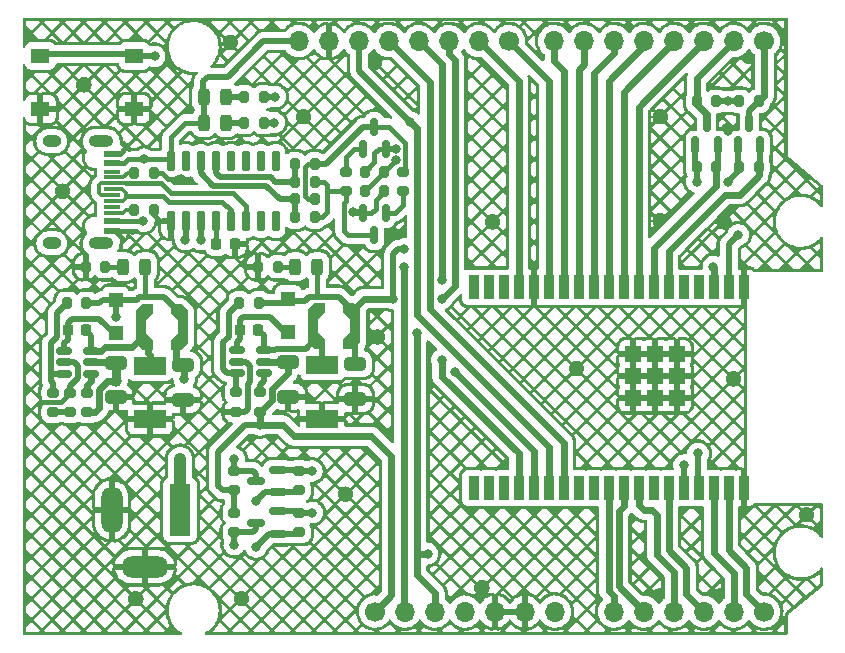
<source format=gbr>
%TF.GenerationSoftware,KiCad,Pcbnew,(6.0.9)*%
%TF.CreationDate,2023-07-14T01:44:04+02:00*%
%TF.ProjectId,Arduino_ESP,41726475-696e-46f5-9f45-53502e6b6963,rev?*%
%TF.SameCoordinates,Original*%
%TF.FileFunction,Copper,L1,Top*%
%TF.FilePolarity,Positive*%
%FSLAX46Y46*%
G04 Gerber Fmt 4.6, Leading zero omitted, Abs format (unit mm)*
G04 Created by KiCad (PCBNEW (6.0.9)) date 2023-07-14 01:44:04*
%MOMM*%
%LPD*%
G01*
G04 APERTURE LIST*
G04 Aperture macros list*
%AMRoundRect*
0 Rectangle with rounded corners*
0 $1 Rounding radius*
0 $2 $3 $4 $5 $6 $7 $8 $9 X,Y pos of 4 corners*
0 Add a 4 corners polygon primitive as box body*
4,1,4,$2,$3,$4,$5,$6,$7,$8,$9,$2,$3,0*
0 Add four circle primitives for the rounded corners*
1,1,$1+$1,$2,$3*
1,1,$1+$1,$4,$5*
1,1,$1+$1,$6,$7*
1,1,$1+$1,$8,$9*
0 Add four rect primitives between the rounded corners*
20,1,$1+$1,$2,$3,$4,$5,0*
20,1,$1+$1,$4,$5,$6,$7,0*
20,1,$1+$1,$6,$7,$8,$9,0*
20,1,$1+$1,$8,$9,$2,$3,0*%
%AMFreePoly0*
4,1,11,1.015000,1.170000,0.435000,0.575000,0.435000,-0.575000,1.015000,-1.170000,1.015000,-1.945000,0.125000,-1.945000,-0.435000,-1.395000,-0.435000,1.395000,0.125000,1.945000,1.015000,1.945000,1.015000,1.170000,1.015000,1.170000,$1*%
%AMFreePoly1*
4,1,11,0.435000,1.395000,0.435000,-1.395000,-0.125000,-1.945000,-1.015000,-1.945000,-1.015000,-1.170000,-0.435000,-0.575000,-0.435000,0.575000,-1.015000,1.170000,-1.015000,1.945000,-0.125000,1.945000,0.435000,1.395000,0.435000,1.395000,$1*%
G04 Aperture macros list end*
%TA.AperFunction,SMDPad,CuDef*%
%ADD10RoundRect,0.250000X-0.650000X0.325000X-0.650000X-0.325000X0.650000X-0.325000X0.650000X0.325000X0*%
%TD*%
%TA.AperFunction,SMDPad,CuDef*%
%ADD11R,2.700000X1.500000*%
%TD*%
%TA.AperFunction,SMDPad,CuDef*%
%ADD12RoundRect,0.150000X0.150000X-0.587500X0.150000X0.587500X-0.150000X0.587500X-0.150000X-0.587500X0*%
%TD*%
%TA.AperFunction,SMDPad,CuDef*%
%ADD13RoundRect,0.200000X0.275000X-0.200000X0.275000X0.200000X-0.275000X0.200000X-0.275000X-0.200000X0*%
%TD*%
%TA.AperFunction,SMDPad,CuDef*%
%ADD14RoundRect,0.200000X-0.200000X-0.275000X0.200000X-0.275000X0.200000X0.275000X-0.200000X0.275000X0*%
%TD*%
%TA.AperFunction,SMDPad,CuDef*%
%ADD15RoundRect,0.200000X0.200000X0.275000X-0.200000X0.275000X-0.200000X-0.275000X0.200000X-0.275000X0*%
%TD*%
%TA.AperFunction,SMDPad,CuDef*%
%ADD16R,1.550000X1.300000*%
%TD*%
%TA.AperFunction,SMDPad,CuDef*%
%ADD17RoundRect,0.150000X0.587500X0.150000X-0.587500X0.150000X-0.587500X-0.150000X0.587500X-0.150000X0*%
%TD*%
%TA.AperFunction,SMDPad,CuDef*%
%ADD18R,0.900000X2.000000*%
%TD*%
%TA.AperFunction,SMDPad,CuDef*%
%ADD19R,1.330000X1.330000*%
%TD*%
%TA.AperFunction,SMDPad,CuDef*%
%ADD20RoundRect,0.243750X0.243750X0.456250X-0.243750X0.456250X-0.243750X-0.456250X0.243750X-0.456250X0*%
%TD*%
%TA.AperFunction,ComponentPad*%
%ADD21C,1.700000*%
%TD*%
%TA.AperFunction,ComponentPad*%
%ADD22O,1.700000X1.700000*%
%TD*%
%TA.AperFunction,SMDPad,CuDef*%
%ADD23RoundRect,0.200000X-0.275000X0.200000X-0.275000X-0.200000X0.275000X-0.200000X0.275000X0.200000X0*%
%TD*%
%TA.AperFunction,SMDPad,CuDef*%
%ADD24RoundRect,0.225000X-0.225000X-0.250000X0.225000X-0.250000X0.225000X0.250000X-0.225000X0.250000X0*%
%TD*%
%TA.AperFunction,SMDPad,CuDef*%
%ADD25RoundRect,0.150000X0.150000X-0.725000X0.150000X0.725000X-0.150000X0.725000X-0.150000X-0.725000X0*%
%TD*%
%TA.AperFunction,SMDPad,CuDef*%
%ADD26R,1.200000X1.200000*%
%TD*%
%TA.AperFunction,SMDPad,CuDef*%
%ADD27FreePoly0,0.000000*%
%TD*%
%TA.AperFunction,SMDPad,CuDef*%
%ADD28FreePoly1,0.000000*%
%TD*%
%TA.AperFunction,SMDPad,CuDef*%
%ADD29RoundRect,0.243750X-0.243750X-0.456250X0.243750X-0.456250X0.243750X0.456250X-0.243750X0.456250X0*%
%TD*%
%TA.AperFunction,ComponentPad*%
%ADD30R,1.800000X4.400000*%
%TD*%
%TA.AperFunction,ComponentPad*%
%ADD31O,1.800000X4.000000*%
%TD*%
%TA.AperFunction,ComponentPad*%
%ADD32O,4.000000X1.800000*%
%TD*%
%TA.AperFunction,SMDPad,CuDef*%
%ADD33RoundRect,0.150000X-0.512500X-0.150000X0.512500X-0.150000X0.512500X0.150000X-0.512500X0.150000X0*%
%TD*%
%TA.AperFunction,SMDPad,CuDef*%
%ADD34RoundRect,0.150000X-0.150000X0.587500X-0.150000X-0.587500X0.150000X-0.587500X0.150000X0.587500X0*%
%TD*%
%TA.AperFunction,SMDPad,CuDef*%
%ADD35R,1.450000X0.600000*%
%TD*%
%TA.AperFunction,SMDPad,CuDef*%
%ADD36R,1.450000X0.300000*%
%TD*%
%TA.AperFunction,ComponentPad*%
%ADD37O,2.100000X1.000000*%
%TD*%
%TA.AperFunction,ComponentPad*%
%ADD38O,1.600000X1.000000*%
%TD*%
%TA.AperFunction,ViaPad*%
%ADD39C,0.800000*%
%TD*%
%TA.AperFunction,ViaPad*%
%ADD40C,1.000000*%
%TD*%
%TA.AperFunction,Conductor*%
%ADD41C,0.400000*%
%TD*%
%TA.AperFunction,Conductor*%
%ADD42C,0.500000*%
%TD*%
%TA.AperFunction,Conductor*%
%ADD43C,0.600000*%
%TD*%
%TA.AperFunction,Conductor*%
%ADD44C,0.800000*%
%TD*%
%TA.AperFunction,Conductor*%
%ADD45C,1.000000*%
%TD*%
%TA.AperFunction,Conductor*%
%ADD46C,0.300000*%
%TD*%
G04 APERTURE END LIST*
D10*
%TO.P,C5,1*%
%TO.N,Vin*%
X126200000Y-90025000D03*
%TO.P,C5,2*%
%TO.N,GND*%
X126200000Y-92975000D03*
%TD*%
D11*
%TO.P,D3,1,A*%
%TO.N,GND*%
X143700000Y-94778200D03*
%TO.P,D3,2,K*%
%TO.N,Net-(C3-Pad2)*%
X143700000Y-90257000D03*
%TD*%
D12*
%TO.P,IC3,1*%
%TO.N,Net-(IC3-Pad1)*%
X147150000Y-71937500D03*
%TO.P,IC3,2*%
%TO.N,IO0*%
X149050000Y-71937500D03*
%TO.P,IC3,3*%
%TO.N,Net-(IC3-Pad3)*%
X148100000Y-70062500D03*
%TD*%
%TO.P,Q1,1,G*%
%TO.N,+3.3V*%
X175275000Y-71637500D03*
%TO.P,Q1,2,D*%
%TO.N,IO35*%
X177175000Y-71637500D03*
%TO.P,Q1,3,S*%
%TO.N,TX_5V*%
X176225000Y-69762500D03*
%TD*%
D13*
%TO.P,R29,1*%
%TO.N,+5V*%
X136237500Y-100850000D03*
%TO.P,R29,2*%
%TO.N,RX*%
X136237500Y-99200000D03*
%TD*%
D14*
%TO.P,R14,1*%
%TO.N,Net-(J6-PadA5)*%
X127775000Y-74000000D03*
%TO.P,R14,2*%
%TO.N,GND*%
X129425000Y-74000000D03*
%TD*%
%TO.P,R4,1*%
%TO.N,+5V*%
X179000000Y-67900000D03*
%TO.P,R4,2*%
%TO.N,RX_5V*%
X180650000Y-67900000D03*
%TD*%
D15*
%TO.P,R7,1*%
%TO.N,RESET*%
X148925000Y-75500000D03*
%TO.P,R7,2*%
%TO.N,+3.3V*%
X147275000Y-75500000D03*
%TD*%
%TO.P,R8,1*%
%TO.N,+3.3V*%
X148925000Y-73900000D03*
%TO.P,R8,2*%
%TO.N,IO0*%
X147275000Y-73900000D03*
%TD*%
D16*
%TO.P,SW1,1,1*%
%TO.N,RESET*%
X127775000Y-64050000D03*
X119825000Y-64050000D03*
%TO.P,SW1,2,2*%
%TO.N,GND*%
X127775000Y-68550000D03*
X119825000Y-68550000D03*
%TD*%
D17*
%TO.P,Q3,1,G*%
%TO.N,+3.3V*%
X139937500Y-104525000D03*
%TO.P,Q3,2,D*%
%TO.N,TX_3V3*%
X139937500Y-102625000D03*
%TO.P,Q3,3,S*%
%TO.N,TX*%
X138062500Y-103575000D03*
%TD*%
D14*
%TO.P,R1,1*%
%TO.N,+3.3V*%
X175400000Y-73500000D03*
%TO.P,R1,2*%
%TO.N,IO35*%
X177050000Y-73500000D03*
%TD*%
D18*
%TO.P,IC1,1,GND_1*%
%TO.N,GND*%
X179360000Y-83650000D03*
%TO.P,IC1,2,VDD33*%
%TO.N,+3.3V*%
X178090000Y-83650000D03*
%TO.P,IC1,3,EN*%
%TO.N,RESET*%
X176820000Y-83650000D03*
%TO.P,IC1,4,SENSOR_VP*%
%TO.N,S_VP*%
X175550000Y-83650000D03*
%TO.P,IC1,5,SENSOR_VN*%
%TO.N,S_VN*%
X174280000Y-83650000D03*
%TO.P,IC1,6,IO34*%
%TO.N,IO34*%
X173010000Y-83650000D03*
%TO.P,IC1,7,IO35*%
%TO.N,IO35*%
X171740000Y-83650000D03*
%TO.P,IC1,8,IO32*%
%TO.N,IO32*%
X170470000Y-83650000D03*
%TO.P,IC1,9,IO33*%
%TO.N,IO33*%
X169200000Y-83650000D03*
%TO.P,IC1,10,IO25*%
%TO.N,IO25*%
X167930000Y-83650000D03*
%TO.P,IC1,11,IO26*%
%TO.N,IO26*%
X166660000Y-83650000D03*
%TO.P,IC1,12,IO27*%
%TO.N,IO27*%
X165390000Y-83650000D03*
%TO.P,IC1,13,IO14*%
%TO.N,IO14*%
X164120000Y-83650000D03*
%TO.P,IC1,14,IO12*%
%TO.N,IO12*%
X162850000Y-83650000D03*
%TO.P,IC1,15,GND_2*%
%TO.N,GND*%
X161580000Y-83650000D03*
%TO.P,IC1,16,IO13*%
%TO.N,IO13*%
X160310000Y-83650000D03*
%TO.P,IC1,17,SD2*%
%TO.N,unconnected-(IC1-Pad17)*%
X159040000Y-83650000D03*
%TO.P,IC1,18,SD3*%
%TO.N,unconnected-(IC1-Pad18)*%
X157770000Y-83650000D03*
%TO.P,IC1,19,CMD*%
%TO.N,unconnected-(IC1-Pad19)*%
X156500000Y-83650000D03*
%TO.P,IC1,20,CLK*%
%TO.N,unconnected-(IC1-Pad20)*%
X156500000Y-100650000D03*
%TO.P,IC1,21,SD0*%
%TO.N,unconnected-(IC1-Pad21)*%
X157770000Y-100650000D03*
%TO.P,IC1,22,SD1*%
%TO.N,unconnected-(IC1-Pad22)*%
X159040000Y-100650000D03*
%TO.P,IC1,23,IO15*%
%TO.N,IO15*%
X160310000Y-100650000D03*
%TO.P,IC1,24,IO2*%
%TO.N,IO2*%
X161580000Y-100650000D03*
%TO.P,IC1,25,IO0*%
%TO.N,IO0*%
X162850000Y-100650000D03*
%TO.P,IC1,26,IO4*%
%TO.N,IO4*%
X164120000Y-100650000D03*
%TO.P,IC1,27,NC_1*%
%TO.N,unconnected-(IC1-Pad27)*%
X165390000Y-100650000D03*
%TO.P,IC1,28,NC_2*%
%TO.N,unconnected-(IC1-Pad28)*%
X166660000Y-100650000D03*
%TO.P,IC1,29,IO5*%
%TO.N,IO5*%
X167930000Y-100650000D03*
%TO.P,IC1,30,IO18*%
%TO.N,IO18*%
X169200000Y-100650000D03*
%TO.P,IC1,31,IO19*%
%TO.N,IO19*%
X170470000Y-100650000D03*
%TO.P,IC1,32,NC_3*%
%TO.N,unconnected-(IC1-Pad32)*%
X171740000Y-100650000D03*
%TO.P,IC1,33,IO21*%
%TO.N,IO21*%
X173010000Y-100650000D03*
%TO.P,IC1,34,RXD0*%
%TO.N,TX_3V3*%
X174280000Y-100650000D03*
%TO.P,IC1,35,TXD0*%
%TO.N,RX_3V3*%
X175550000Y-100650000D03*
%TO.P,IC1,36,IO22*%
%TO.N,IO22*%
X176820000Y-100650000D03*
%TO.P,IC1,37,IO23*%
%TO.N,IO23*%
X178090000Y-100650000D03*
%TO.P,IC1,38,GND_3*%
%TO.N,GND*%
X179360000Y-100650000D03*
D19*
%TO.P,IC1,39,GND_4*%
X173695000Y-89315000D03*
%TO.P,IC1,40,GND_5*%
X171860000Y-89315000D03*
%TO.P,IC1,41,GND_6*%
X170025000Y-89315000D03*
%TO.P,IC1,42,GND_7*%
X170025000Y-91150000D03*
%TO.P,IC1,43,GND_8*%
X170025000Y-92985000D03*
%TO.P,IC1,44,GND_9*%
X171860000Y-92985000D03*
%TO.P,IC1,45,GND_10*%
X173695000Y-92985000D03*
%TO.P,IC1,46,GND_11*%
X173695000Y-91150000D03*
%TO.P,IC1,47,GND_12*%
X171860000Y-91150000D03*
%TD*%
D13*
%TO.P,R6,1*%
%TO.N,Net-(IC2-Pad3)*%
X145700000Y-75525000D03*
%TO.P,R6,2*%
%TO.N,Net-(IC3-Pad1)*%
X145700000Y-73875000D03*
%TD*%
D15*
%TO.P,R3,1*%
%TO.N,+5V*%
X177050000Y-67900000D03*
%TO.P,R3,2*%
%TO.N,TX_5V*%
X175400000Y-67900000D03*
%TD*%
D10*
%TO.P,C7,1*%
%TO.N,+5V*%
X131900000Y-90225000D03*
%TO.P,C7,2*%
%TO.N,GND*%
X131900000Y-93175000D03*
%TD*%
D13*
%TO.P,R16,1*%
%TO.N,Vin*%
X123800000Y-94225000D03*
%TO.P,R16,2*%
%TO.N,Net-(R16-Pad2)*%
X123800000Y-92575000D03*
%TD*%
D14*
%TO.P,R19,1*%
%TO.N,DTR*%
X141400000Y-73200000D03*
%TO.P,R19,2*%
%TO.N,Net-(IC3-Pad3)*%
X143050000Y-73200000D03*
%TD*%
%TO.P,R21,1*%
%TO.N,RTS*%
X141400000Y-76200000D03*
%TO.P,R21,2*%
%TO.N,Net-(IC3-Pad3)*%
X143050000Y-76200000D03*
%TD*%
D20*
%TO.P,D1,1,K*%
%TO.N,Net-(D1-Pad1)*%
X135512500Y-67500000D03*
%TO.P,D1,2,A*%
%TO.N,+5V*%
X133637500Y-67500000D03*
%TD*%
D21*
%TO.P,J1,1,Pin_1*%
%TO.N,RX_5V*%
X181100000Y-62800000D03*
D22*
%TO.P,J1,2,Pin_2*%
%TO.N,TX_5V*%
X178560000Y-62800000D03*
%TO.P,J1,3,Pin_3*%
%TO.N,IO32*%
X176020000Y-62800000D03*
%TO.P,J1,4,Pin_4*%
%TO.N,IO33*%
X173480000Y-62800000D03*
%TO.P,J1,5,Pin_5*%
%TO.N,IO25*%
X170940000Y-62800000D03*
%TO.P,J1,6,Pin_6*%
%TO.N,IO26*%
X168400000Y-62800000D03*
%TO.P,J1,7,Pin_7*%
%TO.N,IO27*%
X165860000Y-62800000D03*
%TO.P,J1,8,Pin_8*%
%TO.N,IO14*%
X163320000Y-62800000D03*
%TD*%
D21*
%TO.P,J2,1,Pin_1*%
%TO.N,IO12*%
X159500000Y-62800000D03*
D22*
%TO.P,J2,2,Pin_2*%
%TO.N,IO13*%
X156960000Y-62800000D03*
%TO.P,J2,3,Pin_3*%
%TO.N,IO15*%
X154420000Y-62800000D03*
%TO.P,J2,4,Pin_4*%
%TO.N,IO2*%
X151880000Y-62800000D03*
%TO.P,J2,5,Pin_5*%
%TO.N,IO4*%
X149340000Y-62800000D03*
%TO.P,J2,6,Pin_6*%
%TO.N,IO0*%
X146800000Y-62800000D03*
%TO.P,J2,7,Pin_7*%
%TO.N,GND*%
X144260000Y-62800000D03*
%TO.P,J2,8,Pin_8*%
%TO.N,+5V*%
X141720000Y-62800000D03*
%TD*%
D23*
%TO.P,R28,1*%
%TO.N,+5V*%
X136237500Y-102750000D03*
%TO.P,R28,2*%
%TO.N,TX*%
X136237500Y-104400000D03*
%TD*%
D24*
%TO.P,C1,1*%
%TO.N,Net-(C1-Pad1)*%
X134725000Y-80000000D03*
%TO.P,C1,2*%
%TO.N,GND*%
X136275000Y-80000000D03*
%TD*%
D10*
%TO.P,C4,1*%
%TO.N,+3.3V*%
X146500000Y-90168000D03*
%TO.P,C4,2*%
%TO.N,GND*%
X146500000Y-93118000D03*
%TD*%
D25*
%TO.P,U1,1,GND*%
%TO.N,GND*%
X130855000Y-78075000D03*
%TO.P,U1,2,TXD*%
%TO.N,TX*%
X132125000Y-78075000D03*
%TO.P,U1,3,RXD*%
%TO.N,RX*%
X133395000Y-78075000D03*
%TO.P,U1,4,V3*%
%TO.N,Net-(C1-Pad1)*%
X134665000Y-78075000D03*
%TO.P,U1,5,UD+*%
%TO.N,D+*%
X135935000Y-78075000D03*
%TO.P,U1,6,UD-*%
%TO.N,D-*%
X137205000Y-78075000D03*
%TO.P,U1,7,NC*%
%TO.N,unconnected-(U1-Pad7)*%
X138475000Y-78075000D03*
%TO.P,U1,8,NC*%
%TO.N,unconnected-(U1-Pad8)*%
X139745000Y-78075000D03*
%TO.P,U1,9,CTS#*%
%TO.N,unconnected-(U1-Pad9)*%
X139745000Y-72925000D03*
%TO.P,U1,10,DSR#*%
%TO.N,unconnected-(U1-Pad10)*%
X138475000Y-72925000D03*
%TO.P,U1,11,RI#*%
%TO.N,unconnected-(U1-Pad11)*%
X137205000Y-72925000D03*
%TO.P,U1,12,DCD#*%
%TO.N,unconnected-(U1-Pad12)*%
X135935000Y-72925000D03*
%TO.P,U1,13,DTR#*%
%TO.N,DTR*%
X134665000Y-72925000D03*
%TO.P,U1,14,RTS#*%
%TO.N,RTS*%
X133395000Y-72925000D03*
%TO.P,U1,15,R232*%
%TO.N,unconnected-(U1-Pad15)*%
X132125000Y-72925000D03*
%TO.P,U1,16,VCC*%
%TO.N,+5V*%
X130855000Y-72925000D03*
%TD*%
D14*
%TO.P,R11,1*%
%TO.N,Net-(D2-Pad1)*%
X137075000Y-69700000D03*
%TO.P,R11,2*%
%TO.N,RX*%
X138725000Y-69700000D03*
%TD*%
D17*
%TO.P,Q4,1,G*%
%TO.N,+3.3V*%
X139925000Y-100975000D03*
%TO.P,Q4,2,D*%
%TO.N,RX_3V3*%
X139925000Y-99075000D03*
%TO.P,Q4,3,S*%
%TO.N,RX*%
X138050000Y-100025000D03*
%TD*%
D12*
%TO.P,Q2,1,G*%
%TO.N,+3.3V*%
X178875000Y-71637500D03*
%TO.P,Q2,2,D*%
%TO.N,IO34*%
X180775000Y-71637500D03*
%TO.P,Q2,3,S*%
%TO.N,RX_5V*%
X179825000Y-69762500D03*
%TD*%
D21*
%TO.P,J4,1,Pin_1*%
%TO.N,+5V*%
X148160000Y-111100000D03*
D22*
%TO.P,J4,2,Pin_2*%
%TO.N,RESET*%
X150700000Y-111100000D03*
%TO.P,J4,3,Pin_3*%
%TO.N,+3.3V*%
X153240000Y-111100000D03*
%TO.P,J4,4,Pin_4*%
%TO.N,+5V*%
X155780000Y-111100000D03*
%TO.P,J4,5,Pin_5*%
%TO.N,GND*%
X158320000Y-111100000D03*
%TO.P,J4,6,Pin_6*%
X160860000Y-111100000D03*
%TO.P,J4,7,Pin_7*%
%TO.N,Vin*%
X163400000Y-111100000D03*
%TD*%
D10*
%TO.P,C2,1*%
%TO.N,+5V*%
X140800000Y-89968000D03*
%TO.P,C2,2*%
%TO.N,GND*%
X140800000Y-92918000D03*
%TD*%
D26*
%TO.P,D4,1,A*%
%TO.N,+3.3V*%
X140800000Y-84600000D03*
%TO.P,D4,2,K*%
%TO.N,Net-(C3-Pad1)*%
X140800000Y-87400000D03*
%TD*%
D27*
%TO.P,L1,1,1*%
%TO.N,Net-(C3-Pad2)*%
X142935000Y-86943000D03*
D28*
%TO.P,L1,2,2*%
%TO.N,+3.3V*%
X146465000Y-86943000D03*
%TD*%
D29*
%TO.P,D5,1,K*%
%TO.N,Net-(D5-Pad1)*%
X141400000Y-81900000D03*
%TO.P,D5,2,A*%
%TO.N,+3.3V*%
X143275000Y-81900000D03*
%TD*%
D26*
%TO.P,D7,1,A*%
%TO.N,+5V*%
X126200000Y-84700000D03*
%TO.P,D7,2,K*%
%TO.N,Net-(C6-Pad1)*%
X126200000Y-87500000D03*
%TD*%
D30*
%TO.P,J5,1*%
%TO.N,Vin*%
X131650000Y-102500000D03*
D31*
%TO.P,J5,2*%
%TO.N,GND*%
X125850000Y-102500000D03*
D32*
%TO.P,J5,3*%
X128650000Y-107300000D03*
%TD*%
D24*
%TO.P,C6,1*%
%TO.N,Net-(C6-Pad1)*%
X122125000Y-87300000D03*
%TO.P,C6,2*%
%TO.N,Net-(C6-Pad2)*%
X123675000Y-87300000D03*
%TD*%
D13*
%TO.P,R25,1*%
%TO.N,Net-(R18-Pad2)*%
X122350000Y-94225000D03*
%TO.P,R25,2*%
%TO.N,GND*%
X122350000Y-92575000D03*
%TD*%
D23*
%TO.P,R5,1*%
%TO.N,Net-(IC3-Pad3)*%
X150500000Y-73875000D03*
%TO.P,R5,2*%
%TO.N,Net-(IC2-Pad1)*%
X150500000Y-75525000D03*
%TD*%
D14*
%TO.P,R2,1*%
%TO.N,+3.3V*%
X179000000Y-73500000D03*
%TO.P,R2,2*%
%TO.N,IO34*%
X180650000Y-73500000D03*
%TD*%
%TO.P,R15,1*%
%TO.N,Net-(J6-PadB5)*%
X127775000Y-77100000D03*
%TO.P,R15,2*%
%TO.N,GND*%
X129425000Y-77100000D03*
%TD*%
D33*
%TO.P,U3,1,BS*%
%TO.N,Net-(C6-Pad1)*%
X121862500Y-89050000D03*
%TO.P,U3,2,GND*%
%TO.N,GND*%
X121862500Y-90000000D03*
%TO.P,U3,3,FB*%
%TO.N,Net-(R17-Pad2)*%
X121862500Y-90950000D03*
%TO.P,U3,4,EN*%
%TO.N,Net-(R16-Pad2)*%
X124137500Y-90950000D03*
%TO.P,U3,5,IN*%
%TO.N,Vin*%
X124137500Y-90000000D03*
%TO.P,U3,6,SW*%
%TO.N,Net-(C6-Pad2)*%
X124137500Y-89050000D03*
%TD*%
D14*
%TO.P,R20,1*%
%TO.N,DTR*%
X141400000Y-74700000D03*
%TO.P,R20,2*%
%TO.N,Net-(IC2-Pad3)*%
X143050000Y-74700000D03*
%TD*%
D15*
%TO.P,R17,1*%
%TO.N,+5V*%
X123725000Y-85000000D03*
%TO.P,R17,2*%
%TO.N,Net-(R17-Pad2)*%
X122075000Y-85000000D03*
%TD*%
%TO.P,R12,1*%
%TO.N,+3.3V*%
X138325000Y-84943000D03*
%TO.P,R12,2*%
%TO.N,Net-(R12-Pad2)*%
X136675000Y-84943000D03*
%TD*%
D33*
%TO.P,U2,1,BS*%
%TO.N,Net-(C3-Pad1)*%
X136462500Y-88993000D03*
%TO.P,U2,2,GND*%
%TO.N,GND*%
X136462500Y-89943000D03*
%TO.P,U2,3,FB*%
%TO.N,Net-(R12-Pad2)*%
X136462500Y-90893000D03*
%TO.P,U2,4,EN*%
%TO.N,Net-(R9-Pad2)*%
X138737500Y-90893000D03*
%TO.P,U2,5,IN*%
%TO.N,+5V*%
X138737500Y-89943000D03*
%TO.P,U2,6,SW*%
%TO.N,Net-(C3-Pad2)*%
X138737500Y-88993000D03*
%TD*%
D29*
%TO.P,D8,1,K*%
%TO.N,Net-(D8-Pad1)*%
X126837500Y-81900000D03*
%TO.P,D8,2,A*%
%TO.N,+5V*%
X128712500Y-81900000D03*
%TD*%
D15*
%TO.P,R24,1*%
%TO.N,Net-(D8-Pad1)*%
X125300000Y-81900000D03*
%TO.P,R24,2*%
%TO.N,GND*%
X123650000Y-81900000D03*
%TD*%
D23*
%TO.P,R13,1*%
%TO.N,Net-(R12-Pad2)*%
X136400000Y-92518000D03*
%TO.P,R13,2*%
%TO.N,GND*%
X136400000Y-94168000D03*
%TD*%
%TO.P,R18,1*%
%TO.N,Net-(R17-Pad2)*%
X120900000Y-92575000D03*
%TO.P,R18,2*%
%TO.N,Net-(R18-Pad2)*%
X120900000Y-94225000D03*
%TD*%
D13*
%TO.P,R9,1*%
%TO.N,+5V*%
X138400000Y-94168000D03*
%TO.P,R9,2*%
%TO.N,Net-(R9-Pad2)*%
X138400000Y-92518000D03*
%TD*%
D21*
%TO.P,J3,1,Pin_1*%
%TO.N,IO23*%
X181100000Y-111100000D03*
D22*
%TO.P,J3,2,Pin_2*%
%TO.N,IO22*%
X178560000Y-111100000D03*
%TO.P,J3,3,Pin_3*%
%TO.N,IO21*%
X176020000Y-111100000D03*
%TO.P,J3,4,Pin_4*%
%TO.N,IO19*%
X173480000Y-111100000D03*
%TO.P,J3,5,Pin_5*%
%TO.N,IO18*%
X170940000Y-111100000D03*
%TO.P,J3,6,Pin_6*%
%TO.N,IO5*%
X168400000Y-111100000D03*
%TD*%
D34*
%TO.P,IC2,1*%
%TO.N,Net-(IC2-Pad1)*%
X149050000Y-77362500D03*
%TO.P,IC2,2*%
%TO.N,RESET*%
X147150000Y-77362500D03*
%TO.P,IC2,3*%
%TO.N,Net-(IC2-Pad3)*%
X148100000Y-79237500D03*
%TD*%
D14*
%TO.P,R10,1*%
%TO.N,Net-(D1-Pad1)*%
X137075000Y-67500000D03*
%TO.P,R10,2*%
%TO.N,TX*%
X138725000Y-67500000D03*
%TD*%
D15*
%TO.P,R23,1*%
%TO.N,Net-(D5-Pad1)*%
X139900000Y-81900000D03*
%TO.P,R23,2*%
%TO.N,GND*%
X138250000Y-81900000D03*
%TD*%
D24*
%TO.P,C3,1*%
%TO.N,Net-(C3-Pad1)*%
X136725000Y-87243000D03*
%TO.P,C3,2*%
%TO.N,Net-(C3-Pad2)*%
X138275000Y-87243000D03*
%TD*%
D11*
%TO.P,D6,1,A*%
%TO.N,GND*%
X129100000Y-94835200D03*
%TO.P,D6,2,K*%
%TO.N,Net-(C6-Pad2)*%
X129100000Y-90314000D03*
%TD*%
D14*
%TO.P,R22,1*%
%TO.N,RTS*%
X141400000Y-77700000D03*
%TO.P,R22,2*%
%TO.N,Net-(IC2-Pad3)*%
X143050000Y-77700000D03*
%TD*%
D27*
%TO.P,L2,1,1*%
%TO.N,Net-(C6-Pad2)*%
X128335000Y-87000000D03*
D28*
%TO.P,L2,2,2*%
%TO.N,+5V*%
X131865000Y-87000000D03*
%TD*%
D20*
%TO.P,D2,1,K*%
%TO.N,Net-(D2-Pad1)*%
X135537500Y-69700000D03*
%TO.P,D2,2,A*%
%TO.N,+5V*%
X133662500Y-69700000D03*
%TD*%
D13*
%TO.P,R27,1*%
%TO.N,+3.3V*%
X141737500Y-100850000D03*
%TO.P,R27,2*%
%TO.N,RX_3V3*%
X141737500Y-99200000D03*
%TD*%
%TO.P,R26,1*%
%TO.N,+3.3V*%
X141750000Y-104400000D03*
%TO.P,R26,2*%
%TO.N,TX_3V3*%
X141750000Y-102750000D03*
%TD*%
D35*
%TO.P,J6,A1,GND*%
%TO.N,GND*%
X125885000Y-72350000D03*
%TO.P,J6,A4,VBUS*%
%TO.N,+5V*%
X125885000Y-73150000D03*
D36*
%TO.P,J6,A5,CC1*%
%TO.N,Net-(J6-PadA5)*%
X125885000Y-74350000D03*
%TO.P,J6,A6,D+*%
%TO.N,D+*%
X125885000Y-75350000D03*
%TO.P,J6,A7,D-*%
%TO.N,D-*%
X125885000Y-75850000D03*
%TO.P,J6,A8,SBU1*%
%TO.N,unconnected-(J6-PadA8)*%
X125885000Y-76850000D03*
D35*
%TO.P,J6,A9,VBUS*%
%TO.N,+5V*%
X125885000Y-78050000D03*
%TO.P,J6,A12,GND*%
%TO.N,GND*%
X125885000Y-78850000D03*
%TO.P,J6,B1,GND*%
X125885000Y-78850000D03*
%TO.P,J6,B4,VBUS*%
%TO.N,+5V*%
X125885000Y-78050000D03*
D36*
%TO.P,J6,B5,CC2*%
%TO.N,Net-(J6-PadB5)*%
X125885000Y-77350000D03*
%TO.P,J6,B6,D+*%
%TO.N,D+*%
X125885000Y-76350000D03*
%TO.P,J6,B7,D-*%
%TO.N,D-*%
X125885000Y-74850000D03*
%TO.P,J6,B8,SBU2*%
%TO.N,unconnected-(J6-PadB8)*%
X125885000Y-73850000D03*
D35*
%TO.P,J6,B9,VBUS*%
%TO.N,+5V*%
X125885000Y-73150000D03*
%TO.P,J6,B12,GND*%
%TO.N,GND*%
X125885000Y-72350000D03*
D37*
%TO.P,J6,S1,SHIELD*%
%TO.N,unconnected-(J6-PadS1)*%
X124970000Y-79920000D03*
X124970000Y-71280000D03*
D38*
X120790000Y-79920000D03*
X120790000Y-71280000D03*
%TD*%
D39*
%TO.N,GND*%
X172300000Y-78000000D03*
X145650000Y-101150000D03*
X142100000Y-69200000D03*
X135900000Y-62900000D03*
X121700000Y-75500000D03*
X165200000Y-90500000D03*
X148350000Y-87850000D03*
X177300000Y-109800000D03*
X179800000Y-64100000D03*
X127900000Y-110000000D03*
X178025000Y-70400000D03*
X177700000Y-78100000D03*
X123500000Y-66500000D03*
X148100000Y-64600000D03*
X131700000Y-74500000D03*
X158100000Y-78100000D03*
X172200000Y-109800000D03*
X172300000Y-69200000D03*
X178500000Y-91400000D03*
X184700000Y-102900000D03*
X149500000Y-79300000D03*
X157200000Y-109100000D03*
X136850000Y-110000000D03*
D40*
%TO.N,Vin*%
X126200000Y-91600000D03*
X131650000Y-98150000D03*
D39*
%TO.N,+3.3V*%
X149700500Y-84600000D03*
X175400000Y-74700000D03*
X152600000Y-106200000D03*
X178900000Y-79200000D03*
X149900000Y-72900000D03*
X138087500Y-105625000D03*
X150600000Y-80400000D03*
X151700000Y-87500000D03*
X138087500Y-101725000D03*
X178025000Y-74700000D03*
%TO.N,+5V*%
X138400000Y-95300000D03*
X178025000Y-67900000D03*
X126200000Y-86200000D03*
X132000000Y-91400000D03*
X128600000Y-72800000D03*
X128550000Y-78050000D03*
%TO.N,RESET*%
X150600000Y-81900000D03*
X146300000Y-77300000D03*
X129500000Y-64100000D03*
X176800000Y-81900000D03*
%TO.N,IO15*%
X153800000Y-89800000D03*
X153800000Y-84600000D03*
%TO.N,IO2*%
X153800000Y-83050000D03*
X154900000Y-90800000D03*
%TO.N,IO0*%
X151150000Y-69650000D03*
X149900000Y-71900000D03*
%TO.N,TX*%
X139700000Y-67500000D03*
X136237500Y-105425000D03*
X132100000Y-79600000D03*
%TO.N,RX*%
X139600000Y-69700000D03*
X133400000Y-79600000D03*
X136237500Y-98175000D03*
%TO.N,TX_3V3*%
X142837500Y-102725000D03*
X174300000Y-98700000D03*
%TO.N,RX_3V3*%
X175500000Y-97700000D03*
X142812500Y-99200000D03*
%TD*%
D41*
%TO.N,Net-(C1-Pad1)*%
X134665000Y-78075000D02*
X134665000Y-79940000D01*
X134665000Y-79940000D02*
X134725000Y-80000000D01*
D42*
%TO.N,GND*%
X122350000Y-91973528D02*
X122350000Y-92575000D01*
D41*
X130855000Y-78075000D02*
X129975000Y-78075000D01*
X125885000Y-78850000D02*
X127850000Y-78850000D01*
X127450000Y-78850000D02*
X127600000Y-79000000D01*
D42*
X122975000Y-90275000D02*
X122975000Y-91348528D01*
D41*
X125885000Y-78850000D02*
X127450000Y-78850000D01*
D42*
X122700000Y-90000000D02*
X122975000Y-90275000D01*
D41*
X126700000Y-71400000D02*
X126800000Y-71400000D01*
X127100000Y-71800000D02*
X126700000Y-71400000D01*
D42*
X137600000Y-91643000D02*
X137400000Y-91843000D01*
D41*
X129425000Y-77100000D02*
X129425000Y-77525000D01*
X126800000Y-71400000D02*
X127300000Y-71900000D01*
D42*
X137175000Y-94168000D02*
X136400000Y-94168000D01*
D41*
X125885000Y-72350000D02*
X126550000Y-72350000D01*
D42*
X137200000Y-89943000D02*
X137600000Y-90343000D01*
D41*
X126700000Y-79450000D02*
X126700000Y-79750000D01*
X121550000Y-93400000D02*
X120000000Y-93400000D01*
X130100000Y-74000000D02*
X129425000Y-74000000D01*
D42*
X137600000Y-90343000D02*
X137600000Y-91643000D01*
X122975000Y-91348528D02*
X122350000Y-91973528D01*
D41*
X127850000Y-78850000D02*
X127900000Y-78900000D01*
D43*
X170000000Y-93010000D02*
X170025000Y-92985000D01*
D41*
X122350000Y-92600000D02*
X121550000Y-93400000D01*
X125885000Y-78850000D02*
X126150000Y-78850000D01*
X129425000Y-77525000D02*
X129700000Y-77800000D01*
X130600000Y-74500000D02*
X130100000Y-74000000D01*
X131700000Y-74500000D02*
X130600000Y-74500000D01*
D42*
X137400000Y-91843000D02*
X137400000Y-93943000D01*
X136462500Y-89943000D02*
X137200000Y-89943000D01*
D41*
X126050000Y-78800000D02*
X126700000Y-79450000D01*
X129700000Y-77800000D02*
X129700000Y-78200000D01*
X129975000Y-78075000D02*
X129700000Y-77800000D01*
D42*
X122350000Y-92575000D02*
X122350000Y-92600000D01*
X137400000Y-93943000D02*
X137175000Y-94168000D01*
X121862500Y-90000000D02*
X122700000Y-90000000D01*
D41*
X126550000Y-72350000D02*
X127100000Y-71800000D01*
D43*
%TO.N,Vin*%
X125500000Y-91600000D02*
X124800000Y-92300000D01*
X124800000Y-93900000D02*
X124475000Y-94225000D01*
D44*
X126200000Y-91600000D02*
X126200000Y-90025000D01*
D43*
X124137500Y-90000000D02*
X126175000Y-90000000D01*
X126200000Y-91600000D02*
X125500000Y-91600000D01*
X124800000Y-92300000D02*
X124800000Y-93900000D01*
D45*
X131650000Y-98150000D02*
X131650000Y-102500000D01*
D42*
X126175000Y-90000000D02*
X126200000Y-90025000D01*
D43*
X124475000Y-94225000D02*
X123800000Y-94225000D01*
D42*
%TO.N,Net-(C3-Pad1)*%
X136725000Y-88018000D02*
X136725000Y-87243000D01*
X136462500Y-88280500D02*
X136725000Y-88018000D01*
X139300000Y-86143000D02*
X137000000Y-86143000D01*
X136462500Y-88993000D02*
X136462500Y-88280500D01*
X140800000Y-87643000D02*
X139300000Y-86143000D01*
X137000000Y-86143000D02*
X136725000Y-86418000D01*
X136725000Y-86418000D02*
X136725000Y-87243000D01*
%TO.N,Net-(C3-Pad2)*%
X142935000Y-86943000D02*
X142935000Y-87778000D01*
X139800000Y-88843000D02*
X142300000Y-88843000D01*
X142300000Y-88843000D02*
X142935000Y-88208000D01*
X138737500Y-88993000D02*
X138737500Y-87705500D01*
X139650000Y-88993000D02*
X139800000Y-88843000D01*
X142935000Y-87778000D02*
X143700000Y-88543000D01*
X138737500Y-88993000D02*
X139650000Y-88993000D01*
X138737500Y-87705500D02*
X138275000Y-87243000D01*
X142935000Y-88208000D02*
X142935000Y-86943000D01*
X143700000Y-88543000D02*
X143700000Y-90257000D01*
D43*
%TO.N,+3.3V*%
X153240000Y-111100000D02*
X153240000Y-109540000D01*
D42*
X149700500Y-80799500D02*
X149700500Y-84600000D01*
X139925000Y-100975000D02*
X141612500Y-100975000D01*
X175275000Y-73375000D02*
X175400000Y-73500000D01*
D41*
X141625000Y-104525000D02*
X141750000Y-104400000D01*
X139937500Y-104525000D02*
X139187500Y-104525000D01*
D42*
X144243000Y-84443000D02*
X145100000Y-84443000D01*
D43*
X151700000Y-106200000D02*
X151700000Y-87500000D01*
D42*
X138837500Y-100975000D02*
X138087500Y-101725000D01*
D43*
X147200000Y-84600000D02*
X146508000Y-85292000D01*
D41*
X141612500Y-100975000D02*
X141737500Y-100850000D01*
D42*
X146500000Y-90168000D02*
X146500000Y-86978000D01*
X140700000Y-84943000D02*
X140800000Y-84843000D01*
X146465000Y-85808000D02*
X146465000Y-86943000D01*
D43*
X151700000Y-108000000D02*
X151700000Y-106200000D01*
D42*
X150600000Y-80400000D02*
X150100000Y-80400000D01*
X138325000Y-84943000D02*
X140700000Y-84943000D01*
X146500000Y-86978000D02*
X146465000Y-86943000D01*
X178900000Y-79200000D02*
X178090000Y-80010000D01*
D41*
X148875000Y-73900000D02*
X147275000Y-75500000D01*
D42*
X142200000Y-84843000D02*
X142600000Y-84443000D01*
D41*
X149900000Y-72900000D02*
X148925000Y-73875000D01*
X148925000Y-73875000D02*
X148925000Y-73900000D01*
D42*
X150100000Y-80400000D02*
X149700500Y-80799500D01*
X145100000Y-84443000D02*
X146465000Y-85808000D01*
D43*
X151700000Y-106200000D02*
X152600000Y-106200000D01*
D42*
X179000000Y-73725000D02*
X179000000Y-73500000D01*
X139937500Y-104525000D02*
X141625000Y-104525000D01*
X175275000Y-71637500D02*
X175275000Y-73375000D01*
X139187500Y-104525000D02*
X138087500Y-105625000D01*
X178090000Y-80010000D02*
X178090000Y-83650000D01*
D43*
X149700500Y-84600000D02*
X147200000Y-84600000D01*
D42*
X139925000Y-100975000D02*
X138837500Y-100975000D01*
D41*
X144237500Y-84437500D02*
X144243000Y-84443000D01*
X146465000Y-86943000D02*
X146508000Y-86900000D01*
X148925000Y-73900000D02*
X148875000Y-73900000D01*
X143275000Y-81900000D02*
X143275000Y-84437500D01*
D43*
X153240000Y-109540000D02*
X151700000Y-108000000D01*
D42*
X146508000Y-85292000D02*
X146508000Y-86900000D01*
X178875000Y-71637500D02*
X178875000Y-73375000D01*
X140800000Y-84843000D02*
X142200000Y-84843000D01*
X142600000Y-84443000D02*
X144243000Y-84443000D01*
X175400000Y-74700000D02*
X175400000Y-73500000D01*
X178875000Y-73375000D02*
X179000000Y-73500000D01*
X178025000Y-74700000D02*
X179000000Y-73725000D01*
%TO.N,Net-(D1-Pad1)*%
X135512500Y-67500000D02*
X137075000Y-67500000D01*
%TO.N,Net-(D2-Pad1)*%
X135537500Y-69700000D02*
X137075000Y-69700000D01*
%TO.N,+5V*%
X131865000Y-88035000D02*
X131300000Y-88600000D01*
X128200000Y-84500000D02*
X129300000Y-84500000D01*
D43*
X138400000Y-95300000D02*
X138400000Y-94168000D01*
D42*
X130300000Y-84500000D02*
X131865000Y-86065000D01*
D41*
X130730000Y-72800000D02*
X130855000Y-72925000D01*
D43*
X131300000Y-89625000D02*
X131300000Y-89200000D01*
X138400000Y-95300000D02*
X140350000Y-95300000D01*
X141300000Y-96250000D02*
X147850000Y-96250000D01*
D42*
X136237500Y-102750000D02*
X136237500Y-100850000D01*
D41*
X128600000Y-72800000D02*
X130730000Y-72800000D01*
D42*
X129300000Y-84500000D02*
X130300000Y-84500000D01*
D43*
X138737500Y-89943000D02*
X140775000Y-89943000D01*
X131300000Y-89200000D02*
X131300000Y-88600000D01*
D41*
X128600000Y-72800000D02*
X127260000Y-72800000D01*
D43*
X139400000Y-92282340D02*
X139400000Y-93168000D01*
D42*
X133600000Y-67462500D02*
X133637500Y-67500000D01*
D43*
X147850000Y-96250000D02*
X149550000Y-97950000D01*
D42*
X134850000Y-100450000D02*
X134850000Y-97600000D01*
D43*
X140800000Y-89968000D02*
X140800000Y-90882340D01*
X139400000Y-93168000D02*
X138400000Y-94168000D01*
D42*
X137150000Y-95300000D02*
X138400000Y-95300000D01*
D41*
X127260000Y-72800000D02*
X126910000Y-73150000D01*
D42*
X124800000Y-85000000D02*
X125100000Y-84700000D01*
X128000000Y-84700000D02*
X128200000Y-84500000D01*
X135700000Y-65800000D02*
X134000000Y-65800000D01*
D41*
X130855000Y-70945000D02*
X132100000Y-69700000D01*
D42*
X134850000Y-97600000D02*
X137150000Y-95300000D01*
D43*
X149550000Y-97950000D02*
X149550000Y-109710000D01*
D42*
X138700000Y-62800000D02*
X135700000Y-65800000D01*
X133600000Y-66200000D02*
X133600000Y-67462500D01*
X126200000Y-84700000D02*
X128000000Y-84700000D01*
X179000000Y-67900000D02*
X178025000Y-67900000D01*
D41*
X129343750Y-84456250D02*
X129300000Y-84500000D01*
X126910000Y-73150000D02*
X125885000Y-73150000D01*
D42*
X126200000Y-84700000D02*
X126200000Y-86200000D01*
D43*
X140350000Y-95300000D02*
X141300000Y-96250000D01*
X132000000Y-90225000D02*
X132000000Y-91400000D01*
D42*
X133637500Y-69675000D02*
X133662500Y-69700000D01*
X131865000Y-86065000D02*
X131865000Y-87000000D01*
D43*
X149550000Y-109710000D02*
X148160000Y-111100000D01*
D42*
X131900000Y-90225000D02*
X131775000Y-90100000D01*
X135250000Y-100850000D02*
X134850000Y-100450000D01*
X125100000Y-84700000D02*
X126200000Y-84700000D01*
D41*
X128712500Y-81900000D02*
X128712500Y-84456250D01*
X132100000Y-69700000D02*
X133662500Y-69700000D01*
D42*
X178025000Y-67900000D02*
X177050000Y-67900000D01*
X131865000Y-87000000D02*
X131865000Y-88035000D01*
D43*
X140800000Y-90882340D02*
X139400000Y-92282340D01*
D42*
X134000000Y-65800000D02*
X133600000Y-66200000D01*
D41*
X130855000Y-72925000D02*
X130855000Y-70945000D01*
D42*
X123725000Y-85000000D02*
X124800000Y-85000000D01*
X141720000Y-62800000D02*
X138700000Y-62800000D01*
X140775000Y-89943000D02*
X140800000Y-89968000D01*
D41*
X128550000Y-78050000D02*
X125885000Y-78050000D01*
D42*
X136237500Y-100850000D02*
X135250000Y-100850000D01*
D43*
X131300000Y-90100000D02*
X131300000Y-89200000D01*
D42*
X131775000Y-90100000D02*
X131300000Y-90100000D01*
X133637500Y-67500000D02*
X133637500Y-69675000D01*
D43*
%TO.N,RESET*%
X150600000Y-81900000D02*
X150600000Y-111000000D01*
X176820000Y-83650000D02*
X176820000Y-81920000D01*
D41*
X147150000Y-77362500D02*
X147837500Y-77362500D01*
D43*
X150600000Y-111000000D02*
X150700000Y-111100000D01*
D41*
X148200000Y-77000000D02*
X148200000Y-76225000D01*
X147837500Y-77362500D02*
X148200000Y-77000000D01*
X148200000Y-76225000D02*
X148925000Y-75500000D01*
D42*
X129500000Y-64100000D02*
X127825000Y-64100000D01*
D43*
X147087500Y-77300000D02*
X147150000Y-77362500D01*
D42*
X127625000Y-63900000D02*
X119825000Y-63900000D01*
D43*
X176820000Y-81920000D02*
X176800000Y-81900000D01*
D42*
X127825000Y-64100000D02*
X127625000Y-63900000D01*
D43*
X146300000Y-77300000D02*
X147087500Y-77300000D01*
%TO.N,IO34*%
X179025000Y-75800000D02*
X177800000Y-75800000D01*
D42*
X180775000Y-71637500D02*
X180775000Y-73375000D01*
D43*
X180650000Y-73500000D02*
X180650000Y-74175000D01*
X177800000Y-75800000D02*
X173010000Y-80590000D01*
X173010000Y-80590000D02*
X173010000Y-83650000D01*
D42*
X180775000Y-73375000D02*
X180650000Y-73500000D01*
D43*
X180650000Y-74175000D02*
X179025000Y-75800000D01*
D42*
%TO.N,IO35*%
X177175000Y-71637500D02*
X177175000Y-73375000D01*
D43*
X177050000Y-73500000D02*
X177050000Y-75050000D01*
X177050000Y-75050000D02*
X171740000Y-80360000D01*
D42*
X177175000Y-73375000D02*
X177050000Y-73500000D01*
D43*
X171740000Y-80360000D02*
X171740000Y-83650000D01*
%TO.N,IO32*%
X170470000Y-83650000D02*
X170470000Y-68350000D01*
X170470000Y-68350000D02*
X176020000Y-62800000D01*
%TO.N,IO33*%
X169200000Y-83650000D02*
X169200000Y-67080000D01*
X169200000Y-67080000D02*
X173480000Y-62800000D01*
%TO.N,IO25*%
X167930000Y-66170000D02*
X170940000Y-63160000D01*
X167930000Y-83650000D02*
X167930000Y-66170000D01*
X170940000Y-63160000D02*
X170940000Y-62800000D01*
%TO.N,IO26*%
X168400000Y-63800000D02*
X168400000Y-62800000D01*
X166660000Y-83650000D02*
X166660000Y-65540000D01*
X166660000Y-65540000D02*
X168400000Y-63800000D01*
%TO.N,IO27*%
X165390000Y-83650000D02*
X165390000Y-65210000D01*
X165390000Y-65210000D02*
X165860000Y-64740000D01*
X165860000Y-64740000D02*
X165860000Y-62800000D01*
%TO.N,IO14*%
X164120000Y-65320000D02*
X163320000Y-64520000D01*
X164120000Y-83650000D02*
X164120000Y-65320000D01*
X163320000Y-64520000D02*
X163320000Y-62800000D01*
%TO.N,IO12*%
X162850000Y-66150000D02*
X159500000Y-62800000D01*
X162850000Y-83650000D02*
X162850000Y-66150000D01*
%TO.N,IO13*%
X160310000Y-66150000D02*
X156960000Y-62800000D01*
X160310000Y-83650000D02*
X160310000Y-66150000D01*
%TO.N,IO15*%
X154900000Y-83500000D02*
X154900000Y-64400000D01*
X160310000Y-97710000D02*
X160310000Y-100650000D01*
X153800000Y-84600000D02*
X154900000Y-83500000D01*
X154420000Y-63920000D02*
X154420000Y-62800000D01*
X154900000Y-64400000D02*
X154420000Y-63920000D01*
X153800000Y-91200000D02*
X160310000Y-97710000D01*
X153800000Y-89800000D02*
X153800000Y-91200000D01*
%TO.N,IO2*%
X153800000Y-83050000D02*
X153800000Y-64720000D01*
X161580000Y-97480000D02*
X161580000Y-100650000D01*
X154900000Y-90800000D02*
X161580000Y-97480000D01*
X153800000Y-64720000D02*
X151880000Y-62800000D01*
D41*
%TO.N,IO0*%
X149050000Y-71937500D02*
X148462500Y-71937500D01*
D43*
X162850000Y-97150000D02*
X162850000Y-100650000D01*
D41*
X148100000Y-73075000D02*
X147275000Y-73900000D01*
D42*
X149900000Y-71900000D02*
X149862500Y-71937500D01*
X149862500Y-71937500D02*
X149050000Y-71937500D01*
X151150000Y-69650000D02*
X146800000Y-65300000D01*
X146800000Y-65300000D02*
X146800000Y-62800000D01*
D43*
X151700000Y-86000000D02*
X162850000Y-97150000D01*
D41*
X148462500Y-71937500D02*
X148100000Y-72300000D01*
D43*
X151150000Y-69650000D02*
X151700000Y-70200000D01*
X151700000Y-70200000D02*
X151700000Y-86000000D01*
D41*
X148100000Y-72300000D02*
X148100000Y-73075000D01*
D43*
%TO.N,IO4*%
X164120000Y-96792793D02*
X152800000Y-85472793D01*
X152800000Y-66260000D02*
X149340000Y-62800000D01*
X152800000Y-85472793D02*
X152800000Y-66260000D01*
X164120000Y-100650000D02*
X164120000Y-96792793D01*
%TO.N,IO5*%
X167930000Y-109330000D02*
X168400000Y-109800000D01*
X168400000Y-109800000D02*
X168400000Y-111100000D01*
X167930000Y-100650000D02*
X167930000Y-109330000D01*
%TO.N,IO18*%
X169200000Y-102200000D02*
X168800000Y-102600000D01*
X169200000Y-100650000D02*
X169200000Y-102200000D01*
X168800000Y-102600000D02*
X168800000Y-108960000D01*
X168800000Y-108960000D02*
X170940000Y-111100000D01*
%TO.N,IO19*%
X172000000Y-102900000D02*
X172000000Y-106300000D01*
X170470000Y-102070000D02*
X170900000Y-102500000D01*
X170470000Y-100650000D02*
X170470000Y-102070000D01*
X173480000Y-107780000D02*
X173480000Y-111100000D01*
X172000000Y-106300000D02*
X173480000Y-107780000D01*
X171600000Y-102500000D02*
X172000000Y-102900000D01*
X170900000Y-102500000D02*
X171600000Y-102500000D01*
%TO.N,IO21*%
X173010000Y-100650000D02*
X173010000Y-105910000D01*
X174500000Y-107400000D02*
X174500000Y-109580000D01*
X174500000Y-109580000D02*
X176020000Y-111100000D01*
X173010000Y-105910000D02*
X174500000Y-107400000D01*
D42*
%TO.N,TX*%
X138062500Y-103575000D02*
X138062500Y-104150000D01*
X137812500Y-104400000D02*
X136237500Y-104400000D01*
X132125000Y-79575000D02*
X132100000Y-79600000D01*
X138062500Y-104150000D02*
X137812500Y-104400000D01*
X136237500Y-105425000D02*
X136237500Y-104400000D01*
X139700000Y-67500000D02*
X138725000Y-67500000D01*
X132125000Y-78075000D02*
X132125000Y-79575000D01*
%TO.N,RX*%
X133400000Y-79600000D02*
X133395000Y-79595000D01*
X133395000Y-79595000D02*
X133395000Y-78075000D01*
X136237500Y-99200000D02*
X136237500Y-98175000D01*
X138050000Y-99437500D02*
X138050000Y-100025000D01*
X139600000Y-69700000D02*
X138725000Y-69700000D01*
X137812500Y-99200000D02*
X138050000Y-99437500D01*
X136237500Y-99200000D02*
X137812500Y-99200000D01*
D43*
%TO.N,IO22*%
X176820000Y-106120000D02*
X178560000Y-107860000D01*
X178560000Y-107860000D02*
X178560000Y-111100000D01*
X176820000Y-100650000D02*
X176820000Y-106120000D01*
%TO.N,IO23*%
X179600000Y-109600000D02*
X181100000Y-111100000D01*
X179600000Y-107400000D02*
X179600000Y-109600000D01*
X178090000Y-100650000D02*
X178090000Y-105890000D01*
X178090000Y-105890000D02*
X179600000Y-107400000D01*
D41*
%TO.N,Net-(IC2-Pad1)*%
X150500000Y-76700000D02*
X149837500Y-77362500D01*
X149837500Y-77362500D02*
X149050000Y-77362500D01*
X150500000Y-75525000D02*
X150500000Y-76700000D01*
D42*
%TO.N,RTS*%
X133395000Y-73995000D02*
X134450000Y-75050000D01*
X140100000Y-76200000D02*
X141400000Y-76200000D01*
X133395000Y-72925000D02*
X133395000Y-73995000D01*
X141400000Y-76200000D02*
X141400000Y-77700000D01*
X138950000Y-75050000D02*
X140100000Y-76200000D01*
X134450000Y-75050000D02*
X138950000Y-75050000D01*
D41*
%TO.N,Net-(IC3-Pad1)*%
X145700000Y-73875000D02*
X145700000Y-72600000D01*
X145700000Y-72600000D02*
X146362500Y-71937500D01*
X146362500Y-71937500D02*
X147150000Y-71937500D01*
D42*
%TO.N,DTR*%
X141400000Y-74700000D02*
X141400000Y-73200000D01*
X134665000Y-73965000D02*
X135050000Y-74350000D01*
X134665000Y-72925000D02*
X134665000Y-73965000D01*
X139350000Y-74350000D02*
X139700000Y-74700000D01*
X139700000Y-74700000D02*
X141400000Y-74700000D01*
X135050000Y-74350000D02*
X139350000Y-74350000D01*
%TO.N,RX_5V*%
X179825000Y-69762500D02*
X179825000Y-68725000D01*
X179825000Y-68725000D02*
X180650000Y-67900000D01*
D43*
X181100000Y-67450000D02*
X181100000Y-62800000D01*
X180650000Y-67900000D02*
X181100000Y-67450000D01*
%TO.N,TX_5V*%
X175400000Y-68175000D02*
X176225000Y-69000000D01*
X176225000Y-69000000D02*
X176225000Y-69762500D01*
X175400000Y-67900000D02*
X175400000Y-65960000D01*
X175400000Y-65960000D02*
X178560000Y-62800000D01*
X175400000Y-67900000D02*
X175400000Y-68175000D01*
D46*
%TO.N,Net-(J6-PadA5)*%
X126850000Y-74350000D02*
X127200000Y-74000000D01*
X125885000Y-74350000D02*
X126850000Y-74350000D01*
X127200000Y-74000000D02*
X127775000Y-74000000D01*
%TO.N,D+*%
X126850000Y-76350000D02*
X127100000Y-76100000D01*
X127100000Y-76000000D02*
X127100000Y-76100000D01*
D41*
X135935000Y-77135000D02*
X135935000Y-78075000D01*
D46*
X126765076Y-75350000D02*
X127100000Y-75684924D01*
D41*
X135200000Y-76400000D02*
X135935000Y-77135000D01*
D46*
X127100000Y-75684924D02*
X127100000Y-76000000D01*
D41*
X130200000Y-75900000D02*
X130700000Y-76400000D01*
D46*
X127100000Y-76000000D02*
X127200000Y-75900000D01*
X125885000Y-75350000D02*
X126765076Y-75350000D01*
D41*
X127200000Y-75900000D02*
X130200000Y-75900000D01*
X130700000Y-76400000D02*
X135200000Y-76400000D01*
D46*
X125885000Y-76350000D02*
X126850000Y-76350000D01*
%TO.N,D-*%
X124800000Y-75000000D02*
X124950000Y-74850000D01*
X124950000Y-74850000D02*
X125885000Y-74850000D01*
X125885000Y-75850000D02*
X124950000Y-75850000D01*
X124950000Y-75850000D02*
X124800000Y-75700000D01*
D41*
X130050000Y-74850000D02*
X127100000Y-74850000D01*
D46*
X124800000Y-75700000D02*
X124800000Y-75000000D01*
D41*
X137205000Y-78075000D02*
X137205000Y-76805000D01*
D46*
X125885000Y-74850000D02*
X127100000Y-74850000D01*
D41*
X136100000Y-75700000D02*
X130900000Y-75700000D01*
X137205000Y-76805000D02*
X136100000Y-75700000D01*
X130900000Y-75700000D02*
X130050000Y-74850000D01*
D46*
%TO.N,Net-(J6-PadB5)*%
X126850000Y-77350000D02*
X127100000Y-77100000D01*
X125885000Y-77350000D02*
X126850000Y-77350000D01*
X127100000Y-77100000D02*
X127775000Y-77100000D01*
D42*
%TO.N,Net-(R9-Pad2)*%
X138400000Y-91943000D02*
X138737500Y-91605500D01*
X138737500Y-91605500D02*
X138737500Y-90893000D01*
X138400000Y-92518000D02*
X138400000Y-91943000D01*
%TO.N,Net-(R12-Pad2)*%
X135300000Y-90543000D02*
X135650000Y-90893000D01*
X136675000Y-84943000D02*
X135762500Y-85855500D01*
X135762500Y-87843000D02*
X135300000Y-88305500D01*
X135650000Y-90893000D02*
X136462500Y-90893000D01*
X136400000Y-90955500D02*
X136462500Y-90893000D01*
X135300000Y-88305500D02*
X135300000Y-90543000D01*
X136400000Y-92518000D02*
X136400000Y-90955500D01*
X135762500Y-85855500D02*
X135762500Y-87843000D01*
%TO.N,Net-(C6-Pad1)*%
X122500000Y-86300000D02*
X122125000Y-86675000D01*
X124800000Y-86300000D02*
X122500000Y-86300000D01*
X122125000Y-87300000D02*
X122125000Y-88075000D01*
X122125000Y-86675000D02*
X122125000Y-87300000D01*
X126200000Y-87700000D02*
X124800000Y-86300000D01*
X121862500Y-88337500D02*
X121862500Y-89050000D01*
X122125000Y-88075000D02*
X121862500Y-88337500D01*
D43*
%TO.N,Net-(C6-Pad2)*%
X129100000Y-89400000D02*
X129100000Y-90314000D01*
D42*
X124137500Y-87762500D02*
X123675000Y-87300000D01*
X128335000Y-87835000D02*
X128900000Y-88400000D01*
D43*
X128900000Y-88400000D02*
X128900000Y-89200000D01*
D42*
X124137500Y-89050000D02*
X124137500Y-87762500D01*
X129100000Y-90300000D02*
X128700000Y-89900000D01*
D43*
X125300000Y-88700000D02*
X124950000Y-89050000D01*
D42*
X128335000Y-87000000D02*
X128335000Y-87835000D01*
D43*
X124950000Y-89050000D02*
X124137500Y-89050000D01*
X128335000Y-87930000D02*
X127800000Y-88465000D01*
D42*
X129100000Y-90314000D02*
X129100000Y-90300000D01*
D43*
X127565000Y-88700000D02*
X125300000Y-88700000D01*
D42*
X128335000Y-87000000D02*
X128335000Y-87930000D01*
D43*
X127800000Y-88465000D02*
X127565000Y-88700000D01*
X128900000Y-89200000D02*
X129100000Y-89400000D01*
%TO.N,Net-(R16-Pad2)*%
X124137500Y-91562500D02*
X124137500Y-90950000D01*
X123800000Y-91900000D02*
X124137500Y-91562500D01*
X123800000Y-92575000D02*
X123800000Y-91900000D01*
D42*
%TO.N,Net-(R17-Pad2)*%
X120700000Y-90900000D02*
X120700000Y-88400000D01*
X121225000Y-85850000D02*
X122075000Y-85000000D01*
X120700000Y-90900000D02*
X120700000Y-91550000D01*
X120750000Y-90950000D02*
X120700000Y-90900000D01*
X121225000Y-87875000D02*
X121225000Y-85850000D01*
X120900000Y-91750000D02*
X120900000Y-92575000D01*
X121862500Y-90950000D02*
X120750000Y-90950000D01*
X120700000Y-88400000D02*
X121225000Y-87875000D01*
X121650000Y-90950000D02*
X121862500Y-90950000D01*
X120700000Y-91550000D02*
X120900000Y-91750000D01*
D41*
%TO.N,Net-(IC2-Pad3)*%
X145675000Y-75500000D02*
X145700000Y-75525000D01*
X143050000Y-77700000D02*
X143700000Y-77700000D01*
X144100000Y-75500000D02*
X144100000Y-75000000D01*
X144100000Y-75500000D02*
X145675000Y-75500000D01*
X144100000Y-75000000D02*
X143800000Y-74700000D01*
X145500000Y-78900000D02*
X145837500Y-79237500D01*
X145700000Y-75525000D02*
X145700000Y-76300000D01*
X143800000Y-74700000D02*
X143050000Y-74700000D01*
X145700000Y-76300000D02*
X145500000Y-76500000D01*
X144100000Y-77300000D02*
X144100000Y-75500000D01*
X145500000Y-76500000D02*
X145500000Y-78900000D01*
X143700000Y-77700000D02*
X144100000Y-77300000D01*
X145837500Y-79237500D02*
X148100000Y-79237500D01*
%TO.N,Net-(IC3-Pad3)*%
X142200000Y-73500000D02*
X142500000Y-73200000D01*
X142500000Y-73200000D02*
X143050000Y-73200000D01*
X142500000Y-76200000D02*
X142200000Y-75900000D01*
X150700000Y-71400000D02*
X150700000Y-73675000D01*
D42*
X147137500Y-70062500D02*
X148100000Y-70062500D01*
D41*
X149362500Y-70062500D02*
X150700000Y-71400000D01*
D42*
X144000000Y-73200000D02*
X147137500Y-70062500D01*
D41*
X148100000Y-70062500D02*
X149362500Y-70062500D01*
D42*
X143050000Y-73200000D02*
X144000000Y-73200000D01*
D41*
X142200000Y-75900000D02*
X142200000Y-73500000D01*
X143050000Y-76200000D02*
X142500000Y-76200000D01*
X150700000Y-73675000D02*
X150500000Y-73875000D01*
%TO.N,Net-(D5-Pad1)*%
X139900000Y-81900000D02*
X141400000Y-81900000D01*
%TO.N,Net-(D8-Pad1)*%
X126837500Y-81900000D02*
X125300000Y-81900000D01*
D42*
%TO.N,Net-(R18-Pad2)*%
X120900000Y-94225000D02*
X122350000Y-94225000D01*
%TO.N,TX_3V3*%
X141750000Y-102750000D02*
X142812500Y-102750000D01*
X139937500Y-102625000D02*
X141625000Y-102625000D01*
D41*
X142812500Y-102750000D02*
X142837500Y-102725000D01*
D42*
X174300000Y-98700000D02*
X174300000Y-100630000D01*
X174300000Y-100630000D02*
X174280000Y-100650000D01*
D41*
X141625000Y-102625000D02*
X141750000Y-102750000D01*
D42*
%TO.N,RX_3V3*%
X139925000Y-99075000D02*
X141612500Y-99075000D01*
X175500000Y-97700000D02*
X175500000Y-100600000D01*
X142812500Y-99200000D02*
X141737500Y-99200000D01*
X175500000Y-100600000D02*
X175550000Y-100650000D01*
D41*
X141612500Y-99075000D02*
X141737500Y-99200000D01*
%TD*%
%TA.AperFunction,Conductor*%
%TO.N,GND*%
G36*
X183033621Y-60828502D02*
G01*
X183080114Y-60882158D01*
X183091500Y-60934500D01*
X183091500Y-72257799D01*
X183090406Y-72274366D01*
X183086299Y-72305330D01*
X183087663Y-72314198D01*
X183087663Y-72314199D01*
X183096875Y-72374094D01*
X183097066Y-72375384D01*
X183105761Y-72436095D01*
X183106920Y-72444187D01*
X183108034Y-72446638D01*
X183108443Y-72449294D01*
X183111903Y-72456699D01*
X183137866Y-72512267D01*
X183138412Y-72513451D01*
X183160943Y-72563003D01*
X183167208Y-72576782D01*
X183168965Y-72578821D01*
X183170103Y-72581257D01*
X183175513Y-72587406D01*
X183175514Y-72587407D01*
X183216055Y-72633482D01*
X183216867Y-72634414D01*
X183262287Y-72687127D01*
X183269816Y-72692007D01*
X183269818Y-72692009D01*
X183291794Y-72706253D01*
X183303923Y-72715188D01*
X185991213Y-74954596D01*
X186046163Y-75000388D01*
X186085690Y-75059364D01*
X186091500Y-75097184D01*
X186091500Y-76725943D01*
X186071498Y-76794064D01*
X186017842Y-76840557D01*
X185947568Y-76850661D01*
X185882988Y-76821167D01*
X185862413Y-76798394D01*
X185844905Y-76773482D01*
X185844900Y-76773476D01*
X185842441Y-76769977D01*
X185729527Y-76648467D01*
X185649661Y-76562521D01*
X185649658Y-76562519D01*
X185646740Y-76559378D01*
X185424268Y-76377287D01*
X185179142Y-76227073D01*
X185161048Y-76219130D01*
X184919830Y-76113243D01*
X184915898Y-76111517D01*
X184899364Y-76106807D01*
X184724957Y-76057126D01*
X184639406Y-76032756D01*
X184426704Y-76002485D01*
X184359036Y-75992854D01*
X184359034Y-75992854D01*
X184354784Y-75992249D01*
X184350495Y-75992227D01*
X184350488Y-75992226D01*
X184071583Y-75990765D01*
X184071576Y-75990765D01*
X184067297Y-75990743D01*
X184063053Y-75991302D01*
X184063049Y-75991302D01*
X183945848Y-76006732D01*
X183782266Y-76028268D01*
X183778126Y-76029401D01*
X183778124Y-76029401D01*
X183746216Y-76038130D01*
X183504964Y-76104129D01*
X183501016Y-76105813D01*
X183244476Y-76215237D01*
X183244472Y-76215239D01*
X183240524Y-76216923D01*
X183162292Y-76263744D01*
X182997521Y-76362357D01*
X182997517Y-76362360D01*
X182993839Y-76364561D01*
X182769472Y-76544313D01*
X182692673Y-76625242D01*
X182578201Y-76745871D01*
X182571577Y-76752851D01*
X182478862Y-76881877D01*
X182429911Y-76950000D01*
X182403814Y-76986317D01*
X182269288Y-77240392D01*
X182243643Y-77310471D01*
X182177381Y-77491541D01*
X182170489Y-77510373D01*
X182109245Y-77791264D01*
X182091523Y-78016447D01*
X182087196Y-78071428D01*
X182087195Y-78071428D01*
X182087196Y-78071430D01*
X182086689Y-78077869D01*
X182086936Y-78082153D01*
X182086936Y-78082154D01*
X182087017Y-78083553D01*
X182103238Y-78364883D01*
X182104063Y-78369088D01*
X182104064Y-78369096D01*
X182133131Y-78517251D01*
X182158586Y-78646995D01*
X182159973Y-78651045D01*
X182159974Y-78651050D01*
X182250168Y-78914482D01*
X182251710Y-78918986D01*
X182299091Y-79013192D01*
X182378412Y-79170904D01*
X182380885Y-79175822D01*
X182485961Y-79328708D01*
X182537072Y-79403075D01*
X182543721Y-79412750D01*
X182546608Y-79415923D01*
X182546609Y-79415924D01*
X182734316Y-79622212D01*
X182737206Y-79625388D01*
X182740501Y-79628143D01*
X182740502Y-79628144D01*
X182953839Y-79806520D01*
X182957759Y-79809798D01*
X183201298Y-79962571D01*
X183463318Y-80080877D01*
X183532563Y-80101388D01*
X183734857Y-80161311D01*
X183734862Y-80161312D01*
X183738970Y-80162529D01*
X183743204Y-80163177D01*
X183743209Y-80163178D01*
X183967912Y-80197562D01*
X184023153Y-80206015D01*
X184169485Y-80208314D01*
X184306317Y-80210464D01*
X184306323Y-80210464D01*
X184310608Y-80210531D01*
X184314860Y-80210016D01*
X184314868Y-80210016D01*
X184591756Y-80176508D01*
X184591761Y-80176507D01*
X184596017Y-80175992D01*
X184825463Y-80115798D01*
X184869954Y-80104126D01*
X184869955Y-80104126D01*
X184874097Y-80103039D01*
X185139704Y-79993021D01*
X185287260Y-79906796D01*
X185384219Y-79850138D01*
X185384220Y-79850137D01*
X185387922Y-79847974D01*
X185614159Y-79670582D01*
X185621017Y-79663506D01*
X185753010Y-79527299D01*
X185814227Y-79464128D01*
X185816769Y-79460668D01*
X185863953Y-79396435D01*
X185920401Y-79353375D01*
X185991168Y-79347670D01*
X186053786Y-79381130D01*
X186088373Y-79443132D01*
X186091500Y-79471028D01*
X186091500Y-82265500D01*
X186071498Y-82333621D01*
X186017842Y-82380114D01*
X185965500Y-82391500D01*
X180314177Y-82391500D01*
X180246056Y-82371498D01*
X180213350Y-82341064D01*
X180178284Y-82294275D01*
X180165724Y-82281715D01*
X180063649Y-82205214D01*
X180048054Y-82196676D01*
X179927606Y-82151522D01*
X179912351Y-82147895D01*
X179861486Y-82142369D01*
X179854672Y-82142000D01*
X179632115Y-82142000D01*
X179616876Y-82146475D01*
X179615671Y-82147865D01*
X179614000Y-82155548D01*
X179614000Y-85139884D01*
X179618475Y-85155123D01*
X179644170Y-85177388D01*
X179643420Y-85178253D01*
X179654600Y-85184359D01*
X179688622Y-85246673D01*
X179691500Y-85273449D01*
X179691500Y-99030241D01*
X179671498Y-99098362D01*
X179619598Y-99143334D01*
X179615671Y-99147865D01*
X179614000Y-99155548D01*
X179614000Y-102139884D01*
X179618475Y-102155123D01*
X179619865Y-102156328D01*
X179627548Y-102157999D01*
X179854669Y-102157999D01*
X179861490Y-102157629D01*
X179912352Y-102152105D01*
X179927604Y-102148479D01*
X180048054Y-102103324D01*
X180063649Y-102094786D01*
X180165724Y-102018285D01*
X180178283Y-102005726D01*
X180213352Y-101958934D01*
X180270212Y-101916420D01*
X180314178Y-101908500D01*
X185965500Y-101908500D01*
X186033621Y-101928502D01*
X186080114Y-101982158D01*
X186091500Y-102034500D01*
X186091500Y-104725943D01*
X186071498Y-104794064D01*
X186017842Y-104840557D01*
X185947568Y-104850661D01*
X185882988Y-104821167D01*
X185862413Y-104798394D01*
X185844905Y-104773482D01*
X185844900Y-104773476D01*
X185842441Y-104769977D01*
X185756968Y-104677997D01*
X185649661Y-104562521D01*
X185649658Y-104562519D01*
X185646740Y-104559378D01*
X185424268Y-104377287D01*
X185179142Y-104227073D01*
X185161048Y-104219130D01*
X184919830Y-104113243D01*
X184915898Y-104111517D01*
X184889963Y-104104129D01*
X184749829Y-104064211D01*
X184639406Y-104032756D01*
X184381499Y-103996051D01*
X184359036Y-103992854D01*
X184359034Y-103992854D01*
X184354784Y-103992249D01*
X184350495Y-103992227D01*
X184350488Y-103992226D01*
X184071583Y-103990765D01*
X184071576Y-103990765D01*
X184067297Y-103990743D01*
X184063053Y-103991302D01*
X184063049Y-103991302D01*
X183977773Y-104002529D01*
X183782266Y-104028268D01*
X183778126Y-104029401D01*
X183778124Y-104029401D01*
X183722727Y-104044556D01*
X183504964Y-104104129D01*
X183501016Y-104105813D01*
X183244476Y-104215237D01*
X183244472Y-104215239D01*
X183240524Y-104216923D01*
X183131182Y-104282363D01*
X182997521Y-104362357D01*
X182997517Y-104362360D01*
X182993839Y-104364561D01*
X182769472Y-104544313D01*
X182660163Y-104659501D01*
X182585418Y-104738266D01*
X182571577Y-104752851D01*
X182460916Y-104906851D01*
X182409175Y-104978857D01*
X182403814Y-104986317D01*
X182269288Y-105240392D01*
X182236106Y-105331067D01*
X182186354Y-105467021D01*
X182170489Y-105510373D01*
X182109245Y-105791264D01*
X182108909Y-105795534D01*
X182087196Y-106071428D01*
X182087195Y-106071428D01*
X182087196Y-106071430D01*
X182086689Y-106077869D01*
X182086936Y-106082153D01*
X182086936Y-106082154D01*
X182088587Y-106110786D01*
X182103238Y-106364883D01*
X182104063Y-106369088D01*
X182104064Y-106369096D01*
X182132087Y-106511930D01*
X182158586Y-106646995D01*
X182159973Y-106651045D01*
X182159974Y-106651050D01*
X182250321Y-106914930D01*
X182251710Y-106918986D01*
X182306560Y-107028043D01*
X182378341Y-107170763D01*
X182380885Y-107175822D01*
X182475600Y-107313633D01*
X182540351Y-107407846D01*
X182543721Y-107412750D01*
X182546608Y-107415923D01*
X182546609Y-107415924D01*
X182675863Y-107557973D01*
X182737206Y-107625388D01*
X182740501Y-107628143D01*
X182740502Y-107628144D01*
X182839642Y-107711037D01*
X182957759Y-107809798D01*
X183201298Y-107962571D01*
X183463318Y-108080877D01*
X183532563Y-108101388D01*
X183734857Y-108161311D01*
X183734862Y-108161312D01*
X183738970Y-108162529D01*
X183743204Y-108163177D01*
X183743209Y-108163178D01*
X183950457Y-108194891D01*
X184023153Y-108206015D01*
X184169485Y-108208314D01*
X184306317Y-108210464D01*
X184306323Y-108210464D01*
X184310608Y-108210531D01*
X184314860Y-108210016D01*
X184314868Y-108210016D01*
X184591756Y-108176508D01*
X184591761Y-108176507D01*
X184596017Y-108175992D01*
X184692602Y-108150653D01*
X184869954Y-108104126D01*
X184869955Y-108104126D01*
X184874097Y-108103039D01*
X185139704Y-107993021D01*
X185356000Y-107866628D01*
X185384219Y-107850138D01*
X185384220Y-107850137D01*
X185387922Y-107847974D01*
X185614159Y-107670582D01*
X185638769Y-107645187D01*
X185811244Y-107467206D01*
X185814227Y-107464128D01*
X185816769Y-107460668D01*
X185863953Y-107396435D01*
X185920401Y-107353375D01*
X185991168Y-107347670D01*
X186053786Y-107381130D01*
X186088373Y-107443132D01*
X186091500Y-107471028D01*
X186091500Y-108802817D01*
X186071498Y-108870938D01*
X186046164Y-108899612D01*
X183308162Y-111181281D01*
X183306886Y-111182344D01*
X183293469Y-111192102D01*
X183267042Y-111208776D01*
X183261099Y-111215505D01*
X183261098Y-111215506D01*
X183221036Y-111260868D01*
X183220165Y-111261843D01*
X183179069Y-111307413D01*
X183179066Y-111307418D01*
X183173570Y-111313512D01*
X183172401Y-111315937D01*
X183170622Y-111317951D01*
X183167138Y-111325371D01*
X183167137Y-111325373D01*
X183141103Y-111380825D01*
X183140541Y-111382006D01*
X183113883Y-111437288D01*
X183110303Y-111444711D01*
X183109861Y-111447367D01*
X183108719Y-111449800D01*
X183107461Y-111457877D01*
X183107461Y-111457878D01*
X183098019Y-111518518D01*
X183097815Y-111519785D01*
X183086402Y-111588394D01*
X183087474Y-111597309D01*
X183090599Y-111623306D01*
X183091500Y-111638345D01*
X183091500Y-112965500D01*
X183071498Y-113033621D01*
X183017842Y-113080114D01*
X182965500Y-113091500D01*
X133865410Y-113091500D01*
X133797289Y-113071498D01*
X133750796Y-113017842D01*
X133740692Y-112947568D01*
X133770186Y-112882988D01*
X133801840Y-112856712D01*
X133937190Y-112777620D01*
X134398352Y-112777620D01*
X134434832Y-112814100D01*
X135593978Y-112814100D01*
X135722927Y-112685151D01*
X136080721Y-112685151D01*
X136209670Y-112814100D01*
X137368816Y-112814100D01*
X137497765Y-112685151D01*
X137855559Y-112685151D01*
X137984508Y-112814100D01*
X139143654Y-112814100D01*
X139272603Y-112685151D01*
X139630397Y-112685151D01*
X139759346Y-112814100D01*
X140918492Y-112814100D01*
X141047441Y-112685151D01*
X141405235Y-112685151D01*
X141534184Y-112814100D01*
X142693330Y-112814100D01*
X142822279Y-112685151D01*
X143180073Y-112685151D01*
X143309022Y-112814100D01*
X144468168Y-112814100D01*
X144597117Y-112685151D01*
X144954911Y-112685151D01*
X145083860Y-112814100D01*
X146243006Y-112814100D01*
X146371955Y-112685151D01*
X146729749Y-112685151D01*
X146858698Y-112814100D01*
X148017844Y-112814100D01*
X148097176Y-112734768D01*
X147988432Y-112730780D01*
X147983251Y-112730483D01*
X147981174Y-112730321D01*
X147976053Y-112729817D01*
X147955549Y-112727372D01*
X147950441Y-112726656D01*
X147948385Y-112726325D01*
X147943291Y-112725397D01*
X147818830Y-112700075D01*
X148519511Y-112700075D01*
X148633536Y-112814100D01*
X149792682Y-112814100D01*
X149921631Y-112685151D01*
X150279426Y-112685151D01*
X150408375Y-112814100D01*
X151567520Y-112814100D01*
X151696469Y-112685151D01*
X152054264Y-112685151D01*
X152183213Y-112814100D01*
X153342358Y-112814100D01*
X153431670Y-112724788D01*
X153337084Y-112736905D01*
X153331958Y-112737455D01*
X153329882Y-112737635D01*
X153324710Y-112737976D01*
X153304083Y-112738912D01*
X153298916Y-112739041D01*
X153296834Y-112739050D01*
X153291672Y-112738966D01*
X153068432Y-112730780D01*
X153063251Y-112730483D01*
X153061174Y-112730321D01*
X153056053Y-112729817D01*
X153035549Y-112727372D01*
X153030441Y-112726656D01*
X153028385Y-112726325D01*
X153023291Y-112725397D01*
X152825477Y-112685151D01*
X153829102Y-112685151D01*
X153958051Y-112814100D01*
X155117196Y-112814100D01*
X155198950Y-112732346D01*
X155651135Y-112732346D01*
X155732889Y-112814100D01*
X156892034Y-112814100D01*
X157020983Y-112685151D01*
X157378778Y-112685151D01*
X157507727Y-112814100D01*
X158666872Y-112814100D01*
X158795821Y-112685151D01*
X159153616Y-112685151D01*
X159282565Y-112814100D01*
X160441710Y-112814100D01*
X160549919Y-112705891D01*
X160447978Y-112685151D01*
X160928454Y-112685151D01*
X161057403Y-112814100D01*
X162216548Y-112814100D01*
X162345497Y-112685151D01*
X162703292Y-112685151D01*
X162832241Y-112814100D01*
X163991386Y-112814100D01*
X164120335Y-112685151D01*
X164478130Y-112685151D01*
X164607079Y-112814100D01*
X165766224Y-112814100D01*
X165895173Y-112685151D01*
X166252968Y-112685151D01*
X166381917Y-112814100D01*
X167541063Y-112814100D01*
X167659200Y-112695963D01*
X168038618Y-112695963D01*
X168156755Y-112814100D01*
X169315901Y-112814100D01*
X169444850Y-112685151D01*
X169802644Y-112685151D01*
X169931593Y-112814100D01*
X171090739Y-112814100D01*
X171187159Y-112717680D01*
X171037084Y-112736905D01*
X171031958Y-112737455D01*
X171029882Y-112737635D01*
X171024710Y-112737976D01*
X171004083Y-112738912D01*
X170998916Y-112739041D01*
X170996834Y-112739050D01*
X170991672Y-112738966D01*
X170768432Y-112730780D01*
X170763251Y-112730483D01*
X170761174Y-112730321D01*
X170756053Y-112729817D01*
X170735549Y-112727372D01*
X170730441Y-112726656D01*
X170728385Y-112726325D01*
X170723291Y-112725397D01*
X170525477Y-112685151D01*
X171577482Y-112685151D01*
X171706431Y-112814100D01*
X172865577Y-112814100D01*
X172945490Y-112734187D01*
X173401356Y-112734187D01*
X173481269Y-112814100D01*
X174640415Y-112814100D01*
X174769364Y-112685151D01*
X175127158Y-112685151D01*
X175256107Y-112814100D01*
X176415253Y-112814100D01*
X176544202Y-112685151D01*
X176901996Y-112685151D01*
X177030945Y-112814100D01*
X178190091Y-112814100D01*
X178275406Y-112728785D01*
X178720468Y-112728785D01*
X178805783Y-112814100D01*
X179964929Y-112814100D01*
X180093878Y-112685151D01*
X180451672Y-112685151D01*
X180580621Y-112814100D01*
X181739767Y-112814100D01*
X181868716Y-112685151D01*
X182226510Y-112685151D01*
X182355459Y-112814100D01*
X182814100Y-112814100D01*
X182814100Y-112097561D01*
X182226510Y-112685151D01*
X181868716Y-112685151D01*
X181774747Y-112591182D01*
X181719422Y-112618286D01*
X181714725Y-112620469D01*
X181712820Y-112621307D01*
X181708066Y-112623284D01*
X181688842Y-112630819D01*
X181684027Y-112632593D01*
X181682057Y-112633274D01*
X181677099Y-112634875D01*
X181463131Y-112699069D01*
X181458137Y-112700456D01*
X181456119Y-112700972D01*
X181451101Y-112702146D01*
X181430903Y-112706439D01*
X181425813Y-112707412D01*
X181423759Y-112707761D01*
X181418663Y-112708520D01*
X181197084Y-112736905D01*
X181191958Y-112737455D01*
X181189882Y-112737635D01*
X181184710Y-112737976D01*
X181164083Y-112738912D01*
X181158916Y-112739041D01*
X181156834Y-112739050D01*
X181151672Y-112738966D01*
X180928432Y-112730780D01*
X180923251Y-112730483D01*
X180921174Y-112730321D01*
X180916053Y-112729817D01*
X180895549Y-112727372D01*
X180890441Y-112726656D01*
X180888385Y-112726325D01*
X180883291Y-112725397D01*
X180664386Y-112680860D01*
X180659375Y-112679734D01*
X180657353Y-112679236D01*
X180652335Y-112677890D01*
X180632507Y-112672130D01*
X180627558Y-112670581D01*
X180625583Y-112669918D01*
X180620733Y-112668179D01*
X180510672Y-112626151D01*
X180451672Y-112685151D01*
X180093878Y-112685151D01*
X179691128Y-112282401D01*
X179635669Y-112337667D01*
X179631933Y-112341240D01*
X179630398Y-112342649D01*
X179626520Y-112346064D01*
X179610748Y-112359392D01*
X179606753Y-112362631D01*
X179605109Y-112363909D01*
X179600946Y-112367010D01*
X179419080Y-112496733D01*
X179414782Y-112499666D01*
X179413037Y-112500805D01*
X179408681Y-112503524D01*
X179390945Y-112514096D01*
X179386452Y-112516651D01*
X179384621Y-112517643D01*
X179380032Y-112520008D01*
X179179422Y-112618286D01*
X179174725Y-112620469D01*
X179172820Y-112621307D01*
X179168066Y-112623284D01*
X179148842Y-112630819D01*
X179144027Y-112632593D01*
X179142057Y-112633274D01*
X179137099Y-112634875D01*
X178923131Y-112699069D01*
X178918137Y-112700456D01*
X178916119Y-112700972D01*
X178911101Y-112702146D01*
X178890903Y-112706439D01*
X178885813Y-112707412D01*
X178883759Y-112707761D01*
X178878663Y-112708520D01*
X178720468Y-112728785D01*
X178275406Y-112728785D01*
X178289698Y-112714493D01*
X178124386Y-112680860D01*
X178119375Y-112679734D01*
X178117353Y-112679236D01*
X178112335Y-112677890D01*
X178092507Y-112672130D01*
X178087558Y-112670581D01*
X178085583Y-112669918D01*
X178080733Y-112668179D01*
X177872041Y-112588487D01*
X177867218Y-112586530D01*
X177865304Y-112585707D01*
X177860632Y-112583584D01*
X177842011Y-112574662D01*
X177837412Y-112572342D01*
X177835572Y-112571366D01*
X177831045Y-112568844D01*
X177638171Y-112456138D01*
X177633758Y-112453437D01*
X177632004Y-112452313D01*
X177627716Y-112449439D01*
X177610801Y-112437595D01*
X177606661Y-112434569D01*
X177605005Y-112433306D01*
X177600931Y-112430063D01*
X177429055Y-112287369D01*
X177425130Y-112283972D01*
X177423584Y-112282577D01*
X177419837Y-112279054D01*
X177405085Y-112264608D01*
X177401468Y-112260917D01*
X177400040Y-112259399D01*
X177396576Y-112255563D01*
X177366409Y-112220738D01*
X176901996Y-112685151D01*
X176544202Y-112685151D01*
X176517735Y-112658684D01*
X176383131Y-112699068D01*
X176378137Y-112700456D01*
X176376119Y-112700972D01*
X176371101Y-112702146D01*
X176350903Y-112706439D01*
X176345813Y-112707412D01*
X176343759Y-112707761D01*
X176338663Y-112708520D01*
X176117084Y-112736905D01*
X176111958Y-112737455D01*
X176109882Y-112737635D01*
X176104710Y-112737976D01*
X176084083Y-112738912D01*
X176078916Y-112739041D01*
X176076834Y-112739050D01*
X176071672Y-112738966D01*
X175848432Y-112730780D01*
X175843251Y-112730483D01*
X175841174Y-112730321D01*
X175836053Y-112729817D01*
X175815549Y-112727372D01*
X175810441Y-112726656D01*
X175808385Y-112726325D01*
X175803291Y-112725397D01*
X175584386Y-112680860D01*
X175579375Y-112679734D01*
X175577353Y-112679236D01*
X175572335Y-112677890D01*
X175552507Y-112672130D01*
X175547558Y-112670581D01*
X175545583Y-112669918D01*
X175540733Y-112668179D01*
X175332041Y-112588487D01*
X175327218Y-112586530D01*
X175325304Y-112585707D01*
X175320632Y-112583584D01*
X175302011Y-112574662D01*
X175297412Y-112572342D01*
X175295572Y-112571366D01*
X175291045Y-112568844D01*
X175261014Y-112551295D01*
X175127158Y-112685151D01*
X174769364Y-112685151D01*
X174480251Y-112396038D01*
X174339080Y-112496733D01*
X174334782Y-112499666D01*
X174333037Y-112500805D01*
X174328681Y-112503524D01*
X174310945Y-112514096D01*
X174306452Y-112516651D01*
X174304621Y-112517643D01*
X174300032Y-112520008D01*
X174099422Y-112618286D01*
X174094725Y-112620469D01*
X174092820Y-112621307D01*
X174088066Y-112623284D01*
X174068842Y-112630819D01*
X174064027Y-112632593D01*
X174062057Y-112633274D01*
X174057099Y-112634875D01*
X173843131Y-112699069D01*
X173838137Y-112700456D01*
X173836119Y-112700972D01*
X173831101Y-112702146D01*
X173810903Y-112706439D01*
X173805813Y-112707412D01*
X173803759Y-112707761D01*
X173798663Y-112708520D01*
X173577084Y-112736905D01*
X173571958Y-112737455D01*
X173569882Y-112737635D01*
X173564710Y-112737976D01*
X173544083Y-112738912D01*
X173538916Y-112739041D01*
X173536834Y-112739050D01*
X173531672Y-112738966D01*
X173401356Y-112734187D01*
X172945490Y-112734187D01*
X172994526Y-112685151D01*
X172963234Y-112653859D01*
X172792041Y-112588487D01*
X172787218Y-112586530D01*
X172785304Y-112585707D01*
X172780632Y-112583584D01*
X172762011Y-112574662D01*
X172757412Y-112572342D01*
X172755572Y-112571366D01*
X172751045Y-112568844D01*
X172558171Y-112456138D01*
X172553758Y-112453437D01*
X172552004Y-112452313D01*
X172547716Y-112449439D01*
X172530801Y-112437595D01*
X172526661Y-112434569D01*
X172525005Y-112433306D01*
X172520931Y-112430063D01*
X172349055Y-112287369D01*
X172345130Y-112283972D01*
X172343584Y-112282577D01*
X172339837Y-112279054D01*
X172325085Y-112264608D01*
X172321468Y-112260917D01*
X172320040Y-112259399D01*
X172316577Y-112255564D01*
X172211416Y-112134164D01*
X172203369Y-112145363D01*
X172200256Y-112149511D01*
X172198972Y-112151151D01*
X172195716Y-112155140D01*
X172182333Y-112170865D01*
X172178913Y-112174721D01*
X172177499Y-112176251D01*
X172173905Y-112179983D01*
X172015669Y-112337667D01*
X172011933Y-112341240D01*
X172010398Y-112342649D01*
X172006520Y-112346064D01*
X171990748Y-112359392D01*
X171986753Y-112362631D01*
X171985109Y-112363909D01*
X171980946Y-112367010D01*
X171799080Y-112496733D01*
X171794782Y-112499666D01*
X171793037Y-112500805D01*
X171788681Y-112503524D01*
X171770945Y-112514096D01*
X171766452Y-112516651D01*
X171764621Y-112517643D01*
X171760033Y-112520008D01*
X171725907Y-112536726D01*
X171577482Y-112685151D01*
X170525477Y-112685151D01*
X170504386Y-112680860D01*
X170499375Y-112679734D01*
X170497353Y-112679236D01*
X170492335Y-112677890D01*
X170472507Y-112672130D01*
X170467558Y-112670581D01*
X170465583Y-112669918D01*
X170460733Y-112668179D01*
X170252041Y-112588487D01*
X170247218Y-112586530D01*
X170245304Y-112585707D01*
X170240632Y-112583584D01*
X170222011Y-112574662D01*
X170217412Y-112572342D01*
X170215572Y-112571366D01*
X170211045Y-112568844D01*
X170026683Y-112461112D01*
X169802644Y-112685151D01*
X169444850Y-112685151D01*
X169257506Y-112497807D01*
X169254782Y-112499666D01*
X169253037Y-112500805D01*
X169248681Y-112503524D01*
X169230945Y-112514096D01*
X169226452Y-112516651D01*
X169224621Y-112517643D01*
X169220032Y-112520008D01*
X169019422Y-112618286D01*
X169014725Y-112620469D01*
X169012820Y-112621307D01*
X169008066Y-112623284D01*
X168988842Y-112630819D01*
X168984027Y-112632593D01*
X168982057Y-112633274D01*
X168977099Y-112634875D01*
X168763131Y-112699069D01*
X168758137Y-112700456D01*
X168756119Y-112700972D01*
X168751101Y-112702146D01*
X168730903Y-112706439D01*
X168725813Y-112707412D01*
X168723759Y-112707761D01*
X168718663Y-112708520D01*
X168497084Y-112736905D01*
X168491958Y-112737455D01*
X168489882Y-112737635D01*
X168484710Y-112737976D01*
X168464083Y-112738912D01*
X168458916Y-112739041D01*
X168456834Y-112739050D01*
X168451672Y-112738966D01*
X168228432Y-112730780D01*
X168223251Y-112730483D01*
X168221174Y-112730321D01*
X168216053Y-112729817D01*
X168195549Y-112727372D01*
X168190441Y-112726656D01*
X168188385Y-112726325D01*
X168183291Y-112725397D01*
X168038618Y-112695963D01*
X167659200Y-112695963D01*
X167670012Y-112685151D01*
X167287755Y-112302894D01*
X167269055Y-112287369D01*
X167265130Y-112283972D01*
X167263584Y-112282577D01*
X167259837Y-112279054D01*
X167245085Y-112264608D01*
X167241468Y-112260917D01*
X167240040Y-112259399D01*
X167236577Y-112255563D01*
X167211666Y-112226805D01*
X166961490Y-111976629D01*
X166252968Y-112685151D01*
X165895173Y-112685151D01*
X165186651Y-111976630D01*
X164478130Y-112685151D01*
X164120335Y-112685151D01*
X164042275Y-112607091D01*
X164019423Y-112618286D01*
X164014725Y-112620469D01*
X164012820Y-112621307D01*
X164008066Y-112623284D01*
X163988842Y-112630819D01*
X163984027Y-112632593D01*
X163982057Y-112633274D01*
X163977099Y-112634875D01*
X163763131Y-112699069D01*
X163758137Y-112700456D01*
X163756119Y-112700972D01*
X163751101Y-112702146D01*
X163730903Y-112706439D01*
X163725813Y-112707412D01*
X163723759Y-112707761D01*
X163718663Y-112708520D01*
X163497084Y-112736905D01*
X163491958Y-112737455D01*
X163489882Y-112737635D01*
X163484710Y-112737976D01*
X163464083Y-112738912D01*
X163458916Y-112739041D01*
X163456834Y-112739050D01*
X163451672Y-112738966D01*
X163228432Y-112730780D01*
X163223251Y-112730483D01*
X163221174Y-112730321D01*
X163216053Y-112729817D01*
X163195549Y-112727372D01*
X163190441Y-112726656D01*
X163188385Y-112726325D01*
X163183291Y-112725397D01*
X162964386Y-112680860D01*
X162959375Y-112679734D01*
X162957353Y-112679236D01*
X162952335Y-112677890D01*
X162932507Y-112672130D01*
X162927558Y-112670581D01*
X162925583Y-112669918D01*
X162920733Y-112668179D01*
X162775662Y-112612781D01*
X162703292Y-112685151D01*
X162345497Y-112685151D01*
X161966541Y-112306195D01*
X161935345Y-112337282D01*
X161931607Y-112340858D01*
X161930073Y-112342266D01*
X161926201Y-112345676D01*
X161910429Y-112359005D01*
X161906439Y-112362240D01*
X161904794Y-112363519D01*
X161900622Y-112366627D01*
X161718823Y-112496302D01*
X161714553Y-112499217D01*
X161712809Y-112500356D01*
X161708428Y-112503091D01*
X161690693Y-112513663D01*
X161686172Y-112516233D01*
X161684340Y-112517225D01*
X161679777Y-112519577D01*
X161479241Y-112617819D01*
X161474543Y-112620002D01*
X161472638Y-112620840D01*
X161467882Y-112622817D01*
X161448657Y-112630352D01*
X161443844Y-112632126D01*
X161441874Y-112632807D01*
X161436916Y-112634408D01*
X161223027Y-112698578D01*
X161218033Y-112699965D01*
X161216015Y-112700481D01*
X161210997Y-112701655D01*
X161190799Y-112705948D01*
X161185709Y-112706921D01*
X161183655Y-112707270D01*
X161178559Y-112708029D01*
X161149247Y-112711784D01*
X161131786Y-112712797D01*
X161124751Y-112712716D01*
X161107311Y-112711300D01*
X161038959Y-112700935D01*
X161028393Y-112698867D01*
X161024180Y-112697854D01*
X160991288Y-112684838D01*
X160982676Y-112679934D01*
X160962513Y-112665667D01*
X160954704Y-112658901D01*
X160928454Y-112685151D01*
X160447978Y-112685151D01*
X160424528Y-112680380D01*
X160419473Y-112679242D01*
X160417450Y-112678743D01*
X160412471Y-112677407D01*
X160392642Y-112671646D01*
X160387734Y-112670110D01*
X160385760Y-112669448D01*
X160380873Y-112667697D01*
X160172258Y-112588035D01*
X160167435Y-112586078D01*
X160165521Y-112585255D01*
X160160849Y-112583132D01*
X160142228Y-112574210D01*
X160137629Y-112571890D01*
X160135789Y-112570914D01*
X160131262Y-112568392D01*
X159938459Y-112455727D01*
X159934046Y-112453026D01*
X159932292Y-112451902D01*
X159928004Y-112449028D01*
X159911089Y-112437184D01*
X159906949Y-112434158D01*
X159905293Y-112432895D01*
X159901219Y-112429652D01*
X159729406Y-112287010D01*
X159725478Y-112283610D01*
X159723931Y-112282214D01*
X159720184Y-112278691D01*
X159705432Y-112264244D01*
X159701816Y-112260554D01*
X159700389Y-112259037D01*
X159696927Y-112255203D01*
X159644308Y-112194459D01*
X159153616Y-112685151D01*
X158795821Y-112685151D01*
X158780119Y-112669449D01*
X158683027Y-112698578D01*
X158678033Y-112699965D01*
X158676015Y-112700481D01*
X158670997Y-112701655D01*
X158650799Y-112705948D01*
X158645709Y-112706921D01*
X158643655Y-112707270D01*
X158638559Y-112708029D01*
X158609247Y-112711784D01*
X158591786Y-112712797D01*
X158584751Y-112712716D01*
X158567311Y-112711300D01*
X158498959Y-112700935D01*
X158488393Y-112698867D01*
X158484180Y-112697854D01*
X158451288Y-112684838D01*
X158442676Y-112679934D01*
X158422513Y-112665667D01*
X158368857Y-112619174D01*
X158360715Y-112611458D01*
X158357570Y-112608200D01*
X158336572Y-112579085D01*
X158331979Y-112570303D01*
X158322735Y-112547407D01*
X158319114Y-112535076D01*
X158310431Y-112559351D01*
X158306174Y-112569763D01*
X158304275Y-112573873D01*
X158284764Y-112603943D01*
X158278242Y-112611405D01*
X158260235Y-112628326D01*
X158203979Y-112671635D01*
X158194764Y-112678095D01*
X158190944Y-112680526D01*
X158158272Y-112695274D01*
X158148751Y-112698025D01*
X158124459Y-112702523D01*
X158053718Y-112708543D01*
X158035732Y-112708785D01*
X158028514Y-112708366D01*
X158010696Y-112706049D01*
X157884528Y-112680380D01*
X157879473Y-112679242D01*
X157877450Y-112678743D01*
X157872471Y-112677407D01*
X157852642Y-112671646D01*
X157847734Y-112670110D01*
X157845760Y-112669448D01*
X157840873Y-112667697D01*
X157632258Y-112588035D01*
X157627435Y-112586078D01*
X157625521Y-112585255D01*
X157620849Y-112583132D01*
X157602228Y-112574210D01*
X157597629Y-112571890D01*
X157595789Y-112570914D01*
X157591261Y-112568392D01*
X157530843Y-112533086D01*
X157378778Y-112685151D01*
X157020983Y-112685151D01*
X156752012Y-112416180D01*
X156639080Y-112496733D01*
X156634782Y-112499666D01*
X156633037Y-112500805D01*
X156628681Y-112503524D01*
X156610945Y-112514096D01*
X156606452Y-112516651D01*
X156604621Y-112517643D01*
X156600032Y-112520008D01*
X156399422Y-112618286D01*
X156394725Y-112620469D01*
X156392820Y-112621307D01*
X156388066Y-112623284D01*
X156368842Y-112630819D01*
X156364027Y-112632593D01*
X156362057Y-112633274D01*
X156357099Y-112634875D01*
X156143131Y-112699069D01*
X156138137Y-112700456D01*
X156136119Y-112700972D01*
X156131101Y-112702146D01*
X156110903Y-112706439D01*
X156105813Y-112707412D01*
X156103759Y-112707761D01*
X156098663Y-112708520D01*
X155877084Y-112736905D01*
X155871958Y-112737455D01*
X155869882Y-112737635D01*
X155864710Y-112737976D01*
X155844083Y-112738912D01*
X155838916Y-112739041D01*
X155836834Y-112739050D01*
X155831672Y-112738966D01*
X155651135Y-112732346D01*
X155198950Y-112732346D01*
X155246145Y-112685151D01*
X155184965Y-112623971D01*
X155092041Y-112588487D01*
X155087218Y-112586530D01*
X155085304Y-112585707D01*
X155080632Y-112583584D01*
X155062011Y-112574662D01*
X155057412Y-112572342D01*
X155055572Y-112571366D01*
X155051045Y-112568844D01*
X154858171Y-112456138D01*
X154853758Y-112453437D01*
X154852004Y-112452313D01*
X154847716Y-112449439D01*
X154830801Y-112437595D01*
X154826661Y-112434569D01*
X154825005Y-112433306D01*
X154820931Y-112430063D01*
X154649055Y-112287369D01*
X154645130Y-112283972D01*
X154643584Y-112282577D01*
X154639837Y-112279054D01*
X154625085Y-112264608D01*
X154621468Y-112260917D01*
X154620040Y-112259399D01*
X154616577Y-112255564D01*
X154511416Y-112134164D01*
X154503369Y-112145363D01*
X154500256Y-112149511D01*
X154498972Y-112151151D01*
X154495716Y-112155140D01*
X154482333Y-112170865D01*
X154478913Y-112174721D01*
X154477499Y-112176251D01*
X154473905Y-112179983D01*
X154315669Y-112337667D01*
X154311933Y-112341240D01*
X154310398Y-112342649D01*
X154306520Y-112346064D01*
X154290748Y-112359392D01*
X154286753Y-112362631D01*
X154285109Y-112363909D01*
X154280946Y-112367010D01*
X154099080Y-112496733D01*
X154094782Y-112499666D01*
X154093037Y-112500805D01*
X154088681Y-112503524D01*
X154070945Y-112514096D01*
X154066452Y-112516651D01*
X154064621Y-112517643D01*
X154060032Y-112520009D01*
X153931063Y-112583190D01*
X153829102Y-112685151D01*
X152825477Y-112685151D01*
X152804386Y-112680860D01*
X152799375Y-112679734D01*
X152797353Y-112679236D01*
X152792335Y-112677890D01*
X152772507Y-112672130D01*
X152767558Y-112670581D01*
X152765583Y-112669918D01*
X152760733Y-112668179D01*
X152552041Y-112588487D01*
X152547218Y-112586530D01*
X152545304Y-112585707D01*
X152540632Y-112583584D01*
X152522011Y-112574662D01*
X152517412Y-112572342D01*
X152515572Y-112571366D01*
X152511045Y-112568844D01*
X152318171Y-112456138D01*
X152313758Y-112453437D01*
X152312004Y-112452313D01*
X152307716Y-112449439D01*
X152297282Y-112442133D01*
X152054264Y-112685151D01*
X151696469Y-112685151D01*
X151527419Y-112516101D01*
X151526452Y-112516651D01*
X151524621Y-112517643D01*
X151520032Y-112520008D01*
X151319422Y-112618286D01*
X151314725Y-112620469D01*
X151312820Y-112621307D01*
X151308066Y-112623284D01*
X151288842Y-112630819D01*
X151284027Y-112632593D01*
X151282057Y-112633274D01*
X151277099Y-112634875D01*
X151063131Y-112699069D01*
X151058137Y-112700456D01*
X151056119Y-112700972D01*
X151051101Y-112702146D01*
X151030903Y-112706439D01*
X151025813Y-112707412D01*
X151023759Y-112707761D01*
X151018663Y-112708520D01*
X150797084Y-112736905D01*
X150791958Y-112737455D01*
X150789882Y-112737635D01*
X150784710Y-112737976D01*
X150764083Y-112738912D01*
X150758916Y-112739041D01*
X150756834Y-112739050D01*
X150751672Y-112738966D01*
X150528432Y-112730780D01*
X150523251Y-112730483D01*
X150521174Y-112730321D01*
X150516053Y-112729817D01*
X150495549Y-112727372D01*
X150490441Y-112726656D01*
X150488385Y-112726325D01*
X150483291Y-112725397D01*
X150280449Y-112684128D01*
X150279426Y-112685151D01*
X149921631Y-112685151D01*
X149404637Y-112168157D01*
X149402333Y-112170865D01*
X149398913Y-112174721D01*
X149397499Y-112176251D01*
X149393905Y-112179983D01*
X149235669Y-112337667D01*
X149231933Y-112341240D01*
X149230398Y-112342649D01*
X149226520Y-112346064D01*
X149210748Y-112359392D01*
X149206753Y-112362631D01*
X149205109Y-112363909D01*
X149200946Y-112367010D01*
X149019080Y-112496733D01*
X149014782Y-112499666D01*
X149013037Y-112500805D01*
X149008681Y-112503524D01*
X148990945Y-112514096D01*
X148986452Y-112516651D01*
X148984621Y-112517643D01*
X148980032Y-112520008D01*
X148779422Y-112618286D01*
X148774725Y-112620469D01*
X148772820Y-112621307D01*
X148768066Y-112623284D01*
X148748842Y-112630819D01*
X148744027Y-112632593D01*
X148742057Y-112633274D01*
X148737099Y-112634875D01*
X148523131Y-112699069D01*
X148519511Y-112700075D01*
X147818830Y-112700075D01*
X147724386Y-112680860D01*
X147719375Y-112679734D01*
X147717353Y-112679236D01*
X147712335Y-112677890D01*
X147692507Y-112672130D01*
X147687558Y-112670581D01*
X147685583Y-112669918D01*
X147680733Y-112668179D01*
X147472041Y-112588487D01*
X147467218Y-112586530D01*
X147465304Y-112585707D01*
X147460632Y-112583584D01*
X147442011Y-112574662D01*
X147437412Y-112572342D01*
X147435572Y-112571366D01*
X147431045Y-112568844D01*
X147238171Y-112456138D01*
X147233758Y-112453437D01*
X147232004Y-112452313D01*
X147227716Y-112449439D01*
X147210801Y-112437595D01*
X147206661Y-112434569D01*
X147205005Y-112433306D01*
X147200931Y-112430063D01*
X147082861Y-112332039D01*
X146729749Y-112685151D01*
X146371955Y-112685151D01*
X145663433Y-111976629D01*
X144954911Y-112685151D01*
X144597117Y-112685151D01*
X143888595Y-111976629D01*
X143180073Y-112685151D01*
X142822279Y-112685151D01*
X142113757Y-111976629D01*
X141405235Y-112685151D01*
X141047441Y-112685151D01*
X140338919Y-111976629D01*
X139630397Y-112685151D01*
X139272603Y-112685151D01*
X138564081Y-111976629D01*
X137855559Y-112685151D01*
X137497765Y-112685151D01*
X136789243Y-111976629D01*
X136080721Y-112685151D01*
X135722927Y-112685151D01*
X135014405Y-111976629D01*
X134949347Y-112041687D01*
X134828209Y-112264795D01*
X134826097Y-112268532D01*
X134825221Y-112270022D01*
X134822988Y-112273676D01*
X134813804Y-112288148D01*
X134811453Y-112291717D01*
X134810478Y-112293144D01*
X134807990Y-112296656D01*
X134637792Y-112528353D01*
X134635179Y-112531785D01*
X134634108Y-112533143D01*
X134631411Y-112536446D01*
X134620348Y-112549537D01*
X134617508Y-112552783D01*
X134616348Y-112554064D01*
X134613435Y-112557174D01*
X134413367Y-112763628D01*
X134410360Y-112766628D01*
X134409116Y-112767828D01*
X134405948Y-112770781D01*
X134398352Y-112777620D01*
X133937190Y-112777620D01*
X133984213Y-112750142D01*
X133984220Y-112750137D01*
X133987922Y-112747974D01*
X134214159Y-112570582D01*
X134227153Y-112557174D01*
X134347587Y-112432895D01*
X134414227Y-112364128D01*
X134416760Y-112360680D01*
X134416764Y-112360675D01*
X134570743Y-112151057D01*
X134584425Y-112132431D01*
X134611719Y-112082162D01*
X134719554Y-111883555D01*
X134719555Y-111883553D01*
X134721604Y-111879779D01*
X134752607Y-111797732D01*
X135193302Y-111797732D01*
X135901824Y-112506254D01*
X136610346Y-111797732D01*
X136968140Y-111797732D01*
X137676662Y-112506254D01*
X138385184Y-111797732D01*
X138742978Y-111797732D01*
X139451500Y-112506254D01*
X140160022Y-111797732D01*
X140517816Y-111797732D01*
X141226338Y-112506254D01*
X141934860Y-111797732D01*
X142292654Y-111797732D01*
X143001176Y-112506254D01*
X143709698Y-111797732D01*
X144067492Y-111797732D01*
X144776014Y-112506254D01*
X145484536Y-111797732D01*
X145842330Y-111797732D01*
X146550852Y-112506254D01*
X146906049Y-112151057D01*
X146850313Y-112086713D01*
X146847002Y-112082728D01*
X146845705Y-112081100D01*
X146842579Y-112077006D01*
X146830383Y-112060343D01*
X146827415Y-112056110D01*
X146826254Y-112054379D01*
X146823464Y-112050029D01*
X146706743Y-111859557D01*
X146704147Y-111855118D01*
X146703132Y-111853299D01*
X146700695Y-111848713D01*
X146691385Y-111830282D01*
X146689149Y-111825620D01*
X146688287Y-111823724D01*
X146686246Y-111818980D01*
X146602202Y-111612003D01*
X146600355Y-111607173D01*
X146599651Y-111605212D01*
X146598006Y-111600314D01*
X146591832Y-111580611D01*
X146590393Y-111575668D01*
X146589852Y-111573657D01*
X146588609Y-111568625D01*
X146539497Y-111350701D01*
X146538462Y-111345625D01*
X146538088Y-111343576D01*
X146537266Y-111338488D01*
X146534392Y-111318040D01*
X146533778Y-111312903D01*
X146533573Y-111310830D01*
X146533170Y-111305683D01*
X146522333Y-111117729D01*
X145842330Y-111797732D01*
X145484536Y-111797732D01*
X144776014Y-111089210D01*
X144067492Y-111797732D01*
X143709698Y-111797732D01*
X143001176Y-111089210D01*
X142292654Y-111797732D01*
X141934860Y-111797732D01*
X141226338Y-111089210D01*
X140517816Y-111797732D01*
X140160022Y-111797732D01*
X139451500Y-111089210D01*
X138742978Y-111797732D01*
X138385184Y-111797732D01*
X137676662Y-111089210D01*
X136968140Y-111797732D01*
X136610346Y-111797732D01*
X135901824Y-111089210D01*
X135193302Y-111797732D01*
X134752607Y-111797732D01*
X134815686Y-111630799D01*
X134821707Y-111614866D01*
X134821708Y-111614862D01*
X134823225Y-111610848D01*
X134869885Y-111407120D01*
X134886449Y-111334797D01*
X134886450Y-111334793D01*
X134887407Y-111330613D01*
X134888630Y-111316919D01*
X134912743Y-111046726D01*
X134912743Y-111046724D01*
X134912963Y-111044260D01*
X134913427Y-111000000D01*
X134913220Y-110996960D01*
X134894165Y-110717452D01*
X134894164Y-110717446D01*
X134893873Y-110713175D01*
X134889336Y-110691264D01*
X134860100Y-110550089D01*
X134835574Y-110431658D01*
X134772842Y-110254508D01*
X135067122Y-110254508D01*
X135097063Y-110339059D01*
X135098436Y-110343159D01*
X135098957Y-110344808D01*
X135100170Y-110348887D01*
X135104779Y-110365396D01*
X135105857Y-110369525D01*
X135106265Y-110371204D01*
X135107210Y-110375405D01*
X135165509Y-110656922D01*
X135166305Y-110661121D01*
X135166598Y-110662825D01*
X135167254Y-110667078D01*
X135169580Y-110684059D01*
X135170091Y-110688325D01*
X135170267Y-110690044D01*
X135170630Y-110694307D01*
X135190184Y-110981132D01*
X135190330Y-110983637D01*
X135190378Y-110984633D01*
X135190472Y-110987069D01*
X135190757Y-110996960D01*
X135190803Y-110999327D01*
X135190813Y-111000325D01*
X135190812Y-111002908D01*
X135190348Y-111047168D01*
X135190298Y-111049637D01*
X135190268Y-111050634D01*
X135190169Y-111053111D01*
X135189677Y-111062991D01*
X135189522Y-111065566D01*
X135189452Y-111066561D01*
X135189264Y-111068920D01*
X135163708Y-111355273D01*
X135163255Y-111359530D01*
X135163043Y-111361245D01*
X135162444Y-111365497D01*
X135159763Y-111382425D01*
X135159027Y-111386612D01*
X135158699Y-111388310D01*
X135157806Y-111392542D01*
X135133182Y-111500058D01*
X135722927Y-110910313D01*
X136080721Y-110910313D01*
X136789243Y-111618835D01*
X137497765Y-110910313D01*
X137855559Y-110910313D01*
X138564081Y-111618835D01*
X139272603Y-110910313D01*
X139630397Y-110910313D01*
X140338919Y-111618835D01*
X141047441Y-110910313D01*
X141405235Y-110910313D01*
X142113757Y-111618835D01*
X142822279Y-110910313D01*
X143180073Y-110910313D01*
X143888595Y-111618835D01*
X144597117Y-110910313D01*
X144954911Y-110910313D01*
X145663433Y-111618835D01*
X146371955Y-110910313D01*
X145663433Y-110201791D01*
X144954911Y-110910313D01*
X144597117Y-110910313D01*
X143888595Y-110201791D01*
X143180073Y-110910313D01*
X142822279Y-110910313D01*
X142113757Y-110201791D01*
X141405235Y-110910313D01*
X141047441Y-110910313D01*
X140338919Y-110201791D01*
X139630397Y-110910313D01*
X139272603Y-110910313D01*
X138564081Y-110201791D01*
X137855559Y-110910313D01*
X137497765Y-110910313D01*
X137163611Y-110576159D01*
X137035613Y-110629177D01*
X137003843Y-110637690D01*
X136866447Y-110655779D01*
X136833553Y-110655779D01*
X136696157Y-110637690D01*
X136664387Y-110629177D01*
X136536354Y-110576145D01*
X136507867Y-110559699D01*
X136464563Y-110526471D01*
X136080721Y-110910313D01*
X135722927Y-110910313D01*
X135067122Y-110254508D01*
X134772842Y-110254508D01*
X134739607Y-110160657D01*
X134668502Y-110022894D01*
X135193302Y-110022894D01*
X135901824Y-110731416D01*
X136221895Y-110411345D01*
X137356591Y-110411345D01*
X137676662Y-110731416D01*
X138385184Y-110022894D01*
X138742978Y-110022894D01*
X139451500Y-110731416D01*
X140160022Y-110022894D01*
X140517816Y-110022894D01*
X141226338Y-110731416D01*
X141934860Y-110022894D01*
X142292654Y-110022894D01*
X143001176Y-110731416D01*
X143709698Y-110022894D01*
X144067492Y-110022894D01*
X144776014Y-110731416D01*
X145484536Y-110022894D01*
X145842330Y-110022894D01*
X146550852Y-110731416D01*
X146569739Y-110712529D01*
X146613378Y-110555173D01*
X146614856Y-110550237D01*
X146615494Y-110548255D01*
X146617181Y-110543359D01*
X146624310Y-110523981D01*
X146626197Y-110519161D01*
X146626996Y-110517237D01*
X146629073Y-110512511D01*
X146723128Y-110309886D01*
X146725391Y-110305261D01*
X146726345Y-110303408D01*
X146728815Y-110298843D01*
X146739015Y-110280889D01*
X146741658Y-110276452D01*
X146742760Y-110274685D01*
X146745584Y-110270358D01*
X146871470Y-110085816D01*
X146874483Y-110081588D01*
X146875726Y-110079918D01*
X146878879Y-110075858D01*
X146891873Y-110059811D01*
X146895225Y-110055841D01*
X146896602Y-110054277D01*
X146900078Y-110050488D01*
X147054414Y-109888985D01*
X147058030Y-109885352D01*
X147059529Y-109883906D01*
X147063353Y-109880367D01*
X147078794Y-109866658D01*
X147082723Y-109863311D01*
X147084336Y-109861993D01*
X147088408Y-109858803D01*
X147092335Y-109855855D01*
X146550852Y-109314372D01*
X145842330Y-110022894D01*
X145484536Y-110022894D01*
X144776014Y-109314372D01*
X144067492Y-110022894D01*
X143709698Y-110022894D01*
X143001176Y-109314372D01*
X142292654Y-110022894D01*
X141934860Y-110022894D01*
X141226338Y-109314372D01*
X140517816Y-110022894D01*
X140160022Y-110022894D01*
X139451500Y-109314372D01*
X138742978Y-110022894D01*
X138385184Y-110022894D01*
X137676662Y-109314372D01*
X137376471Y-109614563D01*
X137409699Y-109657868D01*
X137426145Y-109686354D01*
X137479177Y-109814386D01*
X137487690Y-109846157D01*
X137505779Y-109983553D01*
X137505779Y-110016447D01*
X137487690Y-110153843D01*
X137479177Y-110185614D01*
X137426145Y-110313646D01*
X137409699Y-110342132D01*
X137356591Y-110411345D01*
X136221895Y-110411345D01*
X136290652Y-110342588D01*
X136290301Y-110342131D01*
X136273855Y-110313646D01*
X136220823Y-110185614D01*
X136212310Y-110153843D01*
X136194221Y-110016447D01*
X136194221Y-109983553D01*
X136212310Y-109846157D01*
X136220823Y-109814386D01*
X136273841Y-109686389D01*
X135901824Y-109314372D01*
X135193302Y-110022894D01*
X134668502Y-110022894D01*
X134607750Y-109905188D01*
X134599754Y-109893810D01*
X134496935Y-109747514D01*
X134442441Y-109669977D01*
X134357590Y-109578667D01*
X134249661Y-109462521D01*
X134249658Y-109462519D01*
X134246740Y-109459378D01*
X134024268Y-109277287D01*
X133792853Y-109135475D01*
X134305883Y-109135475D01*
X134382123Y-109211715D01*
X134422440Y-109244714D01*
X134425709Y-109247484D01*
X134427009Y-109248624D01*
X134430188Y-109251509D01*
X134442682Y-109263242D01*
X134445778Y-109266251D01*
X134446997Y-109267477D01*
X134449947Y-109270546D01*
X134568080Y-109397672D01*
X135014405Y-109843997D01*
X135722927Y-109135475D01*
X136080721Y-109135475D01*
X136438655Y-109493409D01*
X136507868Y-109440301D01*
X136536354Y-109423855D01*
X136664386Y-109370823D01*
X136696157Y-109362310D01*
X136833553Y-109344221D01*
X136866447Y-109344221D01*
X137003843Y-109362310D01*
X137035613Y-109370823D01*
X137163646Y-109423855D01*
X137192133Y-109440302D01*
X137192588Y-109440652D01*
X137497765Y-109135475D01*
X137855559Y-109135475D01*
X138564081Y-109843997D01*
X139272603Y-109135475D01*
X139630397Y-109135475D01*
X140338919Y-109843997D01*
X141047441Y-109135475D01*
X141405235Y-109135475D01*
X142113757Y-109843997D01*
X142822279Y-109135475D01*
X143180073Y-109135475D01*
X143888595Y-109843997D01*
X144597117Y-109135475D01*
X144954911Y-109135475D01*
X145663433Y-109843997D01*
X146371955Y-109135475D01*
X146729749Y-109135475D01*
X147298593Y-109704319D01*
X147299177Y-109703968D01*
X147300984Y-109702931D01*
X147305519Y-109700451D01*
X147503668Y-109597301D01*
X147508300Y-109595009D01*
X147510185Y-109594124D01*
X147514904Y-109592025D01*
X147533939Y-109584023D01*
X147538739Y-109582120D01*
X147540691Y-109581392D01*
X147545575Y-109579684D01*
X147757910Y-109510282D01*
X147762824Y-109508786D01*
X147764829Y-109508220D01*
X147769861Y-109506911D01*
X147777076Y-109505192D01*
X148146793Y-109135475D01*
X147438271Y-108426953D01*
X146729749Y-109135475D01*
X146371955Y-109135475D01*
X145663433Y-108426953D01*
X144954911Y-109135475D01*
X144597117Y-109135475D01*
X143888595Y-108426953D01*
X143180073Y-109135475D01*
X142822279Y-109135475D01*
X142113757Y-108426953D01*
X141405235Y-109135475D01*
X141047441Y-109135475D01*
X140338919Y-108426953D01*
X139630397Y-109135475D01*
X139272603Y-109135475D01*
X138564081Y-108426953D01*
X137855559Y-109135475D01*
X137497765Y-109135475D01*
X136789243Y-108426953D01*
X136080721Y-109135475D01*
X135722927Y-109135475D01*
X135014405Y-108426953D01*
X134305883Y-109135475D01*
X133792853Y-109135475D01*
X133779142Y-109127073D01*
X133761048Y-109119130D01*
X133519830Y-109013243D01*
X133515898Y-109011517D01*
X133494288Y-109005361D01*
X133361986Y-108967674D01*
X133239406Y-108932756D01*
X133006527Y-108899613D01*
X132959036Y-108892854D01*
X132959034Y-108892854D01*
X132954784Y-108892249D01*
X132950495Y-108892227D01*
X132950488Y-108892226D01*
X132671583Y-108890765D01*
X132671576Y-108890765D01*
X132667297Y-108890743D01*
X132663053Y-108891302D01*
X132663049Y-108891302D01*
X132552031Y-108905918D01*
X132382266Y-108928268D01*
X132378126Y-108929401D01*
X132378124Y-108929401D01*
X132317171Y-108946076D01*
X132104964Y-109004129D01*
X132101016Y-109005813D01*
X131844476Y-109115237D01*
X131844472Y-109115239D01*
X131840524Y-109116923D01*
X131715960Y-109191473D01*
X131597521Y-109262357D01*
X131597517Y-109262360D01*
X131593839Y-109264561D01*
X131369472Y-109444313D01*
X131269935Y-109549203D01*
X131183370Y-109640424D01*
X131171577Y-109652851D01*
X131066837Y-109798612D01*
X131008090Y-109880367D01*
X131003814Y-109886317D01*
X131001805Y-109890112D01*
X131001804Y-109890113D01*
X130989716Y-109912943D01*
X130869288Y-110140392D01*
X130823887Y-110264457D01*
X130775033Y-110397957D01*
X130770489Y-110410373D01*
X130709245Y-110691264D01*
X130696388Y-110854632D01*
X130687196Y-110971428D01*
X130687195Y-110971428D01*
X130687196Y-110971430D01*
X130686689Y-110977869D01*
X130703238Y-111264883D01*
X130704063Y-111269088D01*
X130704064Y-111269096D01*
X130728378Y-111393023D01*
X130758586Y-111546995D01*
X130759973Y-111551045D01*
X130759974Y-111551050D01*
X130847439Y-111806511D01*
X130851710Y-111818986D01*
X130872115Y-111859557D01*
X130941310Y-111997135D01*
X130980885Y-112075822D01*
X131104418Y-112255564D01*
X131126813Y-112288148D01*
X131143721Y-112312750D01*
X131146608Y-112315923D01*
X131146609Y-112315924D01*
X131334316Y-112522212D01*
X131337206Y-112525388D01*
X131340501Y-112528143D01*
X131340502Y-112528144D01*
X131553742Y-112706439D01*
X131557759Y-112709798D01*
X131724030Y-112814100D01*
X131795228Y-112858763D01*
X131842305Y-112911906D01*
X131853177Y-112982066D01*
X131824393Y-113046965D01*
X131765090Y-113086000D01*
X131728271Y-113091500D01*
X118434500Y-113091500D01*
X118366379Y-113071498D01*
X118319886Y-113017842D01*
X118308500Y-112965500D01*
X118308500Y-112814100D01*
X118585900Y-112814100D01*
X119620436Y-112814100D01*
X119749385Y-112685151D01*
X120107179Y-112685151D01*
X120236128Y-112814100D01*
X121395274Y-112814100D01*
X121524223Y-112685151D01*
X121882017Y-112685151D01*
X122010966Y-112814100D01*
X123170112Y-112814100D01*
X123299061Y-112685151D01*
X123656855Y-112685151D01*
X123785804Y-112814100D01*
X124944950Y-112814100D01*
X125073899Y-112685151D01*
X125431693Y-112685151D01*
X125560642Y-112814100D01*
X126719788Y-112814100D01*
X126848737Y-112685151D01*
X127206531Y-112685151D01*
X127335480Y-112814100D01*
X128494626Y-112814100D01*
X128623575Y-112685151D01*
X128981369Y-112685151D01*
X129110318Y-112814100D01*
X130269464Y-112814100D01*
X130398413Y-112685151D01*
X129689891Y-111976629D01*
X128981369Y-112685151D01*
X128623575Y-112685151D01*
X127915053Y-111976629D01*
X127206531Y-112685151D01*
X126848737Y-112685151D01*
X126140215Y-111976629D01*
X125431693Y-112685151D01*
X125073899Y-112685151D01*
X124365377Y-111976629D01*
X123656855Y-112685151D01*
X123299061Y-112685151D01*
X122590539Y-111976629D01*
X121882017Y-112685151D01*
X121524223Y-112685151D01*
X120815701Y-111976629D01*
X120107179Y-112685151D01*
X119749385Y-112685151D01*
X119040863Y-111976629D01*
X118585900Y-112431592D01*
X118585900Y-112814100D01*
X118308500Y-112814100D01*
X118308500Y-111797732D01*
X119219760Y-111797732D01*
X119928282Y-112506254D01*
X120636804Y-111797732D01*
X120994598Y-111797732D01*
X121703120Y-112506254D01*
X122411642Y-111797732D01*
X122769436Y-111797732D01*
X123477958Y-112506254D01*
X124186480Y-111797732D01*
X124544274Y-111797732D01*
X125252796Y-112506254D01*
X125961318Y-111797732D01*
X126319112Y-111797732D01*
X127027634Y-112506254D01*
X127736156Y-111797732D01*
X128093950Y-111797732D01*
X128802472Y-112506254D01*
X129510994Y-111797732D01*
X129868788Y-111797732D01*
X130577310Y-112506254D01*
X130792332Y-112291232D01*
X130752272Y-112232943D01*
X130749904Y-112229368D01*
X130748974Y-112227911D01*
X130746729Y-112224259D01*
X130738004Y-112209506D01*
X130735890Y-112205788D01*
X130735061Y-112204271D01*
X130733063Y-112200463D01*
X130603888Y-111943627D01*
X130602005Y-111939717D01*
X130601282Y-111938147D01*
X130599576Y-111934272D01*
X130592934Y-111918472D01*
X130591361Y-111914547D01*
X130590745Y-111912932D01*
X130589265Y-111908842D01*
X130496141Y-111636851D01*
X130494819Y-111632764D01*
X130494315Y-111631110D01*
X130493137Y-111626993D01*
X130488701Y-111610437D01*
X130487657Y-111606255D01*
X130487267Y-111604571D01*
X130486375Y-111600401D01*
X130431027Y-111318289D01*
X130430274Y-111314071D01*
X130429999Y-111312364D01*
X130429388Y-111308114D01*
X130427240Y-111291109D01*
X130426775Y-111286838D01*
X130426617Y-111285117D01*
X130426298Y-111280851D01*
X130424083Y-111242437D01*
X129868788Y-111797732D01*
X129510994Y-111797732D01*
X128802472Y-111089210D01*
X128093950Y-111797732D01*
X127736156Y-111797732D01*
X127027634Y-111089210D01*
X126319112Y-111797732D01*
X125961318Y-111797732D01*
X125252796Y-111089210D01*
X124544274Y-111797732D01*
X124186480Y-111797732D01*
X123477958Y-111089210D01*
X122769436Y-111797732D01*
X122411642Y-111797732D01*
X121703120Y-111089210D01*
X120994598Y-111797732D01*
X120636804Y-111797732D01*
X119928282Y-111089210D01*
X119219760Y-111797732D01*
X118308500Y-111797732D01*
X118308500Y-111163872D01*
X118585900Y-111163872D01*
X119040863Y-111618835D01*
X119749385Y-110910313D01*
X120107179Y-110910313D01*
X120815701Y-111618835D01*
X121524223Y-110910313D01*
X121882017Y-110910313D01*
X122590539Y-111618835D01*
X123299061Y-110910313D01*
X123656855Y-110910313D01*
X124365377Y-111618835D01*
X125073899Y-110910313D01*
X125431693Y-110910313D01*
X126140215Y-111618835D01*
X126848737Y-110910313D01*
X127206531Y-110910313D01*
X127915053Y-111618835D01*
X128623575Y-110910313D01*
X128981369Y-110910313D01*
X129689891Y-111618835D01*
X130398413Y-110910313D01*
X129689891Y-110201791D01*
X128981369Y-110910313D01*
X128623575Y-110910313D01*
X128259576Y-110546314D01*
X128242133Y-110559698D01*
X128213646Y-110576145D01*
X128085613Y-110629177D01*
X128053843Y-110637690D01*
X127916447Y-110655779D01*
X127883553Y-110655779D01*
X127746157Y-110637690D01*
X127714387Y-110629177D01*
X127586354Y-110576145D01*
X127557868Y-110559699D01*
X127557459Y-110559385D01*
X127206531Y-110910313D01*
X126848737Y-110910313D01*
X126140215Y-110201791D01*
X125431693Y-110910313D01*
X125073899Y-110910313D01*
X124365377Y-110201791D01*
X123656855Y-110910313D01*
X123299061Y-110910313D01*
X122590539Y-110201791D01*
X121882017Y-110910313D01*
X121524223Y-110910313D01*
X120815701Y-110201791D01*
X120107179Y-110910313D01*
X119749385Y-110910313D01*
X119040863Y-110201791D01*
X118585900Y-110656754D01*
X118585900Y-111163872D01*
X118308500Y-111163872D01*
X118308500Y-110022894D01*
X119219760Y-110022894D01*
X119928282Y-110731416D01*
X120636804Y-110022894D01*
X120994598Y-110022894D01*
X121703120Y-110731416D01*
X122411642Y-110022894D01*
X122769436Y-110022894D01*
X123477958Y-110731416D01*
X124186480Y-110022894D01*
X124544274Y-110022894D01*
X125252796Y-110731416D01*
X125961318Y-110022894D01*
X126319112Y-110022894D01*
X127027634Y-110731416D01*
X127373566Y-110385484D01*
X127360495Y-110368449D01*
X128439505Y-110368449D01*
X128802472Y-110731416D01*
X129510994Y-110022894D01*
X129868788Y-110022894D01*
X130445346Y-110599452D01*
X130499456Y-110351278D01*
X130500447Y-110347081D01*
X130500873Y-110345405D01*
X130501993Y-110341290D01*
X130506775Y-110324831D01*
X130508035Y-110320753D01*
X130508573Y-110319111D01*
X130509984Y-110315042D01*
X130608783Y-110045061D01*
X130610318Y-110041077D01*
X130610967Y-110039474D01*
X130612653Y-110035506D01*
X130619625Y-110019848D01*
X130621440Y-110015952D01*
X130622196Y-110014399D01*
X130624132Y-110010589D01*
X130758658Y-109756514D01*
X130760735Y-109752748D01*
X130761596Y-109751248D01*
X130763787Y-109747576D01*
X130772819Y-109733009D01*
X130775134Y-109729413D01*
X130776094Y-109727976D01*
X130778543Y-109724443D01*
X130865863Y-109602925D01*
X130577310Y-109314372D01*
X129868788Y-110022894D01*
X129510994Y-110022894D01*
X128802472Y-109314372D01*
X128459385Y-109657459D01*
X128459698Y-109657868D01*
X128476145Y-109686354D01*
X128529177Y-109814386D01*
X128537690Y-109846157D01*
X128555779Y-109983553D01*
X128555779Y-110016447D01*
X128537690Y-110153843D01*
X128529177Y-110185614D01*
X128476145Y-110313646D01*
X128459699Y-110342132D01*
X128439505Y-110368449D01*
X127360495Y-110368449D01*
X127340301Y-110342132D01*
X127323855Y-110313646D01*
X127270823Y-110185614D01*
X127262310Y-110153843D01*
X127244221Y-110016447D01*
X127244221Y-109983553D01*
X127262310Y-109846157D01*
X127270823Y-109814386D01*
X127323855Y-109686354D01*
X127340301Y-109657868D01*
X127353686Y-109640424D01*
X127027634Y-109314372D01*
X126319112Y-110022894D01*
X125961318Y-110022894D01*
X125252796Y-109314372D01*
X124544274Y-110022894D01*
X124186480Y-110022894D01*
X123477958Y-109314372D01*
X122769436Y-110022894D01*
X122411642Y-110022894D01*
X121703120Y-109314372D01*
X120994598Y-110022894D01*
X120636804Y-110022894D01*
X119928282Y-109314372D01*
X119219760Y-110022894D01*
X118308500Y-110022894D01*
X118308500Y-109389034D01*
X118585900Y-109389034D01*
X119040863Y-109843997D01*
X119749385Y-109135475D01*
X120107179Y-109135475D01*
X120815701Y-109843997D01*
X121524223Y-109135475D01*
X121882017Y-109135475D01*
X122590539Y-109843997D01*
X123299061Y-109135475D01*
X123656855Y-109135475D01*
X124365377Y-109843997D01*
X125073899Y-109135475D01*
X125431693Y-109135475D01*
X126140215Y-109843997D01*
X126848737Y-109135475D01*
X127206531Y-109135475D01*
X127531551Y-109460495D01*
X127557868Y-109440301D01*
X127586354Y-109423855D01*
X127714386Y-109370823D01*
X127746157Y-109362310D01*
X127883553Y-109344221D01*
X127916447Y-109344221D01*
X128053843Y-109362310D01*
X128085613Y-109370823D01*
X128213646Y-109423855D01*
X128242133Y-109440301D01*
X128285484Y-109473566D01*
X128623575Y-109135475D01*
X128981369Y-109135475D01*
X129689891Y-109843997D01*
X130398413Y-109135475D01*
X130756207Y-109135475D01*
X131025025Y-109404293D01*
X131168253Y-109253363D01*
X131171250Y-109250311D01*
X131172482Y-109249098D01*
X131175596Y-109246135D01*
X131188212Y-109234534D01*
X131191438Y-109231667D01*
X131192750Y-109230541D01*
X131196029Y-109227822D01*
X131420396Y-109048070D01*
X131423799Y-109045438D01*
X131425184Y-109044404D01*
X131428654Y-109041904D01*
X131442729Y-109032122D01*
X131446266Y-109029751D01*
X131447718Y-109028813D01*
X131451383Y-109026534D01*
X131698068Y-108878896D01*
X131701781Y-108876758D01*
X131703294Y-108875921D01*
X131707084Y-108873908D01*
X131722355Y-108866127D01*
X131726262Y-108864221D01*
X131727828Y-108863490D01*
X131731689Y-108861766D01*
X131849353Y-108811577D01*
X131464729Y-108426953D01*
X130756207Y-109135475D01*
X130398413Y-109135475D01*
X130190010Y-108927072D01*
X130057781Y-108961392D01*
X130052628Y-108962615D01*
X130050527Y-108963067D01*
X130045256Y-108964084D01*
X130024254Y-108967674D01*
X130018962Y-108968463D01*
X130016829Y-108968735D01*
X130011544Y-108969296D01*
X129833453Y-108984407D01*
X129830769Y-108984606D01*
X129829696Y-108984674D01*
X129827056Y-108984813D01*
X129816403Y-108985264D01*
X129813772Y-108985348D01*
X129812698Y-108985371D01*
X129810000Y-108985400D01*
X129131444Y-108985400D01*
X128981369Y-109135475D01*
X128623575Y-109135475D01*
X128460850Y-108972750D01*
X128438654Y-108979267D01*
X128421090Y-108983088D01*
X128413934Y-108984117D01*
X128396000Y-108985400D01*
X127442039Y-108985400D01*
X127440567Y-108985391D01*
X127439968Y-108985384D01*
X127438469Y-108985358D01*
X127432534Y-108985218D01*
X127431076Y-108985175D01*
X127430479Y-108985154D01*
X127428973Y-108985092D01*
X127403950Y-108983912D01*
X127399795Y-108983647D01*
X127398127Y-108983513D01*
X127394008Y-108983114D01*
X127377522Y-108981243D01*
X127373438Y-108980712D01*
X127371782Y-108980469D01*
X127367654Y-108979793D01*
X127363046Y-108978960D01*
X127206531Y-109135475D01*
X126848737Y-109135475D01*
X126140215Y-108426953D01*
X125431693Y-109135475D01*
X125073899Y-109135475D01*
X124365377Y-108426953D01*
X123656855Y-109135475D01*
X123299061Y-109135475D01*
X122590539Y-108426953D01*
X121882017Y-109135475D01*
X121524223Y-109135475D01*
X120815701Y-108426953D01*
X120107179Y-109135475D01*
X119749385Y-109135475D01*
X119040863Y-108426953D01*
X118585900Y-108881916D01*
X118585900Y-109389034D01*
X118308500Y-109389034D01*
X118308500Y-108248056D01*
X119219760Y-108248056D01*
X119928282Y-108956578D01*
X120636804Y-108248056D01*
X120994598Y-108248056D01*
X121703120Y-108956578D01*
X122411642Y-108248056D01*
X122769436Y-108248056D01*
X123477958Y-108956578D01*
X124186480Y-108248056D01*
X124544274Y-108248056D01*
X125252796Y-108956578D01*
X125961318Y-108248056D01*
X125252796Y-107539534D01*
X124544274Y-108248056D01*
X124186480Y-108248056D01*
X123477958Y-107539534D01*
X122769436Y-108248056D01*
X122411642Y-108248056D01*
X121703120Y-107539534D01*
X120994598Y-108248056D01*
X120636804Y-108248056D01*
X119928282Y-107539534D01*
X119219760Y-108248056D01*
X118308500Y-108248056D01*
X118308500Y-107614196D01*
X118585900Y-107614196D01*
X119040863Y-108069159D01*
X119749385Y-107360637D01*
X120107179Y-107360637D01*
X120815701Y-108069159D01*
X121524223Y-107360637D01*
X121882017Y-107360637D01*
X122590539Y-108069159D01*
X123299061Y-107360637D01*
X123656855Y-107360637D01*
X124365377Y-108069159D01*
X125073899Y-107360637D01*
X125431693Y-107360637D01*
X125977327Y-107906271D01*
X125938502Y-107807959D01*
X125936649Y-107802962D01*
X125935945Y-107800932D01*
X125934305Y-107795859D01*
X125928182Y-107775452D01*
X125926768Y-107770352D01*
X125926237Y-107768268D01*
X125925021Y-107763031D01*
X125893114Y-107610964D01*
X125892717Y-107608994D01*
X125892563Y-107608197D01*
X125892196Y-107606212D01*
X125890793Y-107598270D01*
X125888888Y-107578358D01*
X125888760Y-107570324D01*
X125888871Y-107568580D01*
X126167662Y-107568580D01*
X126195413Y-107700840D01*
X126198473Y-107711037D01*
X126282315Y-107923340D01*
X126287049Y-107932876D01*
X126405468Y-108128025D01*
X126411734Y-108136618D01*
X126561342Y-108309027D01*
X126568972Y-108316447D01*
X126745488Y-108461180D01*
X126754255Y-108467206D01*
X126952633Y-108580129D01*
X126962297Y-108584595D01*
X127176868Y-108662481D01*
X127187135Y-108665251D01*
X127412932Y-108706081D01*
X127421162Y-108707016D01*
X127440550Y-108707930D01*
X127443526Y-108708000D01*
X128377885Y-108708000D01*
X128393124Y-108703525D01*
X128394329Y-108702135D01*
X128396000Y-108694452D01*
X128396000Y-108689885D01*
X128904000Y-108689885D01*
X128908475Y-108705124D01*
X128909865Y-108706329D01*
X128917548Y-108708000D01*
X129807340Y-108708000D01*
X129812649Y-108707775D01*
X129982771Y-108693340D01*
X129993259Y-108691548D01*
X130214211Y-108634199D01*
X130224239Y-108630667D01*
X130432363Y-108536915D01*
X130441669Y-108531735D01*
X130631024Y-108404253D01*
X130639307Y-108397594D01*
X130796064Y-108248056D01*
X131643626Y-108248056D01*
X132110572Y-108715002D01*
X132309068Y-108660700D01*
X132313217Y-108659640D01*
X132314898Y-108659241D01*
X132319091Y-108658321D01*
X132335893Y-108654933D01*
X132340108Y-108654157D01*
X132341814Y-108653873D01*
X132346059Y-108653241D01*
X132631090Y-108615716D01*
X132635360Y-108615228D01*
X132637080Y-108615061D01*
X132641346Y-108614720D01*
X132658452Y-108613644D01*
X132662718Y-108613448D01*
X132664446Y-108613398D01*
X132668750Y-108613347D01*
X132695240Y-108613486D01*
X133060670Y-108248056D01*
X133418464Y-108248056D01*
X134126986Y-108956578D01*
X134835508Y-108248056D01*
X135193302Y-108248056D01*
X135901824Y-108956578D01*
X136610346Y-108248056D01*
X136968140Y-108248056D01*
X137676662Y-108956578D01*
X138385184Y-108248056D01*
X138742978Y-108248056D01*
X139451500Y-108956578D01*
X140160022Y-108248056D01*
X140517816Y-108248056D01*
X141226338Y-108956578D01*
X141934860Y-108248056D01*
X142292654Y-108248056D01*
X143001176Y-108956578D01*
X143709698Y-108248056D01*
X144067492Y-108248056D01*
X144776014Y-108956578D01*
X145484536Y-108248056D01*
X145842330Y-108248056D01*
X146550852Y-108956578D01*
X147259374Y-108248056D01*
X147617168Y-108248056D01*
X148325690Y-108956578D01*
X148464100Y-108818168D01*
X148464100Y-107677944D01*
X148325690Y-107539534D01*
X147617168Y-108248056D01*
X147259374Y-108248056D01*
X146550852Y-107539534D01*
X145842330Y-108248056D01*
X145484536Y-108248056D01*
X144776014Y-107539534D01*
X144067492Y-108248056D01*
X143709698Y-108248056D01*
X143001176Y-107539534D01*
X142292654Y-108248056D01*
X141934860Y-108248056D01*
X141226338Y-107539534D01*
X140517816Y-108248056D01*
X140160022Y-108248056D01*
X139451500Y-107539534D01*
X138742978Y-108248056D01*
X138385184Y-108248056D01*
X137676662Y-107539534D01*
X136968140Y-108248056D01*
X136610346Y-108248056D01*
X135901824Y-107539534D01*
X135193302Y-108248056D01*
X134835508Y-108248056D01*
X134126986Y-107539534D01*
X133418464Y-108248056D01*
X133060670Y-108248056D01*
X132352148Y-107539534D01*
X131643626Y-108248056D01*
X130796064Y-108248056D01*
X130804478Y-108240029D01*
X130811530Y-108232058D01*
X130947790Y-108048918D01*
X130953394Y-108039881D01*
X131056851Y-107836394D01*
X131060852Y-107826541D01*
X131128544Y-107608539D01*
X131130828Y-107598152D01*
X131134300Y-107571957D01*
X131132104Y-107557793D01*
X131118919Y-107554000D01*
X128922115Y-107554000D01*
X128906876Y-107558475D01*
X128905671Y-107559865D01*
X128904000Y-107567548D01*
X128904000Y-108689885D01*
X128396000Y-108689885D01*
X128396000Y-107572115D01*
X128391525Y-107556876D01*
X128390135Y-107555671D01*
X128382452Y-107554000D01*
X126182718Y-107554000D01*
X126169187Y-107557973D01*
X126167662Y-107568580D01*
X125888871Y-107568580D01*
X125890027Y-107550385D01*
X125900131Y-107480111D01*
X125902224Y-107469071D01*
X125903265Y-107464665D01*
X125916397Y-107431288D01*
X125921301Y-107422676D01*
X125935568Y-107402513D01*
X125982061Y-107348857D01*
X125989777Y-107340715D01*
X125993035Y-107337570D01*
X126022150Y-107316572D01*
X126030932Y-107311979D01*
X126053828Y-107302735D01*
X126061898Y-107300365D01*
X126059360Y-107299635D01*
X131238102Y-107299635D01*
X131245480Y-107301757D01*
X131255811Y-107305219D01*
X131259908Y-107306792D01*
X131290941Y-107324069D01*
X131298834Y-107330062D01*
X131316948Y-107346856D01*
X131364030Y-107399996D01*
X131371096Y-107408725D01*
X131373785Y-107412368D01*
X131390763Y-107443969D01*
X131394163Y-107453278D01*
X131400322Y-107477199D01*
X131411200Y-107547357D01*
X131412680Y-107565269D01*
X131412760Y-107572498D01*
X131411676Y-107590447D01*
X131405123Y-107639888D01*
X131404305Y-107645187D01*
X131403932Y-107647305D01*
X131402902Y-107652511D01*
X131398326Y-107673321D01*
X131397068Y-107678515D01*
X131396518Y-107680592D01*
X131395048Y-107685703D01*
X131324190Y-107913901D01*
X131322508Y-107918940D01*
X131321785Y-107920963D01*
X131320335Y-107924765D01*
X131464729Y-108069159D01*
X132173251Y-107360637D01*
X132531045Y-107360637D01*
X133239567Y-108069159D01*
X133948089Y-107360637D01*
X134305883Y-107360637D01*
X135014405Y-108069159D01*
X135722927Y-107360637D01*
X136080721Y-107360637D01*
X136789243Y-108069159D01*
X137497765Y-107360637D01*
X137855559Y-107360637D01*
X138564081Y-108069159D01*
X139272603Y-107360637D01*
X139630397Y-107360637D01*
X140338919Y-108069159D01*
X141047441Y-107360637D01*
X141405235Y-107360637D01*
X142113757Y-108069159D01*
X142822279Y-107360637D01*
X143180073Y-107360637D01*
X143888595Y-108069159D01*
X144597117Y-107360637D01*
X144954911Y-107360637D01*
X145663433Y-108069159D01*
X146371955Y-107360637D01*
X146729749Y-107360637D01*
X147438271Y-108069159D01*
X148146793Y-107360637D01*
X147438271Y-106652115D01*
X146729749Y-107360637D01*
X146371955Y-107360637D01*
X145663433Y-106652115D01*
X144954911Y-107360637D01*
X144597117Y-107360637D01*
X143888595Y-106652115D01*
X143180073Y-107360637D01*
X142822279Y-107360637D01*
X142113757Y-106652115D01*
X141405235Y-107360637D01*
X141047441Y-107360637D01*
X140338919Y-106652115D01*
X139630397Y-107360637D01*
X139272603Y-107360637D01*
X138604785Y-106692819D01*
X138482617Y-106747212D01*
X138476533Y-106749732D01*
X138474051Y-106750685D01*
X138467823Y-106752891D01*
X138461130Y-106755066D01*
X137855559Y-107360637D01*
X137497765Y-107360637D01*
X136789243Y-106652115D01*
X136080721Y-107360637D01*
X135722927Y-107360637D01*
X135014405Y-106652115D01*
X134305883Y-107360637D01*
X133948089Y-107360637D01*
X133239567Y-106652115D01*
X132531045Y-107360637D01*
X132173251Y-107360637D01*
X131464729Y-106652115D01*
X131351109Y-106765735D01*
X131361498Y-106792040D01*
X131363351Y-106797038D01*
X131364055Y-106799068D01*
X131365695Y-106804141D01*
X131371818Y-106824548D01*
X131373232Y-106829648D01*
X131373763Y-106831732D01*
X131374979Y-106836969D01*
X131406886Y-106989036D01*
X131407283Y-106991006D01*
X131407437Y-106991803D01*
X131407804Y-106993788D01*
X131409207Y-107001730D01*
X131411112Y-107021642D01*
X131411240Y-107029676D01*
X131409973Y-107049615D01*
X131399869Y-107119889D01*
X131397776Y-107130929D01*
X131396735Y-107135335D01*
X131383603Y-107168712D01*
X131378699Y-107177324D01*
X131364432Y-107197487D01*
X131317939Y-107251143D01*
X131310223Y-107259285D01*
X131306965Y-107262430D01*
X131277850Y-107283428D01*
X131269068Y-107288021D01*
X131246172Y-107297265D01*
X131238102Y-107299635D01*
X126059360Y-107299635D01*
X126054520Y-107298243D01*
X126044189Y-107294781D01*
X126040092Y-107293208D01*
X126009059Y-107275931D01*
X126001166Y-107269938D01*
X125983052Y-107253144D01*
X125935970Y-107200004D01*
X125928904Y-107191275D01*
X125926215Y-107187632D01*
X125909237Y-107156031D01*
X125905837Y-107146722D01*
X125899678Y-107122801D01*
X125888800Y-107052643D01*
X125887320Y-107034731D01*
X125887246Y-107028043D01*
X126165700Y-107028043D01*
X126167896Y-107042207D01*
X126181081Y-107046000D01*
X128377885Y-107046000D01*
X128393124Y-107041525D01*
X128394329Y-107040135D01*
X128396000Y-107032452D01*
X128396000Y-107027885D01*
X128904000Y-107027885D01*
X128908475Y-107043124D01*
X128909865Y-107044329D01*
X128917548Y-107046000D01*
X131117282Y-107046000D01*
X131130813Y-107042027D01*
X131132338Y-107031420D01*
X131104587Y-106899160D01*
X131101527Y-106888963D01*
X131017685Y-106676660D01*
X131012951Y-106667124D01*
X130895286Y-106473218D01*
X131643626Y-106473218D01*
X132352148Y-107181740D01*
X133060670Y-106473218D01*
X133418464Y-106473218D01*
X134126986Y-107181740D01*
X134835508Y-106473218D01*
X135193302Y-106473218D01*
X135901824Y-107181740D01*
X136502496Y-106581068D01*
X136390662Y-106604839D01*
X136384180Y-106606040D01*
X136381554Y-106606456D01*
X136375008Y-106607318D01*
X136348811Y-106610071D01*
X136342230Y-106610589D01*
X136339575Y-106610728D01*
X136332987Y-106610900D01*
X136142013Y-106610900D01*
X136135425Y-106610728D01*
X136132770Y-106610589D01*
X136126189Y-106610071D01*
X136099992Y-106607318D01*
X136093446Y-106606456D01*
X136090820Y-106606040D01*
X136084338Y-106604839D01*
X135897537Y-106565133D01*
X135891127Y-106563594D01*
X135888559Y-106562906D01*
X135882229Y-106561031D01*
X135857177Y-106552891D01*
X135850949Y-106550685D01*
X135848467Y-106549732D01*
X135842383Y-106547212D01*
X135676189Y-106473218D01*
X136968140Y-106473218D01*
X137676662Y-107181740D01*
X138047502Y-106810900D01*
X137992013Y-106810900D01*
X137985425Y-106810728D01*
X137982770Y-106810589D01*
X137976189Y-106810071D01*
X137949992Y-106807318D01*
X137943446Y-106806456D01*
X137940820Y-106806040D01*
X137934338Y-106804839D01*
X137747537Y-106765133D01*
X137741127Y-106763594D01*
X137738559Y-106762906D01*
X137732229Y-106761031D01*
X137707177Y-106752891D01*
X137700949Y-106750685D01*
X137698467Y-106749732D01*
X137692383Y-106747212D01*
X137517919Y-106669536D01*
X137511968Y-106666697D01*
X137509599Y-106665490D01*
X137503797Y-106662340D01*
X137480985Y-106649169D01*
X137475368Y-106645727D01*
X137473138Y-106644279D01*
X137467696Y-106640539D01*
X137350123Y-106555117D01*
X138824877Y-106555117D01*
X139451500Y-107181740D01*
X140160022Y-106473218D01*
X140517816Y-106473218D01*
X141226338Y-107181740D01*
X141934860Y-106473218D01*
X142292654Y-106473218D01*
X143001176Y-107181740D01*
X143709698Y-106473218D01*
X144067492Y-106473218D01*
X144776014Y-107181740D01*
X145484536Y-106473218D01*
X145842330Y-106473218D01*
X146550852Y-107181740D01*
X147259374Y-106473218D01*
X147617168Y-106473218D01*
X148325690Y-107181740D01*
X148464100Y-107043330D01*
X148464100Y-105903106D01*
X148325690Y-105764696D01*
X147617168Y-106473218D01*
X147259374Y-106473218D01*
X146550852Y-105764696D01*
X145842330Y-106473218D01*
X145484536Y-106473218D01*
X144776014Y-105764696D01*
X144067492Y-106473218D01*
X143709698Y-106473218D01*
X143001176Y-105764696D01*
X142292654Y-106473218D01*
X141934860Y-106473218D01*
X141226338Y-105764696D01*
X140517816Y-106473218D01*
X140160022Y-106473218D01*
X139451500Y-105764696D01*
X139210845Y-106005351D01*
X139185850Y-106082277D01*
X139183644Y-106088506D01*
X139182691Y-106090988D01*
X139180171Y-106097072D01*
X139169457Y-106121136D01*
X139166618Y-106127087D01*
X139165411Y-106129456D01*
X139162262Y-106135256D01*
X139066775Y-106300644D01*
X139063332Y-106306263D01*
X139061884Y-106308493D01*
X139058143Y-106313936D01*
X139042660Y-106335246D01*
X139038646Y-106340478D01*
X139036973Y-106342544D01*
X139032688Y-106347560D01*
X138904901Y-106489482D01*
X138900360Y-106494267D01*
X138898480Y-106496147D01*
X138893697Y-106500687D01*
X138874122Y-106518313D01*
X138869104Y-106522599D01*
X138867038Y-106524272D01*
X138861805Y-106528287D01*
X138824877Y-106555117D01*
X137350123Y-106555117D01*
X137313195Y-106528287D01*
X137307962Y-106524272D01*
X137305896Y-106522599D01*
X137300878Y-106518313D01*
X137281303Y-106500687D01*
X137276520Y-106496147D01*
X137274640Y-106494267D01*
X137270099Y-106489482D01*
X137142312Y-106347560D01*
X137138027Y-106342544D01*
X137136354Y-106340478D01*
X137132340Y-106335246D01*
X137121303Y-106320055D01*
X136968140Y-106473218D01*
X135676189Y-106473218D01*
X135667919Y-106469536D01*
X135661968Y-106466697D01*
X135659599Y-106465490D01*
X135653797Y-106462340D01*
X135630985Y-106449169D01*
X135625368Y-106445727D01*
X135623138Y-106444279D01*
X135617696Y-106440539D01*
X135463195Y-106328287D01*
X135457962Y-106324272D01*
X135455896Y-106322599D01*
X135450878Y-106318313D01*
X135431303Y-106300687D01*
X135426520Y-106296147D01*
X135424640Y-106294267D01*
X135420098Y-106289482D01*
X135399696Y-106266824D01*
X135193302Y-106473218D01*
X134835508Y-106473218D01*
X134126986Y-105764696D01*
X133418464Y-106473218D01*
X133060670Y-106473218D01*
X132352148Y-105764696D01*
X131643626Y-106473218D01*
X130895286Y-106473218D01*
X130894532Y-106471975D01*
X130888266Y-106463382D01*
X130738658Y-106290973D01*
X130731028Y-106283553D01*
X130554512Y-106138820D01*
X130545745Y-106132794D01*
X130347367Y-106019871D01*
X130337703Y-106015405D01*
X130123132Y-105937519D01*
X130112865Y-105934749D01*
X129887068Y-105893919D01*
X129878838Y-105892984D01*
X129859450Y-105892070D01*
X129856474Y-105892000D01*
X128922115Y-105892000D01*
X128906876Y-105896475D01*
X128905671Y-105897865D01*
X128904000Y-105905548D01*
X128904000Y-107027885D01*
X128396000Y-107027885D01*
X128396000Y-105910115D01*
X128391525Y-105894876D01*
X128390135Y-105893671D01*
X128382452Y-105892000D01*
X127492660Y-105892000D01*
X127487351Y-105892225D01*
X127317229Y-105906660D01*
X127306741Y-105908452D01*
X127085789Y-105965801D01*
X127075761Y-105969333D01*
X126867637Y-106063085D01*
X126858331Y-106068265D01*
X126668976Y-106195747D01*
X126660693Y-106202406D01*
X126495522Y-106359971D01*
X126488470Y-106367942D01*
X126352210Y-106551082D01*
X126346606Y-106560119D01*
X126243149Y-106763606D01*
X126239148Y-106773459D01*
X126171456Y-106991461D01*
X126169172Y-107001848D01*
X126165700Y-107028043D01*
X125887246Y-107028043D01*
X125887240Y-107027502D01*
X125888324Y-107009553D01*
X125894877Y-106960112D01*
X125895695Y-106954813D01*
X125896068Y-106952695D01*
X125897098Y-106947489D01*
X125901674Y-106926679D01*
X125902932Y-106921485D01*
X125903482Y-106919408D01*
X125904952Y-106914297D01*
X125917075Y-106875255D01*
X125431693Y-107360637D01*
X125073899Y-107360637D01*
X124365377Y-106652115D01*
X123656855Y-107360637D01*
X123299061Y-107360637D01*
X122590539Y-106652115D01*
X121882017Y-107360637D01*
X121524223Y-107360637D01*
X120815701Y-106652115D01*
X120107179Y-107360637D01*
X119749385Y-107360637D01*
X119040863Y-106652115D01*
X118585900Y-107107078D01*
X118585900Y-107614196D01*
X118308500Y-107614196D01*
X118308500Y-106473218D01*
X119219760Y-106473218D01*
X119928282Y-107181740D01*
X120636804Y-106473218D01*
X120994598Y-106473218D01*
X121703120Y-107181740D01*
X122411642Y-106473218D01*
X122769436Y-106473218D01*
X123477958Y-107181740D01*
X124186480Y-106473218D01*
X124544274Y-106473218D01*
X125252796Y-107181740D01*
X125961318Y-106473218D01*
X125252796Y-105764696D01*
X124544274Y-106473218D01*
X124186480Y-106473218D01*
X123477958Y-105764696D01*
X122769436Y-106473218D01*
X122411642Y-106473218D01*
X121703120Y-105764696D01*
X120994598Y-106473218D01*
X120636804Y-106473218D01*
X119928282Y-105764696D01*
X119219760Y-106473218D01*
X118308500Y-106473218D01*
X118308500Y-105839358D01*
X118585900Y-105839358D01*
X119040863Y-106294321D01*
X119749385Y-105585799D01*
X120107179Y-105585799D01*
X120815701Y-106294321D01*
X121524223Y-105585799D01*
X121882017Y-105585799D01*
X122590539Y-106294321D01*
X123299061Y-105585799D01*
X123656855Y-105585799D01*
X124365377Y-106294321D01*
X125073899Y-105585799D01*
X125431693Y-105585799D01*
X126140215Y-106294321D01*
X126848737Y-105585799D01*
X127206531Y-105585799D01*
X127256370Y-105635638D01*
X127275746Y-105632326D01*
X127281038Y-105631537D01*
X127283171Y-105631265D01*
X127288456Y-105630704D01*
X127466547Y-105615593D01*
X127469231Y-105615394D01*
X127470304Y-105615326D01*
X127472944Y-105615187D01*
X127483597Y-105614736D01*
X127486228Y-105614652D01*
X127487302Y-105614629D01*
X127490000Y-105614600D01*
X128396000Y-105614600D01*
X128409458Y-105615321D01*
X128414857Y-105615901D01*
X128428182Y-105618059D01*
X128480524Y-105629445D01*
X128487105Y-105631064D01*
X128489727Y-105631784D01*
X128518712Y-105643794D01*
X128527324Y-105648698D01*
X128546856Y-105662518D01*
X128623575Y-105585799D01*
X128981369Y-105585799D01*
X129010170Y-105614600D01*
X129857961Y-105614600D01*
X129859433Y-105614609D01*
X129860032Y-105614616D01*
X129861531Y-105614642D01*
X129867466Y-105614782D01*
X129868924Y-105614825D01*
X129869521Y-105614846D01*
X129871027Y-105614908D01*
X129896050Y-105616088D01*
X129900205Y-105616353D01*
X129901873Y-105616487D01*
X129905992Y-105616886D01*
X129922478Y-105618757D01*
X129926562Y-105619288D01*
X129928218Y-105619531D01*
X129932346Y-105620207D01*
X130167479Y-105662726D01*
X130172726Y-105663790D01*
X130174823Y-105664262D01*
X130179977Y-105665537D01*
X130200547Y-105671087D01*
X130205648Y-105672579D01*
X130207698Y-105673226D01*
X130212767Y-105674945D01*
X130283567Y-105700645D01*
X130398413Y-105585799D01*
X130756207Y-105585799D01*
X131464729Y-106294321D01*
X132173251Y-105585799D01*
X132531045Y-105585799D01*
X133239567Y-106294321D01*
X133948089Y-105585799D01*
X134305883Y-105585799D01*
X135014405Y-106294321D01*
X135239871Y-106068855D01*
X135162738Y-105935256D01*
X135159589Y-105929456D01*
X135158382Y-105927087D01*
X135155543Y-105921136D01*
X135144829Y-105897072D01*
X135142309Y-105890988D01*
X135141356Y-105888506D01*
X135139150Y-105882277D01*
X135080135Y-105700649D01*
X135078260Y-105694320D01*
X135077572Y-105691752D01*
X135076034Y-105685343D01*
X135070557Y-105659577D01*
X135069355Y-105653094D01*
X135068939Y-105650468D01*
X135068077Y-105643923D01*
X135048115Y-105453995D01*
X135047597Y-105447413D01*
X135047458Y-105444758D01*
X135047286Y-105438170D01*
X135047286Y-105411830D01*
X135047458Y-105405242D01*
X135047597Y-105402587D01*
X135048115Y-105396005D01*
X135068077Y-105206077D01*
X135068939Y-105199532D01*
X135069355Y-105196906D01*
X135070557Y-105190423D01*
X135076034Y-105164657D01*
X135077572Y-105158248D01*
X135078260Y-105155680D01*
X135080135Y-105149350D01*
X135101929Y-105082277D01*
X135074750Y-105037400D01*
X135071023Y-105030805D01*
X135069599Y-105028099D01*
X135066265Y-105021272D01*
X135053807Y-104993680D01*
X135050899Y-104986685D01*
X135049811Y-104983829D01*
X135047322Y-104976654D01*
X135016988Y-104879860D01*
X135014405Y-104877277D01*
X134305883Y-105585799D01*
X133948089Y-105585799D01*
X133300174Y-104937884D01*
X133260363Y-105044081D01*
X133256913Y-105052371D01*
X133255408Y-105055653D01*
X133251396Y-105063643D01*
X133234240Y-105094978D01*
X133229662Y-105102676D01*
X133227708Y-105105711D01*
X133222592Y-105113068D01*
X133135238Y-105229624D01*
X133129633Y-105236575D01*
X133127269Y-105239303D01*
X133121143Y-105245882D01*
X133095882Y-105271143D01*
X133089303Y-105277269D01*
X133086575Y-105279633D01*
X133079624Y-105285238D01*
X132963068Y-105372592D01*
X132955711Y-105377708D01*
X132952676Y-105379662D01*
X132944978Y-105384240D01*
X132913643Y-105401396D01*
X132905653Y-105405408D01*
X132902371Y-105406913D01*
X132894081Y-105410363D01*
X132757692Y-105461493D01*
X132750213Y-105464032D01*
X132747173Y-105464959D01*
X132739568Y-105467021D01*
X132708946Y-105474302D01*
X132701202Y-105475888D01*
X132698069Y-105476428D01*
X132690275Y-105477522D01*
X132633112Y-105483732D01*
X132531045Y-105585799D01*
X132173251Y-105585799D01*
X132073352Y-105485900D01*
X130856106Y-105485900D01*
X130756207Y-105585799D01*
X130398413Y-105585799D01*
X129689891Y-104877277D01*
X128981369Y-105585799D01*
X128623575Y-105585799D01*
X127915053Y-104877277D01*
X127206531Y-105585799D01*
X126848737Y-105585799D01*
X126441460Y-105178522D01*
X126357959Y-105211498D01*
X126352962Y-105213351D01*
X126350932Y-105214055D01*
X126345859Y-105215695D01*
X126325452Y-105221818D01*
X126320352Y-105223232D01*
X126318268Y-105223763D01*
X126313031Y-105224979D01*
X126160964Y-105256886D01*
X126158994Y-105257283D01*
X126158197Y-105257437D01*
X126156212Y-105257804D01*
X126148270Y-105259207D01*
X126128358Y-105261112D01*
X126120324Y-105261240D01*
X126100385Y-105259973D01*
X126030111Y-105249869D01*
X126019071Y-105247776D01*
X126014665Y-105246735D01*
X125981288Y-105233603D01*
X125972676Y-105228699D01*
X125952513Y-105214432D01*
X125898857Y-105167939D01*
X125890715Y-105160223D01*
X125887570Y-105156965D01*
X125876239Y-105141253D01*
X125431693Y-105585799D01*
X125073899Y-105585799D01*
X124365377Y-104877277D01*
X123656855Y-105585799D01*
X123299061Y-105585799D01*
X122590539Y-104877277D01*
X121882017Y-105585799D01*
X121524223Y-105585799D01*
X120815701Y-104877277D01*
X120107179Y-105585799D01*
X119749385Y-105585799D01*
X119040863Y-104877277D01*
X118585900Y-105332240D01*
X118585900Y-105839358D01*
X118308500Y-105839358D01*
X118308500Y-104698380D01*
X119219760Y-104698380D01*
X119928282Y-105406902D01*
X120636804Y-104698380D01*
X120994598Y-104698380D01*
X121703120Y-105406902D01*
X122411642Y-104698380D01*
X122769436Y-104698380D01*
X123477958Y-105406902D01*
X124186480Y-104698380D01*
X124544274Y-104698380D01*
X125252796Y-105406902D01*
X125426413Y-105233285D01*
X125236099Y-105174190D01*
X125231060Y-105172508D01*
X125229037Y-105171785D01*
X125224040Y-105169879D01*
X125204300Y-105161864D01*
X125199443Y-105159772D01*
X125197486Y-105158880D01*
X125192639Y-105156545D01*
X125011767Y-105064585D01*
X126685317Y-105064585D01*
X127027634Y-105406902D01*
X127736156Y-104698380D01*
X128093950Y-104698380D01*
X128802472Y-105406902D01*
X129461240Y-104748134D01*
X130241500Y-104748134D01*
X130248255Y-104810316D01*
X130299385Y-104946705D01*
X130386739Y-105063261D01*
X130503295Y-105150615D01*
X130639684Y-105201745D01*
X130701866Y-105208500D01*
X132598134Y-105208500D01*
X132660316Y-105201745D01*
X132796705Y-105150615D01*
X132913261Y-105063261D01*
X133000615Y-104946705D01*
X133051745Y-104810316D01*
X133058500Y-104748134D01*
X133058500Y-104698380D01*
X133418464Y-104698380D01*
X134126986Y-105406902D01*
X134835508Y-104698380D01*
X134126986Y-103989858D01*
X133418464Y-104698380D01*
X133058500Y-104698380D01*
X133058500Y-103198772D01*
X133335900Y-103198772D01*
X133335900Y-104423150D01*
X133948089Y-103810961D01*
X134305883Y-103810961D01*
X134976601Y-104481679D01*
X134976600Y-104143365D01*
X134976634Y-104140443D01*
X134976661Y-104139279D01*
X134976759Y-104136426D01*
X134977288Y-104124897D01*
X134977455Y-104122003D01*
X134977535Y-104120843D01*
X134977765Y-104117983D01*
X134984512Y-104044556D01*
X134985299Y-104037925D01*
X134985687Y-104035261D01*
X134986824Y-104028679D01*
X134992061Y-104002529D01*
X134993537Y-103996051D01*
X134994204Y-103993443D01*
X134996041Y-103986984D01*
X135047322Y-103823347D01*
X135049811Y-103816171D01*
X135050899Y-103813315D01*
X135053807Y-103806320D01*
X135066265Y-103778728D01*
X135069599Y-103771901D01*
X135071023Y-103769195D01*
X135074750Y-103762601D01*
X135163583Y-103615919D01*
X135167702Y-103609557D01*
X135169440Y-103607042D01*
X135173944Y-103600927D01*
X135192625Y-103577103D01*
X135194378Y-103575000D01*
X135192625Y-103572897D01*
X135173944Y-103549073D01*
X135169440Y-103542958D01*
X135167702Y-103540443D01*
X135163583Y-103534081D01*
X135074750Y-103387399D01*
X135071023Y-103380805D01*
X135069599Y-103378099D01*
X135066265Y-103371272D01*
X135053807Y-103343680D01*
X135050899Y-103336685D01*
X135049811Y-103333829D01*
X135047322Y-103326653D01*
X134996041Y-103163016D01*
X134994204Y-103156557D01*
X134993537Y-103153949D01*
X134992062Y-103147474D01*
X134988275Y-103128569D01*
X134305883Y-103810961D01*
X133948089Y-103810961D01*
X133335900Y-103198772D01*
X133058500Y-103198772D01*
X133058500Y-102923542D01*
X133418464Y-102923542D01*
X134126986Y-103632064D01*
X134835508Y-102923542D01*
X134126986Y-102215020D01*
X133418464Y-102923542D01*
X133058500Y-102923542D01*
X133058500Y-101423934D01*
X133335900Y-101423934D01*
X133335900Y-102648312D01*
X133948089Y-102036123D01*
X134305883Y-102036123D01*
X134976601Y-102706841D01*
X134976600Y-102493365D01*
X134976634Y-102490443D01*
X134976661Y-102489279D01*
X134976759Y-102486426D01*
X134977288Y-102474897D01*
X134977455Y-102472003D01*
X134977535Y-102470843D01*
X134977765Y-102467983D01*
X134984512Y-102394556D01*
X134985299Y-102387925D01*
X134985687Y-102385261D01*
X134986824Y-102378679D01*
X134992061Y-102352529D01*
X134993537Y-102346051D01*
X134994204Y-102343443D01*
X134996041Y-102336984D01*
X135047322Y-102173347D01*
X135049811Y-102166171D01*
X135050899Y-102163315D01*
X135053807Y-102156320D01*
X135066265Y-102128728D01*
X135069599Y-102121901D01*
X135071023Y-102119195D01*
X135074750Y-102112601D01*
X135163583Y-101965919D01*
X135167702Y-101959557D01*
X135169440Y-101957042D01*
X135173944Y-101950927D01*
X135192625Y-101927103D01*
X135197466Y-101921297D01*
X135199493Y-101919009D01*
X135201600Y-101916771D01*
X135201600Y-101887615D01*
X135189616Y-101887939D01*
X135182275Y-101887924D01*
X135179330Y-101887832D01*
X135172064Y-101887394D01*
X135148810Y-101885319D01*
X135138433Y-101884675D01*
X135132853Y-101884204D01*
X135130606Y-101883964D01*
X135125038Y-101883244D01*
X135102892Y-101879875D01*
X135097367Y-101878908D01*
X135095150Y-101878469D01*
X135089677Y-101877258D01*
X135021350Y-101860539D01*
X134952461Y-101846210D01*
X134945332Y-101844509D01*
X134942486Y-101843742D01*
X134935498Y-101841640D01*
X134907805Y-101832427D01*
X134904535Y-101831232D01*
X134901089Y-101830064D01*
X134873734Y-101819891D01*
X134866932Y-101817133D01*
X134864235Y-101815947D01*
X134857655Y-101812824D01*
X134794968Y-101780814D01*
X134731264Y-101751041D01*
X134724734Y-101747755D01*
X134722142Y-101746355D01*
X134715815Y-101742697D01*
X134690987Y-101727364D01*
X134688000Y-101725397D01*
X134684978Y-101723507D01*
X134660701Y-101707316D01*
X134654732Y-101703079D01*
X134652379Y-101701304D01*
X134646679Y-101696739D01*
X134645916Y-101696090D01*
X134305883Y-102036123D01*
X133948089Y-102036123D01*
X133335900Y-101423934D01*
X133058500Y-101423934D01*
X133058500Y-101148704D01*
X133418464Y-101148704D01*
X134126986Y-101857226D01*
X134459614Y-101524597D01*
X134128128Y-101193111D01*
X134073370Y-101141238D01*
X134068212Y-101136060D01*
X134066194Y-101133913D01*
X134061341Y-101128439D01*
X134046395Y-101110563D01*
X134039480Y-101102733D01*
X134035833Y-101098412D01*
X134034414Y-101096652D01*
X134031020Y-101092247D01*
X134017744Y-101074206D01*
X134014536Y-101069637D01*
X134013279Y-101067760D01*
X134010252Y-101063015D01*
X133973748Y-101002858D01*
X133935181Y-100944034D01*
X133931350Y-100937803D01*
X133929880Y-100935249D01*
X133926419Y-100928811D01*
X133913352Y-100902716D01*
X133911851Y-100899486D01*
X133910275Y-100896293D01*
X133898126Y-100869759D01*
X133895286Y-100863052D01*
X133894216Y-100860306D01*
X133891751Y-100853391D01*
X133870069Y-100786462D01*
X133846270Y-100720898D01*
X133418464Y-101148704D01*
X133058500Y-101148704D01*
X133058500Y-100251866D01*
X133051745Y-100189684D01*
X133000615Y-100053295D01*
X132913261Y-99936739D01*
X132796705Y-99849385D01*
X132772687Y-99840381D01*
X132740270Y-99828228D01*
X132683505Y-99785586D01*
X132658806Y-99719024D01*
X132658627Y-99713881D01*
X133078449Y-99713881D01*
X133079624Y-99714762D01*
X133086575Y-99720367D01*
X133089303Y-99722731D01*
X133095882Y-99728857D01*
X133121143Y-99754118D01*
X133127269Y-99760697D01*
X133129633Y-99763425D01*
X133135238Y-99770376D01*
X133222592Y-99886932D01*
X133227708Y-99894289D01*
X133229662Y-99897324D01*
X133234240Y-99905022D01*
X133251396Y-99936357D01*
X133255408Y-99944347D01*
X133256913Y-99947629D01*
X133260363Y-99955919D01*
X133311493Y-100092308D01*
X133314032Y-100099787D01*
X133314959Y-100102827D01*
X133317021Y-100110432D01*
X133324302Y-100141054D01*
X133325888Y-100148798D01*
X133326428Y-100151931D01*
X133327522Y-100159725D01*
X133334277Y-100221907D01*
X133334594Y-100225241D01*
X133334706Y-100226610D01*
X133334942Y-100230070D01*
X133335679Y-100243678D01*
X133335817Y-100247100D01*
X133335854Y-100248474D01*
X133335900Y-100251866D01*
X133335900Y-100873474D01*
X133810972Y-100398402D01*
X133811395Y-100391797D01*
X133811669Y-100388863D01*
X133812556Y-100381629D01*
X133814100Y-100371480D01*
X133814100Y-100127296D01*
X133239567Y-99552763D01*
X133078449Y-99713881D01*
X132658627Y-99713881D01*
X132658500Y-99710246D01*
X132658500Y-99373866D01*
X133418464Y-99373866D01*
X133814100Y-99769502D01*
X133814100Y-98978230D01*
X133418464Y-99373866D01*
X132658500Y-99373866D01*
X132658500Y-98221722D01*
X132659492Y-98205944D01*
X132662985Y-98178295D01*
X132663266Y-98158148D01*
X132663331Y-98153523D01*
X132663331Y-98153520D01*
X132663380Y-98150000D01*
X132656717Y-98082044D01*
X132935448Y-98082044D01*
X132939457Y-98122929D01*
X132939751Y-98126437D01*
X132939850Y-98127853D01*
X132940047Y-98131365D01*
X132940636Y-98145420D01*
X132940733Y-98148919D01*
X132940753Y-98150337D01*
X132940754Y-98153873D01*
X132940359Y-98182168D01*
X132940258Y-98185736D01*
X132940198Y-98187154D01*
X132940004Y-98190623D01*
X132939022Y-98204656D01*
X132938730Y-98208133D01*
X132938592Y-98209543D01*
X132938198Y-98213061D01*
X132935900Y-98231252D01*
X132935900Y-98891302D01*
X133239567Y-99194969D01*
X133814100Y-98620436D01*
X133814100Y-98352458D01*
X133239567Y-97777925D01*
X132935448Y-98082044D01*
X132656717Y-98082044D01*
X132644080Y-97953167D01*
X132640233Y-97940423D01*
X132609796Y-97839613D01*
X132586916Y-97763831D01*
X132494066Y-97589204D01*
X132405880Y-97481077D01*
X132372960Y-97440713D01*
X132372957Y-97440710D01*
X132369065Y-97435938D01*
X132364316Y-97432009D01*
X132221425Y-97313799D01*
X132221421Y-97313797D01*
X132216675Y-97309870D01*
X132042701Y-97215802D01*
X131853768Y-97157318D01*
X131847643Y-97156674D01*
X131847642Y-97156674D01*
X131663204Y-97137289D01*
X131663202Y-97137289D01*
X131657075Y-97136645D01*
X131574576Y-97144153D01*
X131466251Y-97154011D01*
X131466248Y-97154012D01*
X131460112Y-97154570D01*
X131454206Y-97156308D01*
X131454202Y-97156309D01*
X131349076Y-97187249D01*
X131270381Y-97210410D01*
X131264923Y-97213263D01*
X131264919Y-97213265D01*
X131186858Y-97254075D01*
X131095110Y-97302040D01*
X130940975Y-97425968D01*
X130937011Y-97430692D01*
X130929472Y-97439677D01*
X130813846Y-97577474D01*
X130810879Y-97582872D01*
X130810875Y-97582877D01*
X130742878Y-97706565D01*
X130718567Y-97750787D01*
X130716706Y-97756654D01*
X130716705Y-97756656D01*
X130660629Y-97933428D01*
X130660628Y-97933434D01*
X130658765Y-97939306D01*
X130656406Y-97960343D01*
X130653124Y-97989605D01*
X130652237Y-97997509D01*
X130636719Y-98135851D01*
X130639922Y-98173999D01*
X130641058Y-98187524D01*
X130641500Y-98198067D01*
X130641500Y-99710246D01*
X130621498Y-99778367D01*
X130567842Y-99824860D01*
X130559730Y-99828228D01*
X130527313Y-99840381D01*
X130503295Y-99849385D01*
X130386739Y-99936739D01*
X130299385Y-100053295D01*
X130248255Y-100189684D01*
X130241500Y-100251866D01*
X130241500Y-104748134D01*
X129461240Y-104748134D01*
X129510994Y-104698380D01*
X128802472Y-103989858D01*
X128093950Y-104698380D01*
X127736156Y-104698380D01*
X127371630Y-104333854D01*
X127255643Y-104537613D01*
X127252929Y-104542156D01*
X127251788Y-104543978D01*
X127248840Y-104548470D01*
X127236772Y-104566029D01*
X127233662Y-104570356D01*
X127232371Y-104572074D01*
X127229075Y-104576271D01*
X127077570Y-104761045D01*
X127074102Y-104765096D01*
X127072670Y-104766699D01*
X127069036Y-104770599D01*
X127054182Y-104785874D01*
X127050359Y-104789641D01*
X127048796Y-104791117D01*
X127044867Y-104794674D01*
X126864395Y-104951279D01*
X126860290Y-104954691D01*
X126858608Y-104956030D01*
X126854370Y-104959260D01*
X126837155Y-104971813D01*
X126832810Y-104974843D01*
X126831022Y-104976035D01*
X126826495Y-104978916D01*
X126685317Y-105064585D01*
X125011767Y-105064585D01*
X124979642Y-105048252D01*
X124974910Y-105045717D01*
X124973037Y-105044662D01*
X124968475Y-105041965D01*
X124950367Y-105030737D01*
X124945889Y-105027827D01*
X124944112Y-105026618D01*
X124939776Y-105023532D01*
X124748070Y-104880899D01*
X124743866Y-104877631D01*
X124742197Y-104876276D01*
X124738122Y-104872822D01*
X124722165Y-104858704D01*
X124718248Y-104855088D01*
X124716700Y-104853597D01*
X124712939Y-104849817D01*
X124556660Y-104685994D01*
X124544274Y-104698380D01*
X124186480Y-104698380D01*
X123477958Y-103989858D01*
X122769436Y-104698380D01*
X122411642Y-104698380D01*
X121703120Y-103989858D01*
X120994598Y-104698380D01*
X120636804Y-104698380D01*
X119928282Y-103989858D01*
X119219760Y-104698380D01*
X118308500Y-104698380D01*
X118308500Y-104064520D01*
X118585900Y-104064520D01*
X119040863Y-104519483D01*
X119749385Y-103810961D01*
X120107179Y-103810961D01*
X120815701Y-104519483D01*
X121524223Y-103810961D01*
X121882017Y-103810961D01*
X122590539Y-104519483D01*
X123299061Y-103810961D01*
X123656855Y-103810961D01*
X124365377Y-104519483D01*
X124408320Y-104476540D01*
X124385170Y-104442155D01*
X124382293Y-104437680D01*
X124381169Y-104435848D01*
X124378470Y-104431234D01*
X124368108Y-104412617D01*
X124365612Y-104407899D01*
X124364647Y-104405978D01*
X124362357Y-104401168D01*
X124264218Y-104183306D01*
X124262132Y-104178402D01*
X124261333Y-104176407D01*
X124259456Y-104171416D01*
X124252379Y-104151321D01*
X124250704Y-104146220D01*
X124250077Y-104144164D01*
X124248638Y-104139065D01*
X124188608Y-103907782D01*
X124187385Y-103902628D01*
X124186933Y-103900527D01*
X124185916Y-103895256D01*
X124182326Y-103874254D01*
X124181537Y-103868962D01*
X124181265Y-103866829D01*
X124180704Y-103861544D01*
X124165593Y-103683453D01*
X124165394Y-103680769D01*
X124165326Y-103679696D01*
X124165187Y-103677056D01*
X124164736Y-103666403D01*
X124164652Y-103663772D01*
X124164629Y-103662698D01*
X124164600Y-103660000D01*
X124164600Y-103657340D01*
X124442000Y-103657340D01*
X124442225Y-103662649D01*
X124456660Y-103832771D01*
X124458452Y-103843259D01*
X124515801Y-104064211D01*
X124519333Y-104074239D01*
X124613085Y-104282363D01*
X124618265Y-104291669D01*
X124745747Y-104481024D01*
X124752406Y-104489307D01*
X124909971Y-104654478D01*
X124917942Y-104661530D01*
X125101082Y-104797790D01*
X125110119Y-104803394D01*
X125313606Y-104906851D01*
X125323459Y-104910852D01*
X125541461Y-104978544D01*
X125551848Y-104980828D01*
X125578043Y-104984300D01*
X125592207Y-104982104D01*
X125596000Y-104968919D01*
X125596000Y-104967282D01*
X126104000Y-104967282D01*
X126107973Y-104980813D01*
X126118580Y-104982338D01*
X126250840Y-104954587D01*
X126261037Y-104951527D01*
X126473340Y-104867685D01*
X126482876Y-104862951D01*
X126678025Y-104744532D01*
X126686618Y-104738266D01*
X126859027Y-104588658D01*
X126866447Y-104581028D01*
X127011180Y-104404512D01*
X127017206Y-104395745D01*
X127130129Y-104197367D01*
X127134595Y-104187703D01*
X127175492Y-104075033D01*
X127470603Y-104075033D01*
X127915053Y-104519483D01*
X128623575Y-103810961D01*
X128981369Y-103810961D01*
X129689891Y-104519483D01*
X129964100Y-104245274D01*
X129964100Y-103376648D01*
X129689891Y-103102439D01*
X128981369Y-103810961D01*
X128623575Y-103810961D01*
X127915053Y-103102439D01*
X127535400Y-103482092D01*
X127535400Y-103707961D01*
X127535391Y-103709433D01*
X127535384Y-103710032D01*
X127535358Y-103711531D01*
X127535218Y-103717466D01*
X127535175Y-103718924D01*
X127535154Y-103719521D01*
X127535092Y-103721027D01*
X127533912Y-103746050D01*
X127533647Y-103750205D01*
X127533513Y-103751873D01*
X127533114Y-103755992D01*
X127531243Y-103772478D01*
X127530712Y-103776562D01*
X127530469Y-103778218D01*
X127529793Y-103782346D01*
X127487274Y-104017479D01*
X127486210Y-104022726D01*
X127485738Y-104024823D01*
X127484463Y-104029977D01*
X127478913Y-104050547D01*
X127477421Y-104055648D01*
X127476774Y-104057698D01*
X127475055Y-104062766D01*
X127470603Y-104075033D01*
X127175492Y-104075033D01*
X127212481Y-103973132D01*
X127215251Y-103962865D01*
X127256081Y-103737068D01*
X127257016Y-103728838D01*
X127257930Y-103709450D01*
X127258000Y-103706474D01*
X127258000Y-102923542D01*
X128093950Y-102923542D01*
X128802472Y-103632064D01*
X129510994Y-102923542D01*
X128802472Y-102215020D01*
X128093950Y-102923542D01*
X127258000Y-102923542D01*
X127258000Y-102772115D01*
X127253525Y-102756876D01*
X127252135Y-102755671D01*
X127244452Y-102754000D01*
X126122115Y-102754000D01*
X126106876Y-102758475D01*
X126105671Y-102759865D01*
X126104000Y-102767548D01*
X126104000Y-104967282D01*
X125596000Y-104967282D01*
X125596000Y-102772115D01*
X125591525Y-102756876D01*
X125590135Y-102755671D01*
X125582452Y-102754000D01*
X124460115Y-102754000D01*
X124444876Y-102758475D01*
X124443671Y-102759865D01*
X124442000Y-102767548D01*
X124442000Y-103657340D01*
X124164600Y-103657340D01*
X124164600Y-103303216D01*
X123656855Y-103810961D01*
X123299061Y-103810961D01*
X122590539Y-103102439D01*
X121882017Y-103810961D01*
X121524223Y-103810961D01*
X120815701Y-103102439D01*
X120107179Y-103810961D01*
X119749385Y-103810961D01*
X119040863Y-103102439D01*
X118585900Y-103557402D01*
X118585900Y-104064520D01*
X118308500Y-104064520D01*
X118308500Y-102923542D01*
X119219760Y-102923542D01*
X119928282Y-103632064D01*
X120636804Y-102923542D01*
X120994598Y-102923542D01*
X121703120Y-103632064D01*
X122411642Y-102923542D01*
X122769436Y-102923542D01*
X123477958Y-103632064D01*
X124164600Y-102945422D01*
X124164600Y-102901662D01*
X123477958Y-102215020D01*
X122769436Y-102923542D01*
X122411642Y-102923542D01*
X121703120Y-102215020D01*
X120994598Y-102923542D01*
X120636804Y-102923542D01*
X119928282Y-102215020D01*
X119219760Y-102923542D01*
X118308500Y-102923542D01*
X118308500Y-102289682D01*
X118585900Y-102289682D01*
X119040863Y-102744645D01*
X119749385Y-102036123D01*
X120107179Y-102036123D01*
X120815701Y-102744645D01*
X121524223Y-102036123D01*
X121882017Y-102036123D01*
X122590539Y-102744645D01*
X123299061Y-102036123D01*
X123656855Y-102036123D01*
X124217737Y-102597005D01*
X124259458Y-102548857D01*
X124267174Y-102540715D01*
X124270432Y-102537570D01*
X124299547Y-102516572D01*
X124308329Y-102511979D01*
X124331225Y-102502735D01*
X124336286Y-102501249D01*
X124319288Y-102494206D01*
X124310676Y-102489302D01*
X124290513Y-102475035D01*
X124236857Y-102428542D01*
X124228715Y-102420826D01*
X124225570Y-102417568D01*
X124204572Y-102388453D01*
X124199979Y-102379671D01*
X124190735Y-102356775D01*
X124187407Y-102345441D01*
X127515849Y-102345441D01*
X127915053Y-102744645D01*
X128623575Y-102036123D01*
X128981369Y-102036123D01*
X129689891Y-102744645D01*
X129964100Y-102470436D01*
X129964100Y-101601810D01*
X129689891Y-101327601D01*
X128981369Y-102036123D01*
X128623575Y-102036123D01*
X127915053Y-101327601D01*
X127535400Y-101707254D01*
X127535400Y-102246000D01*
X127534679Y-102259458D01*
X127534099Y-102264857D01*
X127531941Y-102278182D01*
X127520555Y-102330524D01*
X127518936Y-102337105D01*
X127518216Y-102339727D01*
X127515849Y-102345441D01*
X124187407Y-102345441D01*
X124170733Y-102288654D01*
X124166912Y-102271090D01*
X124165883Y-102263934D01*
X124164600Y-102246000D01*
X124164600Y-102227885D01*
X124442000Y-102227885D01*
X124446475Y-102243124D01*
X124447865Y-102244329D01*
X124455548Y-102246000D01*
X125577885Y-102246000D01*
X125593124Y-102241525D01*
X125594329Y-102240135D01*
X125596000Y-102232452D01*
X125596000Y-102227885D01*
X126104000Y-102227885D01*
X126108475Y-102243124D01*
X126109865Y-102244329D01*
X126117548Y-102246000D01*
X127239885Y-102246000D01*
X127255124Y-102241525D01*
X127256329Y-102240135D01*
X127258000Y-102232452D01*
X127258000Y-101342660D01*
X127257775Y-101337351D01*
X127243340Y-101167229D01*
X127241548Y-101156741D01*
X127239462Y-101148704D01*
X128093950Y-101148704D01*
X128802472Y-101857226D01*
X129510994Y-101148704D01*
X128802472Y-100440182D01*
X128093950Y-101148704D01*
X127239462Y-101148704D01*
X127184199Y-100935789D01*
X127180667Y-100925761D01*
X127086915Y-100717637D01*
X127081735Y-100708331D01*
X126954253Y-100518976D01*
X126947594Y-100510693D01*
X126790029Y-100345522D01*
X126782058Y-100338470D01*
X126678318Y-100261285D01*
X127206531Y-100261285D01*
X127915053Y-100969807D01*
X128623575Y-100261285D01*
X128981369Y-100261285D01*
X129689891Y-100969807D01*
X129964100Y-100695598D01*
X129964100Y-100251866D01*
X129964146Y-100248474D01*
X129964183Y-100247100D01*
X129964321Y-100243678D01*
X129965058Y-100230070D01*
X129965294Y-100226610D01*
X129965406Y-100225241D01*
X129965723Y-100221907D01*
X129972478Y-100159725D01*
X129973572Y-100151931D01*
X129974112Y-100148798D01*
X129975698Y-100141054D01*
X129982979Y-100110432D01*
X129985041Y-100102827D01*
X129985968Y-100099787D01*
X129988507Y-100092308D01*
X130039637Y-99955919D01*
X130043087Y-99947629D01*
X130044592Y-99944347D01*
X130048604Y-99936357D01*
X130057407Y-99920279D01*
X129689891Y-99552763D01*
X128981369Y-100261285D01*
X128623575Y-100261285D01*
X127915053Y-99552763D01*
X127206531Y-100261285D01*
X126678318Y-100261285D01*
X126598918Y-100202210D01*
X126589881Y-100196606D01*
X126386394Y-100093149D01*
X126376541Y-100089148D01*
X126158539Y-100021456D01*
X126148152Y-100019172D01*
X126121957Y-100015700D01*
X126107793Y-100017896D01*
X126104000Y-100031081D01*
X126104000Y-102227885D01*
X125596000Y-102227885D01*
X125596000Y-100032718D01*
X125592027Y-100019187D01*
X125581420Y-100017662D01*
X125449160Y-100045413D01*
X125438963Y-100048473D01*
X125226660Y-100132315D01*
X125217124Y-100137049D01*
X125021975Y-100255468D01*
X125013382Y-100261734D01*
X124840973Y-100411342D01*
X124833553Y-100418972D01*
X124688820Y-100595488D01*
X124682794Y-100604255D01*
X124569871Y-100802633D01*
X124565405Y-100812297D01*
X124487519Y-101026868D01*
X124484749Y-101037135D01*
X124443919Y-101262932D01*
X124442984Y-101271162D01*
X124442070Y-101290550D01*
X124442000Y-101293526D01*
X124442000Y-102227885D01*
X124164600Y-102227885D01*
X124164600Y-101528378D01*
X123656855Y-102036123D01*
X123299061Y-102036123D01*
X122590539Y-101327601D01*
X121882017Y-102036123D01*
X121524223Y-102036123D01*
X120815701Y-101327601D01*
X120107179Y-102036123D01*
X119749385Y-102036123D01*
X119040863Y-101327601D01*
X118585900Y-101782564D01*
X118585900Y-102289682D01*
X118308500Y-102289682D01*
X118308500Y-101148704D01*
X119219760Y-101148704D01*
X119928282Y-101857226D01*
X120636804Y-101148704D01*
X120994598Y-101148704D01*
X121703120Y-101857226D01*
X122411642Y-101148704D01*
X122769436Y-101148704D01*
X123477958Y-101857226D01*
X124181836Y-101153348D01*
X124183258Y-101145482D01*
X123477958Y-100440182D01*
X122769436Y-101148704D01*
X122411642Y-101148704D01*
X121703120Y-100440182D01*
X120994598Y-101148704D01*
X120636804Y-101148704D01*
X119928282Y-100440182D01*
X119219760Y-101148704D01*
X118308500Y-101148704D01*
X118308500Y-100514844D01*
X118585900Y-100514844D01*
X119040863Y-100969807D01*
X119749385Y-100261285D01*
X120107179Y-100261285D01*
X120815701Y-100969807D01*
X121524223Y-100261285D01*
X121882017Y-100261285D01*
X122590539Y-100969807D01*
X123299061Y-100261285D01*
X123656855Y-100261285D01*
X124253670Y-100858100D01*
X124306474Y-100712627D01*
X124308421Y-100707602D01*
X124309240Y-100705615D01*
X124311352Y-100700779D01*
X124320289Y-100681438D01*
X124322624Y-100676655D01*
X124323607Y-100674744D01*
X124326150Y-100670047D01*
X124444357Y-100462387D01*
X124447071Y-100457844D01*
X124448212Y-100456022D01*
X124451160Y-100451530D01*
X124463228Y-100433971D01*
X124466338Y-100429644D01*
X124467629Y-100427926D01*
X124470925Y-100423729D01*
X124622430Y-100238955D01*
X124625898Y-100234904D01*
X124627330Y-100233301D01*
X124630964Y-100229401D01*
X124645818Y-100214126D01*
X124649641Y-100210359D01*
X124651204Y-100208883D01*
X124655133Y-100205326D01*
X124835605Y-100048721D01*
X124839710Y-100045309D01*
X124841392Y-100043970D01*
X124845630Y-100040740D01*
X124850097Y-100037483D01*
X124365377Y-99552763D01*
X123656855Y-100261285D01*
X123299061Y-100261285D01*
X122590539Y-99552763D01*
X121882017Y-100261285D01*
X121524223Y-100261285D01*
X120815701Y-99552763D01*
X120107179Y-100261285D01*
X119749385Y-100261285D01*
X119040863Y-99552763D01*
X118585900Y-100007726D01*
X118585900Y-100514844D01*
X118308500Y-100514844D01*
X118308500Y-99373866D01*
X119219760Y-99373866D01*
X119928282Y-100082388D01*
X120636804Y-99373866D01*
X120994598Y-99373866D01*
X121703120Y-100082388D01*
X122411642Y-99373866D01*
X122769436Y-99373866D01*
X123477958Y-100082388D01*
X124186480Y-99373866D01*
X124544274Y-99373866D01*
X125071404Y-99900996D01*
X125077782Y-99897126D01*
X125082435Y-99894436D01*
X125084319Y-99893400D01*
X125089010Y-99890947D01*
X125108094Y-99881474D01*
X125112915Y-99879207D01*
X125114878Y-99878334D01*
X125119798Y-99876270D01*
X125342041Y-99788502D01*
X125347038Y-99786649D01*
X125349068Y-99785945D01*
X125354141Y-99784305D01*
X125374548Y-99778182D01*
X125379648Y-99776768D01*
X125381732Y-99776237D01*
X125386969Y-99775021D01*
X125539036Y-99743114D01*
X125541006Y-99742717D01*
X125541803Y-99742563D01*
X125543788Y-99742196D01*
X125551730Y-99740793D01*
X125571642Y-99738888D01*
X125579676Y-99738760D01*
X125595423Y-99739761D01*
X125961318Y-99373866D01*
X126319112Y-99373866D01*
X127027634Y-100082388D01*
X127736156Y-99373866D01*
X128093950Y-99373866D01*
X128802472Y-100082388D01*
X129510994Y-99373866D01*
X129868788Y-99373866D01*
X130214457Y-99719535D01*
X130220376Y-99714762D01*
X130336932Y-99627408D01*
X130344289Y-99622292D01*
X130347324Y-99620338D01*
X130355022Y-99615760D01*
X130364100Y-99610790D01*
X130364100Y-98878554D01*
X129868788Y-99373866D01*
X129510994Y-99373866D01*
X128802472Y-98665344D01*
X128093950Y-99373866D01*
X127736156Y-99373866D01*
X127027634Y-98665344D01*
X126319112Y-99373866D01*
X125961318Y-99373866D01*
X125252796Y-98665344D01*
X124544274Y-99373866D01*
X124186480Y-99373866D01*
X123477958Y-98665344D01*
X122769436Y-99373866D01*
X122411642Y-99373866D01*
X121703120Y-98665344D01*
X120994598Y-99373866D01*
X120636804Y-99373866D01*
X119928282Y-98665344D01*
X119219760Y-99373866D01*
X118308500Y-99373866D01*
X118308500Y-98740006D01*
X118585900Y-98740006D01*
X119040863Y-99194969D01*
X119749385Y-98486447D01*
X120107179Y-98486447D01*
X120815701Y-99194969D01*
X121524223Y-98486447D01*
X121882017Y-98486447D01*
X122590539Y-99194969D01*
X123299061Y-98486447D01*
X123656855Y-98486447D01*
X124365377Y-99194969D01*
X125073899Y-98486447D01*
X125431693Y-98486447D01*
X126140215Y-99194969D01*
X126848737Y-98486447D01*
X127206531Y-98486447D01*
X127915053Y-99194969D01*
X128623575Y-98486447D01*
X128981369Y-98486447D01*
X129689891Y-99194969D01*
X130364100Y-98520760D01*
X130364100Y-98452134D01*
X129689891Y-97777925D01*
X128981369Y-98486447D01*
X128623575Y-98486447D01*
X127915053Y-97777925D01*
X127206531Y-98486447D01*
X126848737Y-98486447D01*
X126140215Y-97777925D01*
X125431693Y-98486447D01*
X125073899Y-98486447D01*
X124365377Y-97777925D01*
X123656855Y-98486447D01*
X123299061Y-98486447D01*
X122590539Y-97777925D01*
X121882017Y-98486447D01*
X121524223Y-98486447D01*
X120815701Y-97777925D01*
X120107179Y-98486447D01*
X119749385Y-98486447D01*
X119040863Y-97777925D01*
X118585900Y-98232888D01*
X118585900Y-98740006D01*
X118308500Y-98740006D01*
X118308500Y-97599028D01*
X119219760Y-97599028D01*
X119928282Y-98307550D01*
X120636804Y-97599028D01*
X120994598Y-97599028D01*
X121703120Y-98307550D01*
X122411642Y-97599028D01*
X122769436Y-97599028D01*
X123477958Y-98307550D01*
X124186480Y-97599028D01*
X124544274Y-97599028D01*
X125252796Y-98307550D01*
X125961318Y-97599028D01*
X126319112Y-97599028D01*
X127027634Y-98307550D01*
X127736156Y-97599028D01*
X128093950Y-97599028D01*
X128802472Y-98307550D01*
X129510994Y-97599028D01*
X129868788Y-97599028D01*
X130362423Y-98092663D01*
X130376565Y-97966588D01*
X130383093Y-97908387D01*
X130383930Y-97902277D01*
X130384327Y-97899827D01*
X130385458Y-97893784D01*
X130390571Y-97869729D01*
X130392000Y-97863732D01*
X130392634Y-97861333D01*
X130394350Y-97855428D01*
X130454152Y-97666909D01*
X130456156Y-97661089D01*
X130457021Y-97658763D01*
X130459308Y-97653046D01*
X130468995Y-97630444D01*
X130471565Y-97624831D01*
X130472653Y-97622601D01*
X130475479Y-97617149D01*
X130570758Y-97443836D01*
X130573852Y-97438521D01*
X130575153Y-97436406D01*
X130578512Y-97431232D01*
X130592406Y-97410942D01*
X130595984Y-97405980D01*
X130597483Y-97404004D01*
X130601346Y-97399165D01*
X130728475Y-97247659D01*
X130732539Y-97243048D01*
X130734225Y-97241227D01*
X130738524Y-97236806D01*
X130756093Y-97219601D01*
X130760620Y-97215380D01*
X130762476Y-97213733D01*
X130767155Y-97209781D01*
X130838900Y-97152096D01*
X130577310Y-96890506D01*
X129868788Y-97599028D01*
X129510994Y-97599028D01*
X128802472Y-96890506D01*
X128093950Y-97599028D01*
X127736156Y-97599028D01*
X127027634Y-96890506D01*
X126319112Y-97599028D01*
X125961318Y-97599028D01*
X125252796Y-96890506D01*
X124544274Y-97599028D01*
X124186480Y-97599028D01*
X123477958Y-96890506D01*
X122769436Y-97599028D01*
X122411642Y-97599028D01*
X121703120Y-96890506D01*
X120994598Y-97599028D01*
X120636804Y-97599028D01*
X119928282Y-96890506D01*
X119219760Y-97599028D01*
X118308500Y-97599028D01*
X118308500Y-96965168D01*
X118585900Y-96965168D01*
X119040863Y-97420131D01*
X119749385Y-96711609D01*
X120107179Y-96711609D01*
X120815701Y-97420131D01*
X121524223Y-96711609D01*
X121882017Y-96711609D01*
X122590539Y-97420131D01*
X123299061Y-96711609D01*
X123656855Y-96711609D01*
X124365377Y-97420131D01*
X125073899Y-96711609D01*
X125431693Y-96711609D01*
X126140215Y-97420131D01*
X126848737Y-96711609D01*
X127206531Y-96711609D01*
X127915053Y-97420131D01*
X128623575Y-96711609D01*
X128981369Y-96711609D01*
X129689891Y-97420131D01*
X130398413Y-96711609D01*
X130756207Y-96711609D01*
X131054728Y-97010130D01*
X131063475Y-97005557D01*
X132237097Y-97005557D01*
X132348614Y-97065855D01*
X132353966Y-97068921D01*
X132356089Y-97070207D01*
X132361268Y-97073519D01*
X132381654Y-97087270D01*
X132386656Y-97090824D01*
X132388643Y-97092310D01*
X132393496Y-97096129D01*
X132545886Y-97222197D01*
X132550537Y-97226241D01*
X132552369Y-97227914D01*
X132556808Y-97232170D01*
X132574136Y-97249619D01*
X132578351Y-97254075D01*
X132580012Y-97255919D01*
X132584035Y-97260612D01*
X132709036Y-97413878D01*
X132712835Y-97418778D01*
X132714307Y-97420776D01*
X132717813Y-97425784D01*
X132731422Y-97446267D01*
X132734701Y-97451475D01*
X132735972Y-97453607D01*
X132738997Y-97458974D01*
X132831847Y-97633601D01*
X132834592Y-97639082D01*
X132835649Y-97641327D01*
X132838146Y-97646987D01*
X132847516Y-97669722D01*
X132849730Y-97675491D01*
X132850562Y-97677829D01*
X132852476Y-97683654D01*
X132881132Y-97778566D01*
X133060670Y-97599028D01*
X133418464Y-97599028D01*
X133814100Y-97994664D01*
X133814100Y-97614989D01*
X133812061Y-97539616D01*
X133812076Y-97532275D01*
X133812168Y-97529330D01*
X133812606Y-97522064D01*
X133814681Y-97498810D01*
X133815325Y-97488433D01*
X133815796Y-97482853D01*
X133816036Y-97480606D01*
X133816756Y-97475038D01*
X133820125Y-97452892D01*
X133821092Y-97447367D01*
X133821531Y-97445150D01*
X133822742Y-97439677D01*
X133839461Y-97371350D01*
X133853790Y-97302461D01*
X133855491Y-97295332D01*
X133856258Y-97292486D01*
X133858360Y-97285498D01*
X133867573Y-97257805D01*
X133868768Y-97254535D01*
X133869936Y-97251089D01*
X133880109Y-97223734D01*
X133882867Y-97216932D01*
X133884053Y-97214235D01*
X133887176Y-97207655D01*
X133919186Y-97144968D01*
X133948959Y-97081264D01*
X133952245Y-97074734D01*
X133953645Y-97072142D01*
X133957303Y-97065815D01*
X133966388Y-97051104D01*
X133418464Y-97599028D01*
X133060670Y-97599028D01*
X132352148Y-96890506D01*
X132237097Y-97005557D01*
X131063475Y-97005557D01*
X131141861Y-96964577D01*
X131147387Y-96961857D01*
X131149640Y-96960816D01*
X131155290Y-96958371D01*
X131178091Y-96949159D01*
X131183866Y-96946989D01*
X131186210Y-96946173D01*
X131192060Y-96944295D01*
X131381791Y-96888455D01*
X131387763Y-96886856D01*
X131390175Y-96886273D01*
X131396172Y-96884977D01*
X131420327Y-96880370D01*
X131426413Y-96879363D01*
X131428870Y-96879018D01*
X131434970Y-96878313D01*
X131631933Y-96860388D01*
X131638072Y-96859980D01*
X131640551Y-96859876D01*
X131646708Y-96859768D01*
X131671298Y-96859939D01*
X131677428Y-96860131D01*
X131679906Y-96860269D01*
X131686070Y-96860764D01*
X131882763Y-96881437D01*
X131888882Y-96882232D01*
X131891335Y-96882612D01*
X131897383Y-96883701D01*
X131921472Y-96888646D01*
X131927471Y-96890031D01*
X131929874Y-96890648D01*
X131935797Y-96892324D01*
X131979124Y-96905736D01*
X132173251Y-96711609D01*
X132531045Y-96711609D01*
X133239567Y-97420131D01*
X133948089Y-96711609D01*
X133239567Y-96003087D01*
X132531045Y-96711609D01*
X132173251Y-96711609D01*
X131464729Y-96003087D01*
X130756207Y-96711609D01*
X130398413Y-96711609D01*
X130057403Y-96370599D01*
X129354000Y-96370599D01*
X129340542Y-96369878D01*
X129335143Y-96369298D01*
X129325278Y-96367700D01*
X128981369Y-96711609D01*
X128623575Y-96711609D01*
X128282566Y-96370600D01*
X127701911Y-96370600D01*
X127698519Y-96370554D01*
X127697145Y-96370517D01*
X127693723Y-96370379D01*
X127680115Y-96369642D01*
X127676655Y-96369406D01*
X127675286Y-96369294D01*
X127671952Y-96368977D01*
X127609834Y-96362229D01*
X127602040Y-96361135D01*
X127598907Y-96360595D01*
X127591163Y-96359009D01*
X127565284Y-96352856D01*
X127206531Y-96711609D01*
X126848737Y-96711609D01*
X126140215Y-96003087D01*
X125431693Y-96711609D01*
X125073899Y-96711609D01*
X124365377Y-96003087D01*
X123656855Y-96711609D01*
X123299061Y-96711609D01*
X122590539Y-96003087D01*
X121882017Y-96711609D01*
X121524223Y-96711609D01*
X120815701Y-96003087D01*
X120107179Y-96711609D01*
X119749385Y-96711609D01*
X119040863Y-96003087D01*
X118585900Y-96458050D01*
X118585900Y-96965168D01*
X118308500Y-96965168D01*
X118308500Y-95824190D01*
X119219760Y-95824190D01*
X119928282Y-96532712D01*
X120636804Y-95824190D01*
X120994598Y-95824190D01*
X121703120Y-96532712D01*
X122411642Y-95824190D01*
X122769436Y-95824190D01*
X123477958Y-96532712D01*
X124186480Y-95824190D01*
X124544274Y-95824190D01*
X125252796Y-96532712D01*
X125961318Y-95824190D01*
X126319112Y-95824190D01*
X127027634Y-96532712D01*
X127317639Y-96242707D01*
X127220733Y-96170081D01*
X127213782Y-96164476D01*
X127211054Y-96162112D01*
X127204475Y-96155986D01*
X127179214Y-96130725D01*
X127173088Y-96124146D01*
X127170724Y-96121418D01*
X127165119Y-96114467D01*
X127077851Y-95998025D01*
X127072735Y-95990668D01*
X127070781Y-95987633D01*
X127066203Y-95979935D01*
X127049047Y-95948600D01*
X127045035Y-95940610D01*
X127043530Y-95937328D01*
X127040080Y-95929038D01*
X126989000Y-95792783D01*
X126986457Y-95785293D01*
X126985530Y-95782252D01*
X126983472Y-95774656D01*
X126976191Y-95744031D01*
X126974606Y-95736295D01*
X126974066Y-95733163D01*
X126972971Y-95725360D01*
X126966224Y-95663241D01*
X126965907Y-95659910D01*
X126965795Y-95658541D01*
X126965559Y-95655083D01*
X126964822Y-95641478D01*
X126964684Y-95638054D01*
X126964647Y-95636680D01*
X126964601Y-95633288D01*
X126964601Y-95629869D01*
X127242001Y-95629869D01*
X127242371Y-95636690D01*
X127247895Y-95687552D01*
X127251521Y-95702804D01*
X127296676Y-95823254D01*
X127305214Y-95838849D01*
X127381715Y-95940924D01*
X127394276Y-95953485D01*
X127496351Y-96029986D01*
X127511946Y-96038524D01*
X127632394Y-96083678D01*
X127647649Y-96087305D01*
X127698514Y-96092831D01*
X127705328Y-96093200D01*
X128827885Y-96093200D01*
X128843124Y-96088725D01*
X128844329Y-96087335D01*
X128846000Y-96079652D01*
X128846000Y-96075084D01*
X129354000Y-96075084D01*
X129358475Y-96090323D01*
X129359865Y-96091528D01*
X129367548Y-96093199D01*
X130494669Y-96093199D01*
X130501490Y-96092829D01*
X130552352Y-96087305D01*
X130567604Y-96083679D01*
X130688054Y-96038524D01*
X130703649Y-96029986D01*
X130805724Y-95953485D01*
X130818285Y-95940924D01*
X130894786Y-95838849D01*
X130902812Y-95824190D01*
X131643626Y-95824190D01*
X132352148Y-96532712D01*
X133060670Y-95824190D01*
X133418464Y-95824190D01*
X134126986Y-96532712D01*
X134835508Y-95824190D01*
X134126986Y-95115668D01*
X133418464Y-95824190D01*
X133060670Y-95824190D01*
X132352148Y-95115668D01*
X131643626Y-95824190D01*
X130902812Y-95824190D01*
X130903324Y-95823254D01*
X130948478Y-95702806D01*
X130952105Y-95687551D01*
X130957631Y-95636686D01*
X130958000Y-95629872D01*
X130958000Y-95107315D01*
X130953525Y-95092076D01*
X130952135Y-95090871D01*
X130944452Y-95089200D01*
X129372115Y-95089200D01*
X129356876Y-95093675D01*
X129355671Y-95095065D01*
X129354000Y-95102748D01*
X129354000Y-96075084D01*
X128846000Y-96075084D01*
X128846000Y-95107315D01*
X128841525Y-95092076D01*
X128840135Y-95090871D01*
X128832452Y-95089200D01*
X127260116Y-95089200D01*
X127244877Y-95093675D01*
X127243672Y-95095065D01*
X127242001Y-95102748D01*
X127242001Y-95629869D01*
X126964601Y-95629869D01*
X126964601Y-95178701D01*
X126319112Y-95824190D01*
X125961318Y-95824190D01*
X125252796Y-95115668D01*
X124544274Y-95824190D01*
X124186480Y-95824190D01*
X123773189Y-95410899D01*
X123468365Y-95410900D01*
X123465443Y-95410866D01*
X123464279Y-95410839D01*
X123461426Y-95410741D01*
X123449897Y-95410212D01*
X123447003Y-95410045D01*
X123445843Y-95409965D01*
X123442983Y-95409735D01*
X123369556Y-95402988D01*
X123362925Y-95402201D01*
X123360261Y-95401813D01*
X123353679Y-95400676D01*
X123327529Y-95395439D01*
X123321051Y-95393963D01*
X123318443Y-95393296D01*
X123311984Y-95391459D01*
X123228370Y-95365256D01*
X122769436Y-95824190D01*
X122411642Y-95824190D01*
X121997527Y-95410075D01*
X121997003Y-95410045D01*
X121995843Y-95409965D01*
X121992983Y-95409735D01*
X121919556Y-95402988D01*
X121912925Y-95402201D01*
X121910261Y-95401813D01*
X121903679Y-95400676D01*
X121877529Y-95395439D01*
X121871051Y-95393963D01*
X121868443Y-95393296D01*
X121861984Y-95391459D01*
X121698347Y-95340178D01*
X121691171Y-95337689D01*
X121688315Y-95336601D01*
X121681320Y-95333693D01*
X121653728Y-95321235D01*
X121646901Y-95317901D01*
X121644195Y-95316477D01*
X121637602Y-95312750D01*
X121625000Y-95305118D01*
X121612398Y-95312750D01*
X121605805Y-95316477D01*
X121603099Y-95317901D01*
X121596272Y-95321235D01*
X121568680Y-95333693D01*
X121561685Y-95336601D01*
X121558829Y-95337689D01*
X121551654Y-95340178D01*
X121445271Y-95373517D01*
X120994598Y-95824190D01*
X120636804Y-95824190D01*
X120026849Y-95214235D01*
X120025927Y-95213556D01*
X120002103Y-95194875D01*
X119996297Y-95190034D01*
X119994009Y-95188007D01*
X119988468Y-95182790D01*
X119924814Y-95119136D01*
X119219760Y-95824190D01*
X118308500Y-95824190D01*
X118308500Y-95190330D01*
X118585900Y-95190330D01*
X119040863Y-95645293D01*
X119749385Y-94936771D01*
X119040863Y-94228249D01*
X118585900Y-94683212D01*
X118585900Y-95190330D01*
X118308500Y-95190330D01*
X118308500Y-94049352D01*
X119219760Y-94049352D01*
X119639101Y-94468693D01*
X119639100Y-93968365D01*
X119916500Y-93968365D01*
X119916501Y-94481634D01*
X119916764Y-94484492D01*
X119916764Y-94484501D01*
X119919873Y-94518335D01*
X119923247Y-94555062D01*
X119925246Y-94561440D01*
X119925246Y-94561441D01*
X119971295Y-94708381D01*
X119974528Y-94718699D01*
X120063361Y-94865381D01*
X120184619Y-94986639D01*
X120331301Y-95075472D01*
X120338548Y-95077743D01*
X120338550Y-95077744D01*
X120393822Y-95095065D01*
X120494938Y-95126753D01*
X120568365Y-95133500D01*
X120571263Y-95133500D01*
X120900860Y-95133499D01*
X121231634Y-95133499D01*
X121234492Y-95133236D01*
X121234501Y-95133236D01*
X121270004Y-95129974D01*
X121305062Y-95126753D01*
X121340434Y-95115668D01*
X121461450Y-95077744D01*
X121461452Y-95077743D01*
X121468699Y-95075472D01*
X121482266Y-95067256D01*
X121559729Y-95020343D01*
X121628359Y-95002164D01*
X121690271Y-95020343D01*
X121767735Y-95067256D01*
X121781301Y-95075472D01*
X121788548Y-95077743D01*
X121788550Y-95077744D01*
X121843822Y-95095065D01*
X121944938Y-95126753D01*
X122018365Y-95133500D01*
X122021263Y-95133500D01*
X122350860Y-95133499D01*
X122681634Y-95133499D01*
X122684492Y-95133236D01*
X122684501Y-95133236D01*
X122720004Y-95129974D01*
X122755062Y-95126753D01*
X122790434Y-95115668D01*
X122911450Y-95077744D01*
X122911452Y-95077743D01*
X122918699Y-95075472D01*
X122932266Y-95067256D01*
X123009729Y-95020343D01*
X123078359Y-95002164D01*
X123140271Y-95020343D01*
X123217735Y-95067256D01*
X123231301Y-95075472D01*
X123238548Y-95077743D01*
X123238550Y-95077744D01*
X123293822Y-95095065D01*
X123394938Y-95126753D01*
X123468365Y-95133500D01*
X123471263Y-95133500D01*
X123800860Y-95133499D01*
X124131634Y-95133499D01*
X124134492Y-95133236D01*
X124134501Y-95133236D01*
X124170004Y-95129974D01*
X124205062Y-95126753D01*
X124240434Y-95115668D01*
X124361450Y-95077744D01*
X124361452Y-95077743D01*
X124368699Y-95075472D01*
X124407788Y-95051799D01*
X124474376Y-95033583D01*
X124557221Y-95034451D01*
X124599597Y-95025289D01*
X124612163Y-95023231D01*
X124655255Y-95018397D01*
X124661906Y-95016081D01*
X124661910Y-95016080D01*
X124686930Y-95007367D01*
X124701742Y-95003204D01*
X124727619Y-94997609D01*
X124734510Y-94996119D01*
X124773813Y-94977792D01*
X124785589Y-94973010D01*
X124826552Y-94958745D01*
X124832527Y-94955011D01*
X124832530Y-94955010D01*
X124854995Y-94940973D01*
X124862734Y-94936771D01*
X125431693Y-94936771D01*
X126140215Y-95645293D01*
X126848737Y-94936771D01*
X126745917Y-94833951D01*
X131063714Y-94833951D01*
X131080712Y-94840994D01*
X131089324Y-94845898D01*
X131109487Y-94860165D01*
X131163143Y-94906658D01*
X131171285Y-94914374D01*
X131174430Y-94917632D01*
X131195428Y-94946747D01*
X131200021Y-94955529D01*
X131209265Y-94978425D01*
X131229267Y-95046546D01*
X131233088Y-95064110D01*
X131234117Y-95071266D01*
X131235400Y-95089200D01*
X131235400Y-95415964D01*
X131464729Y-95645293D01*
X132173251Y-94936771D01*
X132531045Y-94936771D01*
X133239567Y-95645293D01*
X133948089Y-94936771D01*
X134305883Y-94936771D01*
X135014405Y-95645293D01*
X135513515Y-95146183D01*
X135502412Y-95137476D01*
X135496608Y-95132637D01*
X135494320Y-95130610D01*
X135488779Y-95125393D01*
X135367607Y-95004221D01*
X135362390Y-94998680D01*
X135360363Y-94996392D01*
X135355524Y-94990588D01*
X135336843Y-94966765D01*
X135332337Y-94960648D01*
X135330599Y-94958133D01*
X135326480Y-94951772D01*
X135237709Y-94805194D01*
X135233982Y-94798599D01*
X135232558Y-94795893D01*
X135229223Y-94789064D01*
X135216765Y-94761471D01*
X135213858Y-94754478D01*
X135212770Y-94751622D01*
X135210281Y-94744446D01*
X135159037Y-94580924D01*
X135157200Y-94574465D01*
X135156533Y-94571857D01*
X135155058Y-94565383D01*
X135149820Y-94539232D01*
X135148682Y-94532646D01*
X135148294Y-94529982D01*
X135147506Y-94523350D01*
X135140764Y-94449968D01*
X135140534Y-94447094D01*
X135140454Y-94445932D01*
X135140288Y-94443043D01*
X135139760Y-94431515D01*
X135139662Y-94428677D01*
X135139635Y-94427515D01*
X135139601Y-94424588D01*
X135139601Y-94422000D01*
X135140322Y-94408542D01*
X135140902Y-94403143D01*
X135143060Y-94389818D01*
X135148941Y-94362785D01*
X135014405Y-94228249D01*
X134305883Y-94936771D01*
X133948089Y-94936771D01*
X133262833Y-94251515D01*
X133220357Y-94294064D01*
X133215045Y-94299085D01*
X133212846Y-94301046D01*
X133207248Y-94305754D01*
X133184378Y-94323880D01*
X133178523Y-94328250D01*
X133176112Y-94329943D01*
X133170007Y-94333970D01*
X133075140Y-94392676D01*
X132531045Y-94936771D01*
X132173251Y-94936771D01*
X131748249Y-94511769D01*
X131688654Y-94529267D01*
X131671090Y-94533088D01*
X131663934Y-94534117D01*
X131646000Y-94535400D01*
X131235399Y-94535400D01*
X131235399Y-94581200D01*
X131234678Y-94594658D01*
X131234098Y-94600057D01*
X131231940Y-94613382D01*
X131220554Y-94665724D01*
X131218935Y-94672305D01*
X131218215Y-94674927D01*
X131206205Y-94703912D01*
X131201301Y-94712524D01*
X131187034Y-94732687D01*
X131140541Y-94786343D01*
X131132825Y-94794485D01*
X131129567Y-94797630D01*
X131100452Y-94818628D01*
X131091670Y-94823221D01*
X131068774Y-94832465D01*
X131063714Y-94833951D01*
X126745917Y-94833951D01*
X126150160Y-94238194D01*
X126128542Y-94263143D01*
X126120826Y-94271285D01*
X126117568Y-94274430D01*
X126088453Y-94295428D01*
X126079671Y-94300021D01*
X126060840Y-94307624D01*
X125431693Y-94936771D01*
X124862734Y-94936771D01*
X124868512Y-94933634D01*
X124892514Y-94922441D01*
X124892515Y-94922440D01*
X124898902Y-94919462D01*
X124905462Y-94914374D01*
X124933153Y-94892894D01*
X124943612Y-94885598D01*
X124974404Y-94866358D01*
X124974407Y-94866356D01*
X124980376Y-94862626D01*
X124993435Y-94849658D01*
X125009179Y-94834024D01*
X125009804Y-94833439D01*
X125010470Y-94832922D01*
X125036460Y-94806932D01*
X125109082Y-94734815D01*
X125109740Y-94733778D01*
X125110843Y-94732549D01*
X125365158Y-94478234D01*
X125366095Y-94477306D01*
X125425475Y-94419157D01*
X125425476Y-94419156D01*
X125430507Y-94414229D01*
X125453998Y-94377779D01*
X125461417Y-94367454D01*
X125488476Y-94333557D01*
X125491540Y-94327218D01*
X125491543Y-94327214D01*
X125503074Y-94303362D01*
X125510601Y-94289949D01*
X125524947Y-94267687D01*
X125524948Y-94267684D01*
X125528765Y-94261762D01*
X125531176Y-94255139D01*
X125543592Y-94221027D01*
X125548553Y-94209283D01*
X125564352Y-94176601D01*
X125564353Y-94176599D01*
X125567421Y-94170252D01*
X125570791Y-94155653D01*
X125605604Y-94093781D01*
X125668343Y-94060549D01*
X125693561Y-94058000D01*
X125927885Y-94058000D01*
X125943124Y-94053525D01*
X125944329Y-94052135D01*
X125946000Y-94044452D01*
X125946000Y-94039884D01*
X126454000Y-94039884D01*
X126458475Y-94055123D01*
X126459865Y-94056328D01*
X126467548Y-94057999D01*
X126897095Y-94057999D01*
X126903614Y-94057662D01*
X126999206Y-94047743D01*
X127012600Y-94044851D01*
X127076124Y-94023658D01*
X127147074Y-94021074D01*
X127208158Y-94057258D01*
X127239982Y-94120722D01*
X127242000Y-94143182D01*
X127242000Y-94563085D01*
X127246475Y-94578324D01*
X127247865Y-94579529D01*
X127255548Y-94581200D01*
X128827885Y-94581200D01*
X128843124Y-94576725D01*
X128844329Y-94575335D01*
X128846000Y-94567652D01*
X128846000Y-94563085D01*
X129354000Y-94563085D01*
X129358475Y-94578324D01*
X129359865Y-94579529D01*
X129367548Y-94581200D01*
X130939884Y-94581200D01*
X130955123Y-94576725D01*
X130956328Y-94575335D01*
X130957999Y-94567652D01*
X130957999Y-94372812D01*
X130978001Y-94304691D01*
X131031657Y-94258198D01*
X131096841Y-94247468D01*
X131196438Y-94257672D01*
X131202854Y-94258000D01*
X131627885Y-94258000D01*
X131643124Y-94253525D01*
X131644329Y-94252135D01*
X131646000Y-94244452D01*
X131646000Y-94239884D01*
X132154000Y-94239884D01*
X132158475Y-94255123D01*
X132159865Y-94256328D01*
X132167548Y-94257999D01*
X132597095Y-94257999D01*
X132603614Y-94257662D01*
X132699206Y-94247743D01*
X132712600Y-94244851D01*
X132866784Y-94193412D01*
X132879962Y-94187239D01*
X133017807Y-94101937D01*
X133029208Y-94092901D01*
X133066973Y-94055070D01*
X133424182Y-94055070D01*
X134126986Y-94757874D01*
X134835508Y-94049352D01*
X134126986Y-93340830D01*
X133442558Y-94025258D01*
X133424182Y-94055070D01*
X133066973Y-94055070D01*
X133143739Y-93978171D01*
X133152751Y-93966760D01*
X133237816Y-93828757D01*
X133243963Y-93815576D01*
X133295138Y-93661290D01*
X133298005Y-93647914D01*
X133307672Y-93553562D01*
X133308000Y-93547146D01*
X133308000Y-93447115D01*
X133303525Y-93431876D01*
X133302135Y-93430671D01*
X133294452Y-93429000D01*
X132172115Y-93429000D01*
X132156876Y-93433475D01*
X132155671Y-93434865D01*
X132154000Y-93442548D01*
X132154000Y-94239884D01*
X131646000Y-94239884D01*
X131646000Y-93447115D01*
X131641525Y-93431876D01*
X131640135Y-93430671D01*
X131632452Y-93429000D01*
X130510116Y-93429000D01*
X130494877Y-93433475D01*
X130493672Y-93434865D01*
X130492001Y-93442548D01*
X130492001Y-93451200D01*
X130471999Y-93519321D01*
X130418343Y-93565814D01*
X130366001Y-93577200D01*
X129372115Y-93577200D01*
X129356876Y-93581675D01*
X129355671Y-93583065D01*
X129354000Y-93590748D01*
X129354000Y-94563085D01*
X128846000Y-94563085D01*
X128846000Y-93595316D01*
X128841525Y-93580077D01*
X128840135Y-93578872D01*
X128832452Y-93577201D01*
X127724328Y-93577201D01*
X127656207Y-93557199D01*
X127609714Y-93503543D01*
X127598984Y-93438358D01*
X127607672Y-93353560D01*
X127608000Y-93347146D01*
X127608000Y-93247115D01*
X127603525Y-93231876D01*
X127602135Y-93230671D01*
X127594452Y-93229000D01*
X126472115Y-93229000D01*
X126456876Y-93233475D01*
X126455671Y-93234865D01*
X126454000Y-93242548D01*
X126454000Y-94039884D01*
X125946000Y-94039884D01*
X125946000Y-92973751D01*
X127713714Y-92973751D01*
X127730712Y-92980794D01*
X127739324Y-92985698D01*
X127759487Y-92999965D01*
X127813143Y-93046458D01*
X127821285Y-93054174D01*
X127824430Y-93057432D01*
X127845428Y-93086547D01*
X127850021Y-93095329D01*
X127859265Y-93118225D01*
X127879267Y-93186346D01*
X127883088Y-93203910D01*
X127884117Y-93211066D01*
X127885400Y-93229000D01*
X127885400Y-93299801D01*
X128485707Y-93299801D01*
X128623575Y-93161933D01*
X128981369Y-93161933D01*
X129181299Y-93361863D01*
X129182432Y-93360770D01*
X129211547Y-93339772D01*
X129220329Y-93335179D01*
X129243225Y-93325935D01*
X129311346Y-93305933D01*
X129328910Y-93302112D01*
X129336066Y-93301083D01*
X129354000Y-93299800D01*
X130247490Y-93299800D01*
X130248699Y-93297676D01*
X130262966Y-93277513D01*
X130309459Y-93223857D01*
X130317175Y-93215715D01*
X130320433Y-93212570D01*
X130349548Y-93191572D01*
X130358330Y-93186979D01*
X130381225Y-93177735D01*
X130383187Y-93177159D01*
X130384738Y-93175608D01*
X130380256Y-93173751D01*
X133413714Y-93173751D01*
X133430712Y-93180794D01*
X133439324Y-93185698D01*
X133459487Y-93199965D01*
X133513143Y-93246458D01*
X133521285Y-93254174D01*
X133524430Y-93257432D01*
X133545428Y-93286547D01*
X133550021Y-93295329D01*
X133559265Y-93318225D01*
X133579267Y-93386346D01*
X133583088Y-93403910D01*
X133584117Y-93411066D01*
X133585400Y-93429000D01*
X133585400Y-93524622D01*
X133948089Y-93161933D01*
X134305883Y-93161933D01*
X135014405Y-93870455D01*
X135172388Y-93712472D01*
X135210281Y-93591554D01*
X135212770Y-93584378D01*
X135213858Y-93581522D01*
X135216765Y-93574529D01*
X135229223Y-93546936D01*
X135232558Y-93540107D01*
X135233982Y-93537401D01*
X135237709Y-93530806D01*
X135326480Y-93384228D01*
X135330599Y-93377867D01*
X135332337Y-93375352D01*
X135336843Y-93369235D01*
X135355524Y-93345412D01*
X135357207Y-93343394D01*
X135355125Y-93340897D01*
X135336444Y-93317073D01*
X135331940Y-93310958D01*
X135330202Y-93308443D01*
X135326083Y-93302081D01*
X135237250Y-93155399D01*
X135233523Y-93148805D01*
X135232099Y-93146099D01*
X135228765Y-93139272D01*
X135216307Y-93111680D01*
X135213399Y-93104685D01*
X135212311Y-93101829D01*
X135209822Y-93094653D01*
X135158541Y-92931016D01*
X135156704Y-92924557D01*
X135156037Y-92921949D01*
X135154562Y-92915474D01*
X135149324Y-92889322D01*
X135148186Y-92882737D01*
X135147798Y-92880073D01*
X135147010Y-92873440D01*
X135140264Y-92800012D01*
X135140034Y-92797139D01*
X135139954Y-92795977D01*
X135139788Y-92793088D01*
X135139260Y-92781561D01*
X135139162Y-92778723D01*
X135139135Y-92777561D01*
X135139101Y-92774634D01*
X135139101Y-92578107D01*
X135014405Y-92453411D01*
X134305883Y-93161933D01*
X133948089Y-93161933D01*
X133585394Y-92799238D01*
X133585399Y-92799638D01*
X133585399Y-92921000D01*
X133584678Y-92934458D01*
X133584098Y-92939857D01*
X133581940Y-92953182D01*
X133570554Y-93005524D01*
X133568935Y-93012105D01*
X133568215Y-93014727D01*
X133556205Y-93043712D01*
X133551301Y-93052324D01*
X133537034Y-93072487D01*
X133490541Y-93126143D01*
X133482825Y-93134285D01*
X133479567Y-93137430D01*
X133450452Y-93158428D01*
X133441670Y-93163021D01*
X133418774Y-93172265D01*
X133413714Y-93173751D01*
X130380256Y-93173751D01*
X130369288Y-93169206D01*
X130360676Y-93164302D01*
X130340513Y-93150035D01*
X130286857Y-93103542D01*
X130278715Y-93095826D01*
X130275570Y-93092568D01*
X130254572Y-93063453D01*
X130249979Y-93054671D01*
X130240735Y-93031775D01*
X130229296Y-92992816D01*
X129689891Y-92453411D01*
X128981369Y-93161933D01*
X128623575Y-93161933D01*
X127915053Y-92453411D01*
X127875789Y-92492675D01*
X127883917Y-92571011D01*
X127884209Y-92574218D01*
X127884311Y-92575526D01*
X127884524Y-92578809D01*
X127885197Y-92591812D01*
X127885323Y-92595063D01*
X127885357Y-92596376D01*
X127885399Y-92599638D01*
X127885399Y-92721000D01*
X127884678Y-92734458D01*
X127884098Y-92739857D01*
X127881940Y-92753182D01*
X127870554Y-92805524D01*
X127868935Y-92812105D01*
X127868215Y-92814727D01*
X127856205Y-92843712D01*
X127851301Y-92852324D01*
X127837034Y-92872487D01*
X127790541Y-92926143D01*
X127782825Y-92934285D01*
X127779567Y-92937430D01*
X127750452Y-92958428D01*
X127741670Y-92963021D01*
X127718774Y-92972265D01*
X127713714Y-92973751D01*
X125946000Y-92973751D01*
X125946000Y-92847000D01*
X125966002Y-92778879D01*
X126019658Y-92732386D01*
X126072000Y-92721000D01*
X127589884Y-92721000D01*
X127605123Y-92716525D01*
X127606328Y-92715135D01*
X127607999Y-92707452D01*
X127607999Y-92602905D01*
X127607661Y-92596376D01*
X127597743Y-92500794D01*
X127594851Y-92487400D01*
X127543412Y-92333216D01*
X127537239Y-92320038D01*
X127509068Y-92274514D01*
X128093950Y-92274514D01*
X128802472Y-92983036D01*
X129510994Y-92274514D01*
X129868788Y-92274514D01*
X130232073Y-92637799D01*
X130235066Y-92623837D01*
X130236698Y-92617127D01*
X130237426Y-92614455D01*
X130239402Y-92607909D01*
X130295048Y-92440143D01*
X130297541Y-92433296D01*
X130298629Y-92430557D01*
X130301534Y-92423822D01*
X130313867Y-92397374D01*
X130317154Y-92390829D01*
X130318552Y-92388236D01*
X130322200Y-92381915D01*
X130414948Y-92231449D01*
X130418969Y-92225332D01*
X130420658Y-92222918D01*
X130425015Y-92217059D01*
X130443102Y-92194157D01*
X130447784Y-92188568D01*
X130449741Y-92186365D01*
X130454768Y-92181028D01*
X130579643Y-92055936D01*
X130584955Y-92050915D01*
X130587154Y-92048954D01*
X130592752Y-92044246D01*
X130615622Y-92026120D01*
X130621477Y-92021750D01*
X130623888Y-92020057D01*
X130629993Y-92016030D01*
X130780296Y-91923019D01*
X130786636Y-91919346D01*
X130789227Y-91917944D01*
X130795738Y-91914660D01*
X130822165Y-91902280D01*
X130828888Y-91899366D01*
X130831625Y-91898273D01*
X130838478Y-91895764D01*
X130889920Y-91878602D01*
X130787971Y-91776653D01*
X130657692Y-91825493D01*
X130650213Y-91828032D01*
X130647173Y-91828959D01*
X130639568Y-91831021D01*
X130608946Y-91838302D01*
X130601202Y-91839888D01*
X130598069Y-91840428D01*
X130590275Y-91841522D01*
X130528093Y-91848277D01*
X130524759Y-91848594D01*
X130523390Y-91848706D01*
X130519930Y-91848942D01*
X130506322Y-91849679D01*
X130502900Y-91849817D01*
X130501526Y-91849854D01*
X130498134Y-91849900D01*
X130293402Y-91849900D01*
X129868788Y-92274514D01*
X129510994Y-92274514D01*
X129086380Y-91849900D01*
X128518564Y-91849900D01*
X128093950Y-92274514D01*
X127509068Y-92274514D01*
X127451937Y-92182193D01*
X127442901Y-92170792D01*
X127328171Y-92056261D01*
X127316760Y-92047249D01*
X127233524Y-91995942D01*
X127186031Y-91943170D01*
X127174607Y-91873098D01*
X127180081Y-91848911D01*
X127186252Y-91830361D01*
X127186253Y-91830358D01*
X127188197Y-91824513D01*
X127189604Y-91813380D01*
X127196512Y-91758689D01*
X127212985Y-91628295D01*
X127213380Y-91600000D01*
X127209260Y-91557983D01*
X127222519Y-91488237D01*
X127271381Y-91436730D01*
X127340334Y-91419816D01*
X127410224Y-91444862D01*
X127503295Y-91514615D01*
X127639684Y-91565745D01*
X127701866Y-91572500D01*
X130498134Y-91572500D01*
X130560316Y-91565745D01*
X130696705Y-91514615D01*
X130813261Y-91427261D01*
X130862832Y-91361118D01*
X130919689Y-91318604D01*
X130990508Y-91313578D01*
X131052801Y-91347638D01*
X131086792Y-91409968D01*
X131088967Y-91423513D01*
X131103506Y-91561844D01*
X131106458Y-91589928D01*
X131165473Y-91771556D01*
X131168776Y-91777278D01*
X131168777Y-91777279D01*
X131177796Y-91792900D01*
X131244804Y-91908962D01*
X131261542Y-91977955D01*
X131238322Y-92045047D01*
X131182515Y-92088934D01*
X131148689Y-92097287D01*
X131100794Y-92102257D01*
X131087400Y-92105149D01*
X130933216Y-92156588D01*
X130920038Y-92162761D01*
X130782193Y-92248063D01*
X130770792Y-92257099D01*
X130656261Y-92371829D01*
X130647249Y-92383240D01*
X130562184Y-92521243D01*
X130556037Y-92534424D01*
X130504862Y-92688710D01*
X130501995Y-92702086D01*
X130492328Y-92796438D01*
X130492000Y-92802855D01*
X130492000Y-92902885D01*
X130496475Y-92918124D01*
X130497865Y-92919329D01*
X130505548Y-92921000D01*
X133289884Y-92921000D01*
X133305123Y-92916525D01*
X133306328Y-92915135D01*
X133307999Y-92907452D01*
X133307999Y-92802905D01*
X133307661Y-92796376D01*
X133297743Y-92700794D01*
X133294851Y-92687400D01*
X133243412Y-92533216D01*
X133237239Y-92520038D01*
X133151937Y-92382193D01*
X133142901Y-92370792D01*
X133046456Y-92274514D01*
X133418464Y-92274514D01*
X134126986Y-92983036D01*
X134835508Y-92274514D01*
X134126986Y-91565992D01*
X133418464Y-92274514D01*
X133046456Y-92274514D01*
X133028171Y-92256261D01*
X133016760Y-92247249D01*
X132878757Y-92162184D01*
X132865574Y-92156036D01*
X132798208Y-92133692D01*
X132739848Y-92093262D01*
X132712611Y-92027697D01*
X132725144Y-91957816D01*
X132735285Y-91941114D01*
X132739040Y-91936944D01*
X132746924Y-91923288D01*
X133067238Y-91923288D01*
X133143388Y-91999438D01*
X133168550Y-92014948D01*
X133174668Y-92018969D01*
X133177082Y-92020658D01*
X133182941Y-92025015D01*
X133205843Y-92043102D01*
X133211432Y-92047784D01*
X133213635Y-92049741D01*
X133218972Y-92054769D01*
X133249720Y-92085464D01*
X133948089Y-91387095D01*
X134305883Y-91387095D01*
X135014405Y-92095617D01*
X135249273Y-91860749D01*
X135253531Y-91853718D01*
X135194968Y-91823814D01*
X135131264Y-91794041D01*
X135124734Y-91790755D01*
X135122142Y-91789355D01*
X135115815Y-91785697D01*
X135090987Y-91770364D01*
X135087993Y-91768394D01*
X135084975Y-91766504D01*
X135060699Y-91750313D01*
X135054718Y-91746068D01*
X135052367Y-91744294D01*
X135046682Y-91739740D01*
X134993103Y-91694221D01*
X134972863Y-91678208D01*
X134969968Y-91675847D01*
X134968839Y-91674898D01*
X134966131Y-91672555D01*
X134955214Y-91662836D01*
X134952592Y-91660435D01*
X134951520Y-91659425D01*
X134948829Y-91656812D01*
X134947472Y-91655455D01*
X134911889Y-91625225D01*
X134906471Y-91620346D01*
X134904340Y-91618312D01*
X134899189Y-91613101D01*
X134879286Y-91591759D01*
X134874449Y-91586260D01*
X134872568Y-91583992D01*
X134868071Y-91578238D01*
X134861985Y-91569968D01*
X134578128Y-91286111D01*
X134523370Y-91234238D01*
X134518212Y-91229060D01*
X134516194Y-91226913D01*
X134511341Y-91221439D01*
X134496395Y-91203563D01*
X134493122Y-91199856D01*
X134305883Y-91387095D01*
X133948089Y-91387095D01*
X133509308Y-90948314D01*
X133505409Y-90960068D01*
X133502910Y-90966931D01*
X133501822Y-90969669D01*
X133498923Y-90976388D01*
X133486590Y-91002837D01*
X133483312Y-91009365D01*
X133481914Y-91011959D01*
X133478257Y-91018298D01*
X133385447Y-91168863D01*
X133381426Y-91174980D01*
X133379737Y-91177394D01*
X133375380Y-91183253D01*
X133357293Y-91206155D01*
X133352611Y-91211744D01*
X133350654Y-91213947D01*
X133345627Y-91219284D01*
X133220670Y-91344459D01*
X133215358Y-91349480D01*
X133213159Y-91351441D01*
X133207561Y-91356149D01*
X133189341Y-91370589D01*
X133189385Y-91371005D01*
X133189903Y-91377587D01*
X133190042Y-91380242D01*
X133190214Y-91386830D01*
X133190214Y-91413170D01*
X133190042Y-91419758D01*
X133189903Y-91422413D01*
X133189385Y-91428995D01*
X133169423Y-91618923D01*
X133168561Y-91625468D01*
X133168145Y-91628094D01*
X133166943Y-91634577D01*
X133161466Y-91660343D01*
X133159928Y-91666752D01*
X133159240Y-91669320D01*
X133157365Y-91675649D01*
X133098350Y-91857277D01*
X133096144Y-91863506D01*
X133095191Y-91865988D01*
X133092671Y-91872072D01*
X133081957Y-91896136D01*
X133079118Y-91902087D01*
X133077911Y-91904456D01*
X133074762Y-91910256D01*
X133067238Y-91923288D01*
X132746924Y-91923288D01*
X132769096Y-91884885D01*
X132831223Y-91777279D01*
X132831224Y-91777278D01*
X132834527Y-91771556D01*
X132893542Y-91589928D01*
X132896900Y-91557984D01*
X132912814Y-91406565D01*
X132913504Y-91400000D01*
X132910378Y-91370261D01*
X132903722Y-91306924D01*
X132916495Y-91237085D01*
X132962728Y-91186610D01*
X132982916Y-91174117D01*
X133024348Y-91148478D01*
X133149305Y-91023303D01*
X133156206Y-91012107D01*
X133238275Y-90878968D01*
X133238276Y-90878966D01*
X133242115Y-90872738D01*
X133290930Y-90725564D01*
X133295632Y-90711389D01*
X133295632Y-90711387D01*
X133297797Y-90704861D01*
X133299050Y-90692637D01*
X133302165Y-90662230D01*
X133581018Y-90662230D01*
X134126986Y-91208198D01*
X134355757Y-90979427D01*
X134348125Y-90962757D01*
X134345286Y-90956051D01*
X134344216Y-90953305D01*
X134341751Y-90946389D01*
X134320068Y-90879454D01*
X134296066Y-90813333D01*
X134293772Y-90806393D01*
X134292929Y-90803570D01*
X134291041Y-90796507D01*
X134284326Y-90768104D01*
X134283602Y-90764586D01*
X134282807Y-90761134D01*
X134277089Y-90732516D01*
X134275861Y-90725277D01*
X134275453Y-90722359D01*
X134274654Y-90715125D01*
X134268952Y-90645016D01*
X134265967Y-90619417D01*
X134265596Y-90615777D01*
X134265468Y-90614310D01*
X134265203Y-90610669D01*
X134264355Y-90596078D01*
X134264197Y-90592441D01*
X134264154Y-90590967D01*
X134264100Y-90587293D01*
X134264100Y-90585372D01*
X134260315Y-90538838D01*
X134259935Y-90531574D01*
X134259866Y-90528629D01*
X134259908Y-90521283D01*
X134260926Y-90492118D01*
X134261395Y-90484797D01*
X134261669Y-90481863D01*
X134262556Y-90474629D01*
X134264100Y-90464480D01*
X134264100Y-89928268D01*
X134126986Y-89791154D01*
X133585900Y-90332240D01*
X133585900Y-90600400D01*
X133585859Y-90603607D01*
X133585826Y-90604903D01*
X133585703Y-90608124D01*
X133585047Y-90620967D01*
X133584843Y-90624158D01*
X133584744Y-90625451D01*
X133584456Y-90628675D01*
X133581018Y-90662230D01*
X133302165Y-90662230D01*
X133306066Y-90624158D01*
X133308500Y-90600400D01*
X133308500Y-89849600D01*
X133308026Y-89845025D01*
X133298238Y-89750692D01*
X133298237Y-89750688D01*
X133297526Y-89743834D01*
X133270425Y-89662601D01*
X133243868Y-89583002D01*
X133241550Y-89576054D01*
X133148478Y-89425652D01*
X133023303Y-89300695D01*
X133017072Y-89296854D01*
X132878968Y-89211725D01*
X132878966Y-89211724D01*
X132872738Y-89207885D01*
X132763869Y-89171775D01*
X132711389Y-89154368D01*
X132711387Y-89154368D01*
X132704861Y-89152203D01*
X132698025Y-89151503D01*
X132698022Y-89151502D01*
X132654969Y-89147091D01*
X132600400Y-89141500D01*
X132581192Y-89141500D01*
X132513071Y-89121498D01*
X132466578Y-89067842D01*
X132461164Y-89030188D01*
X133113114Y-89030188D01*
X133168863Y-89064553D01*
X133174980Y-89068574D01*
X133177394Y-89070263D01*
X133183253Y-89074620D01*
X133206155Y-89092707D01*
X133211744Y-89097389D01*
X133213947Y-89099346D01*
X133219284Y-89104373D01*
X133344459Y-89229330D01*
X133349480Y-89234642D01*
X133351441Y-89236841D01*
X133356149Y-89242439D01*
X133374275Y-89265309D01*
X133378645Y-89271164D01*
X133380338Y-89273575D01*
X133384365Y-89279680D01*
X133477437Y-89430082D01*
X133481110Y-89436422D01*
X133482512Y-89439013D01*
X133485796Y-89445524D01*
X133498176Y-89471951D01*
X133501084Y-89478659D01*
X133502177Y-89481395D01*
X133504692Y-89488263D01*
X133560668Y-89656043D01*
X133562659Y-89662601D01*
X133563393Y-89665278D01*
X133565039Y-89671999D01*
X133570842Y-89698871D01*
X133572117Y-89705675D01*
X133572553Y-89708416D01*
X133573444Y-89715205D01*
X133584418Y-89820971D01*
X133584710Y-89824179D01*
X133584812Y-89825487D01*
X133585025Y-89828771D01*
X133585698Y-89841775D01*
X133585824Y-89845025D01*
X133585858Y-89846338D01*
X133585900Y-89849600D01*
X133585900Y-89974446D01*
X133948089Y-89612257D01*
X133239567Y-88903735D01*
X133113114Y-89030188D01*
X132461164Y-89030188D01*
X132456474Y-88997568D01*
X132485968Y-88932988D01*
X132492885Y-88925624D01*
X132659974Y-88761519D01*
X132689807Y-88724838D01*
X133418464Y-88724838D01*
X134126986Y-89433360D01*
X134264100Y-89296246D01*
X134264100Y-88320489D01*
X134262061Y-88245116D01*
X134262076Y-88237775D01*
X134262168Y-88234830D01*
X134262606Y-88227564D01*
X134264681Y-88204310D01*
X134265325Y-88193933D01*
X134265796Y-88188353D01*
X134266036Y-88186106D01*
X134266756Y-88180538D01*
X134269985Y-88159315D01*
X134126986Y-88016316D01*
X133418464Y-88724838D01*
X132689807Y-88724838D01*
X132732176Y-88672743D01*
X132792919Y-88539734D01*
X132813375Y-88397459D01*
X133091085Y-88397459D01*
X133239567Y-88545941D01*
X133948089Y-87837419D01*
X133239567Y-87128897D01*
X133091129Y-87277335D01*
X133091129Y-88395000D01*
X133091085Y-88397459D01*
X132813375Y-88397459D01*
X132813729Y-88395000D01*
X132813729Y-86950000D01*
X133418464Y-86950000D01*
X134126986Y-87658522D01*
X134726600Y-87058908D01*
X134726600Y-86841092D01*
X134126986Y-86241478D01*
X133418464Y-86950000D01*
X132813729Y-86950000D01*
X132813729Y-85605000D01*
X132812813Y-85596821D01*
X132803501Y-85513732D01*
X132803225Y-85511265D01*
X133082361Y-85511265D01*
X133089403Y-85574107D01*
X133089749Y-85577646D01*
X133089867Y-85579058D01*
X133090109Y-85582522D01*
X133090893Y-85596554D01*
X133091039Y-85600028D01*
X133091079Y-85601445D01*
X133091129Y-85605000D01*
X133091129Y-86622665D01*
X133239567Y-86771103D01*
X133948089Y-86062581D01*
X134305883Y-86062581D01*
X134726600Y-86483298D01*
X134726600Y-85870489D01*
X134724561Y-85795116D01*
X134724576Y-85787775D01*
X134724668Y-85784830D01*
X134725106Y-85777564D01*
X134727181Y-85754310D01*
X134727825Y-85743933D01*
X134728296Y-85738353D01*
X134728536Y-85736106D01*
X134729256Y-85730538D01*
X134732625Y-85708392D01*
X134733592Y-85702867D01*
X134734031Y-85700650D01*
X134735242Y-85695177D01*
X134751961Y-85626850D01*
X134754679Y-85613785D01*
X134305883Y-86062581D01*
X133948089Y-86062581D01*
X133239567Y-85354059D01*
X133082361Y-85511265D01*
X132803225Y-85511265D01*
X132800985Y-85491281D01*
X132792548Y-85469267D01*
X132779567Y-85435400D01*
X132748653Y-85354744D01*
X132743191Y-85347584D01*
X132743190Y-85347581D01*
X132662698Y-85242052D01*
X132662696Y-85242050D01*
X132659974Y-85238481D01*
X132642687Y-85221502D01*
X132595504Y-85175162D01*
X133418464Y-85175162D01*
X134126986Y-85883684D01*
X134835508Y-85175162D01*
X134126986Y-84466640D01*
X133418464Y-85175162D01*
X132595504Y-85175162D01*
X132322932Y-84907458D01*
X132099974Y-84688481D01*
X132017743Y-84622824D01*
X132010708Y-84619611D01*
X132010706Y-84619610D01*
X131892932Y-84565825D01*
X131892933Y-84565825D01*
X131884734Y-84562081D01*
X131740000Y-84541271D01*
X131466142Y-84541271D01*
X131398021Y-84521269D01*
X131377047Y-84504366D01*
X130883770Y-84011089D01*
X130871384Y-83996677D01*
X130862851Y-83985082D01*
X130862846Y-83985077D01*
X130858508Y-83979182D01*
X130852930Y-83974443D01*
X130852927Y-83974440D01*
X130818232Y-83944965D01*
X130810716Y-83938035D01*
X130805021Y-83932340D01*
X130798880Y-83927482D01*
X130782749Y-83914719D01*
X130779345Y-83911928D01*
X130752927Y-83889484D01*
X131154467Y-83889484D01*
X131528854Y-84263871D01*
X131740000Y-84263871D01*
X131744514Y-84263952D01*
X131746327Y-84264017D01*
X131750805Y-84264257D01*
X131768737Y-84265540D01*
X131773232Y-84265943D01*
X131775034Y-84266137D01*
X131779479Y-84266696D01*
X131924213Y-84287506D01*
X131933054Y-84289100D01*
X131936595Y-84289870D01*
X131945318Y-84292096D01*
X131979728Y-84302199D01*
X131988245Y-84305033D01*
X131991641Y-84306299D01*
X131999970Y-84309748D01*
X132103820Y-84357174D01*
X132173251Y-84287743D01*
X132531045Y-84287743D01*
X133239567Y-84996265D01*
X133948089Y-84287743D01*
X134305883Y-84287743D01*
X135014405Y-84996265D01*
X135496901Y-84513769D01*
X135497012Y-84512557D01*
X135497799Y-84505925D01*
X135498187Y-84503261D01*
X135499324Y-84496679D01*
X135504561Y-84470529D01*
X135506037Y-84464051D01*
X135506704Y-84461443D01*
X135508541Y-84454984D01*
X135559822Y-84291347D01*
X135562311Y-84284171D01*
X135563399Y-84281315D01*
X135566307Y-84274320D01*
X135578765Y-84246728D01*
X135582099Y-84239901D01*
X135583523Y-84237195D01*
X135587250Y-84230601D01*
X135616872Y-84181688D01*
X135014405Y-83579221D01*
X134305883Y-84287743D01*
X133948089Y-84287743D01*
X133239567Y-83579221D01*
X132531045Y-84287743D01*
X132173251Y-84287743D01*
X131464729Y-83579221D01*
X131154467Y-83889484D01*
X130752927Y-83889484D01*
X130729297Y-83869409D01*
X130729295Y-83869408D01*
X130723715Y-83864667D01*
X130717199Y-83861339D01*
X130712150Y-83857972D01*
X130707021Y-83854805D01*
X130701284Y-83850266D01*
X130635125Y-83819345D01*
X130631225Y-83817439D01*
X130566192Y-83784231D01*
X130559084Y-83782492D01*
X130553441Y-83780393D01*
X130547678Y-83778476D01*
X130541050Y-83775378D01*
X130469583Y-83760513D01*
X130465299Y-83759543D01*
X130453697Y-83756704D01*
X130394390Y-83742192D01*
X130388788Y-83741844D01*
X130388785Y-83741844D01*
X130383236Y-83741500D01*
X130383238Y-83741464D01*
X130379245Y-83741225D01*
X130375053Y-83740851D01*
X130367885Y-83739360D01*
X130301675Y-83741151D01*
X130290479Y-83741454D01*
X130287072Y-83741500D01*
X129547000Y-83741500D01*
X129478879Y-83721498D01*
X129432386Y-83667842D01*
X129421000Y-83615500D01*
X129421000Y-83400324D01*
X129868788Y-83400324D01*
X129932564Y-83464100D01*
X130285011Y-83464100D01*
X130360384Y-83462061D01*
X130367725Y-83462076D01*
X130370670Y-83462168D01*
X130377936Y-83462606D01*
X130401190Y-83464681D01*
X130411567Y-83465325D01*
X130417147Y-83465796D01*
X130419394Y-83466036D01*
X130424962Y-83466756D01*
X130447108Y-83470125D01*
X130452633Y-83471092D01*
X130454850Y-83471531D01*
X130460323Y-83472742D01*
X130528650Y-83489461D01*
X130597539Y-83503790D01*
X130604668Y-83505491D01*
X130607514Y-83506258D01*
X130614502Y-83508360D01*
X130642195Y-83517573D01*
X130645465Y-83518768D01*
X130648911Y-83519936D01*
X130676266Y-83530109D01*
X130683068Y-83532867D01*
X130685765Y-83534053D01*
X130692345Y-83537176D01*
X130755032Y-83569186D01*
X130818736Y-83598959D01*
X130825266Y-83602245D01*
X130827858Y-83603645D01*
X130834185Y-83607303D01*
X130859013Y-83622636D01*
X130862000Y-83624603D01*
X130865022Y-83626493D01*
X130889299Y-83642684D01*
X130895268Y-83646921D01*
X130897621Y-83648696D01*
X130903321Y-83653261D01*
X130956928Y-83698804D01*
X130973914Y-83712242D01*
X131285832Y-83400324D01*
X131643626Y-83400324D01*
X132352148Y-84108846D01*
X133060670Y-83400324D01*
X133418464Y-83400324D01*
X134126986Y-84108846D01*
X134835508Y-83400324D01*
X135193302Y-83400324D01*
X135770828Y-83977850D01*
X135838468Y-83910210D01*
X135844009Y-83904993D01*
X135846297Y-83902966D01*
X135852103Y-83898125D01*
X135875927Y-83879444D01*
X135882042Y-83874940D01*
X135884557Y-83873202D01*
X135890919Y-83869083D01*
X136037601Y-83780250D01*
X136044195Y-83776523D01*
X136046901Y-83775099D01*
X136053728Y-83771765D01*
X136081320Y-83759307D01*
X136088315Y-83756399D01*
X136091171Y-83755311D01*
X136098347Y-83752822D01*
X136261984Y-83701541D01*
X136268443Y-83699704D01*
X136271051Y-83699037D01*
X136277526Y-83697562D01*
X136303678Y-83692324D01*
X136310263Y-83691186D01*
X136312927Y-83690798D01*
X136319561Y-83690010D01*
X136320771Y-83689899D01*
X136610346Y-83400324D01*
X136968140Y-83400324D01*
X137402837Y-83835021D01*
X137459081Y-83869083D01*
X137465443Y-83873202D01*
X137467958Y-83874940D01*
X137474073Y-83879444D01*
X137497897Y-83898125D01*
X137500000Y-83899878D01*
X137502103Y-83898125D01*
X137525927Y-83879444D01*
X137532042Y-83874940D01*
X137534557Y-83873202D01*
X137540919Y-83869083D01*
X137687601Y-83780250D01*
X137694195Y-83776523D01*
X137696901Y-83775099D01*
X137703728Y-83771765D01*
X137731320Y-83759307D01*
X137738315Y-83756399D01*
X137741171Y-83755311D01*
X137748347Y-83752822D01*
X137911984Y-83701541D01*
X137918443Y-83699704D01*
X137921051Y-83699037D01*
X137927526Y-83697562D01*
X137953678Y-83692324D01*
X137960263Y-83691186D01*
X137962927Y-83690798D01*
X137969560Y-83690010D01*
X138042988Y-83683264D01*
X138045861Y-83683034D01*
X138047023Y-83682954D01*
X138049912Y-83682788D01*
X138061439Y-83682260D01*
X138064277Y-83682162D01*
X138065439Y-83682135D01*
X138068366Y-83682101D01*
X138103407Y-83682101D01*
X138385184Y-83400324D01*
X138742978Y-83400324D01*
X139249754Y-83907100D01*
X139417332Y-83907100D01*
X139422478Y-83859725D01*
X139423572Y-83851931D01*
X139424112Y-83848798D01*
X139425698Y-83841054D01*
X139432979Y-83810432D01*
X139435041Y-83802827D01*
X139435968Y-83799787D01*
X139438507Y-83792308D01*
X139489637Y-83655919D01*
X139493087Y-83647629D01*
X139494592Y-83644347D01*
X139498604Y-83636357D01*
X139515760Y-83605022D01*
X139520338Y-83597324D01*
X139522292Y-83594289D01*
X139527408Y-83586932D01*
X139614762Y-83470376D01*
X139620367Y-83463425D01*
X139622731Y-83460697D01*
X139628857Y-83454118D01*
X139654118Y-83428857D01*
X139660697Y-83422731D01*
X139663425Y-83420367D01*
X139670376Y-83414762D01*
X139786932Y-83327408D01*
X139794289Y-83322292D01*
X139797324Y-83320338D01*
X139805022Y-83315760D01*
X139836357Y-83298604D01*
X139844347Y-83294592D01*
X139847629Y-83293087D01*
X139855919Y-83289637D01*
X139992308Y-83238507D01*
X139996710Y-83237012D01*
X139920597Y-83160899D01*
X139643365Y-83160900D01*
X139640443Y-83160866D01*
X139639279Y-83160839D01*
X139636426Y-83160741D01*
X139624897Y-83160212D01*
X139622003Y-83160045D01*
X139620843Y-83159965D01*
X139617983Y-83159735D01*
X139544556Y-83152988D01*
X139537925Y-83152201D01*
X139535261Y-83151813D01*
X139528679Y-83150676D01*
X139502529Y-83145439D01*
X139496051Y-83143963D01*
X139493443Y-83143296D01*
X139486984Y-83141459D01*
X139323347Y-83090178D01*
X139316171Y-83087689D01*
X139313315Y-83086601D01*
X139306320Y-83083693D01*
X139278728Y-83071235D01*
X139271901Y-83067901D01*
X139269195Y-83066477D01*
X139262601Y-83062750D01*
X139149218Y-82994084D01*
X138742978Y-83400324D01*
X138385184Y-83400324D01*
X138115573Y-83130713D01*
X138106775Y-83134265D01*
X138038654Y-83154267D01*
X138021090Y-83158088D01*
X138013934Y-83159117D01*
X137996000Y-83160400D01*
X137993411Y-83160400D01*
X137990489Y-83160366D01*
X137989325Y-83160339D01*
X137986472Y-83160241D01*
X137974942Y-83159712D01*
X137972048Y-83159545D01*
X137970888Y-83159465D01*
X137968027Y-83159235D01*
X137894646Y-83152492D01*
X137888016Y-83151705D01*
X137885352Y-83151317D01*
X137878769Y-83150180D01*
X137852620Y-83144943D01*
X137846143Y-83143467D01*
X137843535Y-83142800D01*
X137837076Y-83140963D01*
X137673554Y-83089719D01*
X137666378Y-83087230D01*
X137663522Y-83086142D01*
X137656529Y-83083235D01*
X137628936Y-83070777D01*
X137622107Y-83067442D01*
X137619401Y-83066018D01*
X137612806Y-83062291D01*
X137466228Y-82973520D01*
X137459867Y-82969401D01*
X137457352Y-82967663D01*
X137451235Y-82963157D01*
X137427412Y-82944476D01*
X137425545Y-82942919D01*
X136968140Y-83400324D01*
X136610346Y-83400324D01*
X135901824Y-82691802D01*
X135193302Y-83400324D01*
X134835508Y-83400324D01*
X134126986Y-82691802D01*
X133418464Y-83400324D01*
X133060670Y-83400324D01*
X132352148Y-82691802D01*
X131643626Y-83400324D01*
X131285832Y-83400324D01*
X130577310Y-82691802D01*
X129868788Y-83400324D01*
X129421000Y-83400324D01*
X129421000Y-83212918D01*
X129698400Y-83212918D01*
X130398413Y-82512905D01*
X130756207Y-82512905D01*
X131464729Y-83221427D01*
X132173251Y-82512905D01*
X132531045Y-82512905D01*
X133239567Y-83221427D01*
X133948089Y-82512905D01*
X134305883Y-82512905D01*
X135014405Y-83221427D01*
X135722927Y-82512905D01*
X136080721Y-82512905D01*
X136789243Y-83221427D01*
X137251644Y-82759026D01*
X137251480Y-82758772D01*
X137162709Y-82612194D01*
X137158982Y-82605599D01*
X137157558Y-82602893D01*
X137154223Y-82596064D01*
X137141765Y-82568471D01*
X137138858Y-82561478D01*
X137137770Y-82558622D01*
X137135281Y-82551446D01*
X137084037Y-82387924D01*
X137082200Y-82381465D01*
X137081533Y-82378857D01*
X137080058Y-82372383D01*
X137074820Y-82346232D01*
X137073682Y-82339646D01*
X137073294Y-82336982D01*
X137072506Y-82330350D01*
X137065764Y-82256968D01*
X137065534Y-82254094D01*
X137065454Y-82252932D01*
X137065288Y-82250043D01*
X137064760Y-82238515D01*
X137064662Y-82235677D01*
X137064635Y-82234515D01*
X137064601Y-82231588D01*
X137064601Y-82228705D01*
X137342001Y-82228705D01*
X137342264Y-82234454D01*
X137348132Y-82298315D01*
X137350743Y-82311351D01*
X137397715Y-82461243D01*
X137403921Y-82474988D01*
X137484824Y-82608574D01*
X137494131Y-82620443D01*
X137604557Y-82730869D01*
X137616426Y-82740176D01*
X137750012Y-82821079D01*
X137763757Y-82827285D01*
X137913644Y-82874256D01*
X137926694Y-82876869D01*
X137981586Y-82881913D01*
X137993124Y-82878525D01*
X137994329Y-82877135D01*
X137996000Y-82869452D01*
X137996000Y-82172115D01*
X137991525Y-82156876D01*
X137990135Y-82155671D01*
X137982452Y-82154000D01*
X137360116Y-82154000D01*
X137344877Y-82158475D01*
X137343672Y-82159865D01*
X137342001Y-82167548D01*
X137342001Y-82228705D01*
X137064601Y-82228705D01*
X137064601Y-82154000D01*
X137065322Y-82140542D01*
X137065902Y-82135143D01*
X137068060Y-82121818D01*
X137074960Y-82090100D01*
X136789243Y-81804383D01*
X136080721Y-82512905D01*
X135722927Y-82512905D01*
X135014405Y-81804383D01*
X134305883Y-82512905D01*
X133948089Y-82512905D01*
X133239567Y-81804383D01*
X132531045Y-82512905D01*
X132173251Y-82512905D01*
X131464729Y-81804383D01*
X130756207Y-82512905D01*
X130398413Y-82512905D01*
X129985899Y-82100391D01*
X129985900Y-82406231D01*
X129985859Y-82409438D01*
X129985826Y-82410734D01*
X129985703Y-82413955D01*
X129985047Y-82426797D01*
X129984843Y-82429988D01*
X129984744Y-82431281D01*
X129984456Y-82434504D01*
X129973841Y-82538108D01*
X129972954Y-82544924D01*
X129972522Y-82547659D01*
X129971266Y-82554413D01*
X129965515Y-82581239D01*
X129963883Y-82587949D01*
X129963155Y-82590621D01*
X129961179Y-82597167D01*
X129905955Y-82763661D01*
X129903462Y-82770508D01*
X129902374Y-82773247D01*
X129899469Y-82779982D01*
X129887136Y-82806430D01*
X129883849Y-82812975D01*
X129882451Y-82815568D01*
X129878803Y-82821889D01*
X129786759Y-82971213D01*
X129782738Y-82977330D01*
X129781049Y-82979744D01*
X129776692Y-82985603D01*
X129758605Y-83008505D01*
X129753923Y-83014094D01*
X129751966Y-83016297D01*
X129746939Y-83021634D01*
X129698400Y-83070258D01*
X129698400Y-83212918D01*
X129421000Y-83212918D01*
X129421000Y-83007623D01*
X129441002Y-82939502D01*
X129457827Y-82918605D01*
X129545446Y-82830833D01*
X129550617Y-82825653D01*
X129555955Y-82816994D01*
X129584609Y-82770508D01*
X129642661Y-82676329D01*
X129650058Y-82654027D01*
X129695719Y-82516366D01*
X129695719Y-82516364D01*
X129697885Y-82509835D01*
X129708500Y-82406231D01*
X129708499Y-81742597D01*
X129985899Y-81742597D01*
X130577310Y-82334008D01*
X131285832Y-81625486D01*
X131643626Y-81625486D01*
X132352148Y-82334008D01*
X133060670Y-81625486D01*
X133418464Y-81625486D01*
X134126986Y-82334008D01*
X134835508Y-81625486D01*
X135193302Y-81625486D01*
X135901824Y-82334008D01*
X136607947Y-81627885D01*
X137342000Y-81627885D01*
X137346475Y-81643124D01*
X137347865Y-81644329D01*
X137355548Y-81646000D01*
X137977885Y-81646000D01*
X137993124Y-81641525D01*
X137994329Y-81640135D01*
X137996000Y-81632452D01*
X137996000Y-80935116D01*
X137991525Y-80919877D01*
X137990135Y-80918672D01*
X137985706Y-80917709D01*
X137926685Y-80923132D01*
X137913649Y-80925743D01*
X137763757Y-80972715D01*
X137750012Y-80978921D01*
X137616426Y-81059824D01*
X137604557Y-81069131D01*
X137494131Y-81179557D01*
X137484824Y-81191426D01*
X137403921Y-81325012D01*
X137397715Y-81338757D01*
X137350744Y-81488644D01*
X137348131Y-81501694D01*
X137342266Y-81565521D01*
X137342000Y-81571309D01*
X137342000Y-81627885D01*
X136607947Y-81627885D01*
X136610346Y-81625486D01*
X136241500Y-81256640D01*
X136599294Y-81256640D01*
X136789243Y-81446589D01*
X137497765Y-80738067D01*
X137425522Y-80665824D01*
X137413321Y-80691989D01*
X137410034Y-80698534D01*
X137408636Y-80701127D01*
X137404988Y-80707448D01*
X137315299Y-80852951D01*
X137311278Y-80859068D01*
X137309589Y-80861482D01*
X137305232Y-80867341D01*
X137287145Y-80890243D01*
X137282463Y-80895832D01*
X137280506Y-80898035D01*
X137275479Y-80903372D01*
X137154723Y-81024339D01*
X137149411Y-81029360D01*
X137147212Y-81031321D01*
X137141614Y-81036029D01*
X137118744Y-81054155D01*
X137112889Y-81058525D01*
X137110478Y-81060218D01*
X137104373Y-81064245D01*
X136959027Y-81154188D01*
X136952687Y-81157861D01*
X136950096Y-81159263D01*
X136943585Y-81162547D01*
X136917158Y-81174927D01*
X136910435Y-81177841D01*
X136907698Y-81178934D01*
X136900845Y-81181443D01*
X136738706Y-81235536D01*
X136732160Y-81237524D01*
X136729484Y-81238258D01*
X136722752Y-81239907D01*
X136695881Y-81245710D01*
X136689084Y-81246983D01*
X136686344Y-81247419D01*
X136679548Y-81248312D01*
X136599294Y-81256640D01*
X136241500Y-81256640D01*
X136187759Y-81202899D01*
X136163453Y-81220428D01*
X136154671Y-81225021D01*
X136131775Y-81234265D01*
X136063654Y-81254267D01*
X136046090Y-81258088D01*
X136038934
... [584893 chars truncated]
</source>
